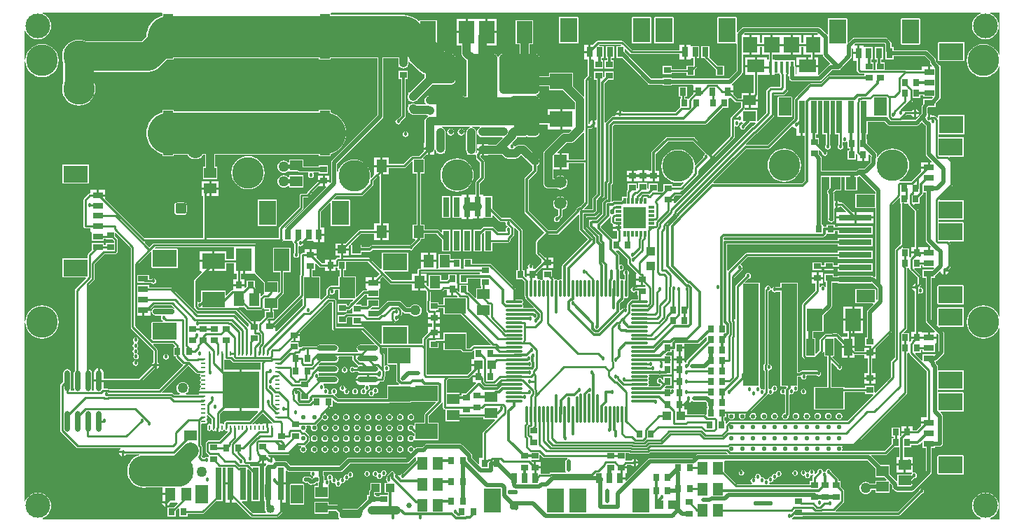
<source format=gtl>
%FSTAX23Y23*%
%MOIN*%
%SFA1B1*%

%IPPOS*%
%ADD10R,0.051180X0.061020*%
%ADD11R,0.059060X0.051180*%
%ADD12R,0.047240X0.212600*%
%ADD13R,0.031500X0.051180*%
%ADD14R,0.043310X0.039370*%
%ADD15R,0.039370X0.043310*%
%ADD16R,0.035430X0.031500*%
%ADD17R,0.031500X0.035430*%
%ADD18C,0.024800*%
%ADD19R,0.074800X0.106300*%
%ADD20R,0.157480X0.031500*%
%ADD21R,0.039370X0.078740*%
%ADD22R,0.137800X0.098430*%
%ADD23R,0.051180X0.031500*%
%ADD24R,0.102360X0.074800*%
%ADD25R,0.051180X0.059060*%
%ADD26O,0.082680X0.011810*%
%ADD27O,0.011810X0.082680*%
%ADD28R,0.031500X0.094490*%
%ADD29R,0.106300X0.074800*%
%ADD30R,0.031500X0.039370*%
%ADD31R,0.015750X0.053150*%
%ADD32R,0.070870X0.074800*%
%ADD33R,0.074800X0.074800*%
%ADD34R,0.082680X0.062990*%
%ADD35R,0.031500X0.157480*%
%ADD36O,0.009840X0.025590*%
%ADD37R,0.177160X0.177160*%
%ADD38O,0.025590X0.009840*%
%ADD39O,0.027560X0.098430*%
%ADD40O,0.098430X0.027560*%
%ADD41R,0.074800X0.102360*%
%ADD42R,0.031500X0.013780*%
%ADD43R,0.013780X0.031500*%
%ADD44R,0.106300X0.102360*%
%ADD45C,0.009840*%
%ADD46C,0.039370*%
%ADD47C,0.011810*%
%ADD48C,0.196850*%
%ADD49C,0.019690*%
%ADD50C,0.027560*%
%ADD51C,0.074800*%
%ADD52C,0.149610*%
%ADD53C,0.066930*%
%ADD54C,0.078740*%
%ADD55C,0.145670*%
%ADD56C,0.137800*%
%ADD57R,0.145000X0.135000*%
%ADD58R,0.130000X0.205000*%
%ADD59R,0.335000X0.135000*%
%ADD60R,0.082680X0.118110*%
%ADD61R,0.090550X0.059060*%
%ADD62R,0.118110X0.082680*%
%ADD63R,0.059060X0.090550*%
%ADD64C,0.150000*%
%ADD65R,0.059060X0.059060*%
%ADD66C,0.059060*%
%ADD67C,0.118110*%
%ADD68C,0.018000*%
%ADD69C,0.050000*%
%ADD70C,0.022000*%
%ADD71C,0.025980*%
%ADD72C,0.023000*%
%ADD73C,0.021000*%
%ADD74C,0.025000*%
%ADD75C,0.040000*%
%ADD76C,0.020000*%
%ADD77C,0.030000*%
%ADD78C,0.080000*%
%LNninja_ecu_pcb-1*%
%LPD*%
G36*
X04372Y03087D02*
X0439D01*
Y03039*
X0439Y03039*
X04387Y03035*
X04386Y0303*
X04387Y03024*
X0439Y0302*
X04394Y03017*
X044Y03016*
X04405Y03017*
X04409Y0302*
X04412Y03024*
X04413Y0303*
X04412Y03035*
X04409Y03039*
X04409Y03039*
Y0305*
X04414Y03053*
X04414Y03052*
X0442Y03051*
X04425Y03052*
X04427Y03054*
X04432Y03052*
Y03023*
X04442*
Y03011*
X04432*
Y02968*
X04472*
Y02993*
X04474Y02994*
X04477Y02994*
X04481Y0299*
Y02962*
X04502*
Y0299*
X04512*
Y02962*
X04533*
Y02992*
X04537Y02994*
X04545Y02986*
Y02984*
X04545Y02984*
X04544Y02978*
Y02954*
X04514Y02924*
X0449*
X04484Y02923*
X0448Y02919*
X04474Y02914*
X04311*
Y02975*
X0431Y0298*
X04307Y02984*
X04296Y02995*
Y0301*
X04301Y03012*
X04312Y03002*
X04311Y03*
X04312Y02994*
X04315Y0299*
X04319Y02987*
X04325Y02986*
X0433Y02987*
X04334Y0299*
X04337Y02994*
X04338Y03*
X04337Y03005*
X04334Y03009*
X0433Y03012*
X04327Y03012*
X04296Y03043*
Y03072*
X04284*
Y03087*
X04293*
Y03248*
X04313*
Y03087*
X0433*
Y03039*
X0433Y03039*
X04327Y03035*
X04326Y0303*
X04327Y03024*
X0433Y0302*
X04334Y03017*
X0434Y03016*
X04345Y03017*
X04349Y0302*
X04352Y03024*
X04353Y0303*
X04352Y03035*
X04349Y03039*
X04349Y03039*
Y03087*
X04352*
Y03248*
X04372*
Y03087*
G37*
G36*
X02683Y0312D02*
X02678Y03116D01*
X02674Y03111*
X02671Y03106*
X02671Y031*
X02671Y03093*
X02674Y03088*
X02678Y03083*
X02683Y03079*
X02688Y03076*
X02695Y03076*
X02791*
X02793Y03071*
X02761Y03038*
X02723*
Y03042*
X02702*
Y03015*
Y02987*
X02723*
Y02991*
X02771*
X0279*
X028Y0298*
X02805Y02976*
X02811Y02974*
X02817Y02973*
X02817*
X02853*
X02859Y02974*
X02865Y02976*
X0287Y0298*
X0288Y0299*
X02928Y02943*
X02933Y02939*
X02934Y02938*
Y02919*
X02898Y02883*
X02896Y0288*
X02895Y02876*
Y0272*
X02896Y02716*
X02898Y02713*
X02991Y0262*
X02952Y02581*
X0295Y02578*
X0295Y02575*
Y02523*
X0295Y02519*
X02952Y02517*
X02977Y02492*
Y02477*
X02947Y02447*
X02938*
X02935Y02452*
X02937Y02454*
X02938Y0246*
X02937Y02465*
X02934Y02469*
X0293Y02472*
X02925Y02473*
X02919Y02472*
X02915Y02469*
X02912Y02465*
X02911Y0246*
X02912Y02454*
X02914Y02452*
X02911Y02447*
X02906*
Y02425*
X02932*
X02958*
Y02432*
X02973Y02448*
X02977Y02451*
X03*
Y02477*
Y02503*
X02992*
X02968Y02527*
Y02571*
X03007Y02611*
X03051*
X03055Y02611*
X03058Y02613*
X03152Y02708*
X03157Y02706*
Y02634*
X03157Y0263*
X0316Y02627*
X03199Y02588*
X03077Y02467*
X03075Y02463*
X03074Y0246*
Y02401*
X0307Y02399*
X03069Y02399*
X03066Y02399*
X03062Y02398*
X03059Y02396*
X03053*
X0305Y02398*
X03046Y02399*
X03042Y02398*
X0304Y02397*
X03036Y02399*
X03035Y024*
Y024*
X03035Y02404*
X03033Y02406*
X03026Y02413*
Y02442*
X02983*
Y02402*
X02982Y02398*
X0298Y02396*
X02974*
X02971Y02398*
X02967Y02399*
X02963Y02398*
X02963Y02398*
X02958Y02401*
Y02415*
X02932*
X02906*
Y0241*
X02902Y02408*
X02897Y02413*
Y02441*
X02886*
Y02632*
X02885Y02636*
X02883Y02639*
X02833Y02689*
X0283Y02691*
X02827Y02692*
X02787*
X02743Y02736*
Y02794*
X02704*
X02699Y02795*
Y02802*
X02684*
Y02855*
X02702Y02873*
X02704Y02876*
X02705Y0288*
Y02959*
X02704Y02963*
X02702Y02966*
X02686Y02982*
X02687Y02987*
X02692*
Y0301*
X02671*
Y03003*
X02669Y03001*
X02667Y03*
X02667Y03001*
X02663Y03002*
X02663Y03003*
X02665Y03008*
X02666Y03015*
Y03097*
X02665Y03103*
X02663Y03109*
X02659Y03114*
X02654Y03118*
X02648Y0312*
X02647Y0312*
X02647Y03125*
X02682*
X02683Y0312*
G37*
G36*
X03386Y02495D02*
Y02476D01*
X03386Y02472*
X03388Y02469*
X0343Y02427*
X03428Y02423*
X03427*
Y02402*
X03455*
Y02397*
X0346*
Y02371*
X03467*
X03472Y02367*
X0347Y02362*
X03433*
Y02359*
X03424*
X03424Y02359*
X0342Y02362*
X03415Y02363*
X03409Y02362*
X03405Y02359*
X03402Y02355*
X03401Y0235*
X03402Y02344*
X03405Y0234*
X03409Y02337*
X03415Y02336*
X0342Y02337*
X03424Y0234*
X03424Y0234*
X03433*
Y02322*
X03435*
Y02301*
X03408*
X03404Y023*
X03401Y02298*
X03401Y02297*
X03401Y02297*
X03387Y02284*
X03385Y02281*
X03384Y02277*
Y02265*
X0338Y02262*
X03379Y02262*
X03375Y02263*
X03369Y02262*
X03365Y02259*
X03365Y02259*
X03361Y02257*
X03355Y0225*
X03351Y02252*
Y02275*
X0335Y02278*
X0335Y02279*
Y02282*
X03358Y0229*
X03359Y02291*
X03362Y02293*
X03368Y02299*
X0337Y02302*
X03371Y02306*
Y02307*
X03376Y02309*
X03377Y02309*
X03381Y02308*
X03385Y02309*
X03388Y02311*
X0339Y02314*
X03391Y02318*
Y02389*
X0339Y02393*
X0339Y02393*
Y02422*
X03392Y02424*
X03393Y0243*
X03392Y02435*
X03389Y02439*
X03385Y02442*
X0338Y02443*
X03374Y02442*
X0337Y02439*
X03367Y02435*
X03366Y0243*
X03367Y02424*
X0337Y0242*
X03372Y02419*
Y024*
X03371Y02399*
X03367Y02397*
X03365Y02398*
X03361Y02399*
X03357Y02398*
X03356Y02398*
X03351Y02401*
Y02437*
X03355Y02441*
X0336Y02442*
X03364Y02445*
X03367Y02449*
X03368Y02455*
X03367Y0246*
X03364Y02464*
X0336Y02467*
X03355Y02468*
X03351Y02467*
X03346Y0247*
Y02511*
X03345Y02515*
X03343Y02518*
X03331Y0253*
X03333Y02534*
X03347*
X03386Y02495*
G37*
G36*
X02651Y0194D02*
X02677D01*
Y0193*
X02651*
Y01907*
X02663*
X02665Y01902*
X02617Y01854*
X02598*
Y01845*
X02588*
Y01857*
X02525*
Y01918*
X02533Y01926*
X02627*
X02631Y01926*
X02633Y01928*
X02646Y01941*
X02651Y0194*
G37*
G36*
X01334Y01952D02*
X01337Y0195D01*
X01341Y01949*
X01351*
X01353Y01947*
X01353Y01944*
X01352Y01942*
X01351Y01938*
X01352Y01935*
X01354Y01932*
X01355Y01931*
Y01926*
X01354Y01925*
X01352Y01922*
X01351Y01919*
X01352Y01915*
X01354Y01912*
X01355Y01912*
Y01906*
X01354Y01905*
X01352Y01903*
X01351Y01899*
X01352Y01896*
X01354Y01893*
X01355Y01892*
Y01886*
X01354Y01886*
X01352Y01883*
X01351Y01879*
X01352Y01876*
X01351Y01871*
X0135Y0187*
X01346Y01865*
X01346Y01865*
X01368*
Y01855*
X01346*
X01346Y01854*
X01346Y01853*
X01344Y01849*
X01285*
X01284Y01854*
X01284Y01854*
X0129Y01859*
X01295Y01865*
X01298Y01872*
X01299Y0188*
X01298Y01887*
X01295Y01894*
X0129Y019*
X01284Y01905*
X01277Y01908*
X0127Y01909*
X01262Y01908*
X01255Y01905*
X01249Y019*
X01244Y01894*
X01241Y01887*
X0124Y0188*
X01241Y01872*
X01244Y01865*
X01249Y01859*
X01255Y01854*
X01255Y01854*
X01254Y01849*
X01227*
X01222Y01855*
X01219Y01857*
X01215Y01857*
X01172*
X0117Y01862*
X01297Y01989*
X01334Y01952*
G37*
G36*
X039Y03243D02*
X03903Y03241D01*
X03907Y0324*
X03925*
Y03217*
X0388Y03172*
X03878Y03169*
X03877Y03166*
Y03081*
X03788Y02992*
X03708Y03072*
X03705Y03074*
X03701Y03075*
X03575*
X03571Y03074*
X03567Y03072*
X03502Y03007*
X035Y03003*
X03499Y03*
Y02915*
X03487*
Y02918*
X03465*
Y02892*
Y02866*
X03482*
Y02864*
X03505*
Y0289*
X0351*
Y02895*
X03537*
Y02915*
X0352*
Y02995*
X03579Y03054*
X03697*
X03755Y02997*
X03753Y02991*
X0375Y02989*
X03747Y02985*
X03746Y0298*
X03746Y02979*
X03711Y02943*
X03706Y02945*
X03705Y02952*
X03701Y02967*
X03693Y02981*
X03683Y02993*
X03671Y03003*
X03658Y0301*
X03643Y03014*
X03627Y03016*
X03612Y03014*
X03597Y0301*
X03583Y03003*
X03571Y02993*
X03561Y02981*
X03554Y02967*
X03549Y02952*
X03548Y02937*
X03549Y02921*
X03554Y02906*
X03561Y02892*
X03571Y0288*
X03583Y02871*
X03597Y02863*
X03612Y02859*
X03627Y02857*
X03643Y02859*
X03651Y02861*
X03653Y02857*
X03638Y02841*
X03601*
Y02852*
X03558*
Y02823*
X03551Y02816*
X03531*
Y02854*
X03488*
Y02829*
X03486Y02828*
X03481Y0283*
Y02857*
X03438*
Y02832*
X03436Y02831*
X03431Y02833*
Y02854*
X03388*
Y02826*
X03385Y02823*
X03383Y0282*
X03382Y02816*
Y02793*
X0336*
Y02774*
X03356Y0277*
X03322*
X03318Y0277*
X03315Y02767*
X03314Y02767*
X0331Y02769*
X0331Y0277*
Y02848*
X03312Y0285*
X03315Y02854*
X03315Y02858*
Y03127*
X03323Y03134*
X03755*
X03758Y03135*
X03762Y03137*
X0384Y03215*
X03867*
Y03259*
X0387Y03262*
X03881*
X039Y03243*
G37*
G36*
X03012Y03299D02*
X03077D01*
X03136Y03241*
Y03211*
X03133Y03207*
X03075*
Y0316*
Y03112*
X03117*
X03119Y03107*
X03107Y03096*
X03087*
X03081Y03095*
X03075Y03093*
X0307Y03089*
X02993Y03011*
X02989Y03007*
X02986Y03001*
X02986Y02995*
Y02855*
X02986Y02848*
X02989Y02843*
X02993Y02838*
X02998Y02834*
X03003Y02831*
X0301Y02831*
X0305*
X0305Y0283*
X03058Y02827*
X03067Y02826*
X03076Y02827*
X03084Y0283*
X03091Y02836*
X03096Y02843*
X031Y02851*
X03101Y0286*
X031Y02868*
X03096Y02876*
X03091Y02883*
X03084Y02889*
X03076Y02892*
X03067Y02893*
X03058Y02892*
X0305Y02889*
X03043Y02883*
X03039Y02878*
X03033*
Y0292*
X03062*
Y0296*
Y02999*
X03054*
X03052Y03004*
X03097Y03048*
X03117*
X03123Y03049*
X03129Y03051*
X03134Y03055*
X03175Y03097*
X03179Y03096*
X0318Y03095*
Y02969*
X03107*
Y02999*
X03072*
Y0296*
Y0292*
X03107*
Y0295*
X0318*
Y02765*
X03162Y02746*
X0316*
X03156Y02745*
X03153Y02743*
X03144Y02734*
X03142Y0273*
X03141Y02727*
Y02725*
X03046Y02631*
X03009*
X02915Y02724*
Y02872*
X02952Y02908*
X02954Y02911*
X02955Y02915*
Y02938*
X02956Y02939*
X02961Y02943*
X02965Y02948*
X02968Y02953*
X02968Y0296*
X02968Y02966*
X02965Y02971*
X02961Y02976*
X02906Y03031*
X02901Y03035*
X02896Y03038*
X0289Y03038*
X02871*
X02865Y03038*
X02859Y03035*
X02854Y03031*
X02853Y0303*
X02847Y03032*
X02847Y03035*
X02844Y03039*
X0284Y03042*
X02839Y03042*
X02837Y03047*
X02855Y03065*
X02859Y0307*
X02861Y03075*
X02861Y03076*
X02895*
X02901Y03076*
X02906Y03079*
X02907Y03079*
X02908Y03079*
X02913Y03076*
X0292Y03076*
X02945*
X02951Y03076*
X02956Y03079*
X02961Y03083*
X02965Y03088*
X02968Y03093*
X02968Y031*
Y03136*
X03006*
Y03112*
X03065*
Y0316*
Y03207*
X03006*
Y03183*
X02968*
Y032*
Y0325*
X02968Y03256*
X02965Y03261*
X02961Y03266*
X02956Y0327*
X02953Y03272*
Y03277*
X02956Y03279*
X02961Y03283*
X02965Y03288*
X02968Y03293*
X02968Y033*
Y03317*
X03012*
Y03299*
G37*
G36*
X03931Y03148D02*
X03934Y03146D01*
X03935Y03141*
X03935Y0314*
X03933Y03137*
X03929Y03137*
X03925Y03134*
X03922Y0313*
X03921Y03125*
X03922Y03119*
X03925Y03115*
X03929Y03112*
X03935Y03111*
X0394Y03112*
X03944Y03115*
X03947Y03119*
X03948Y03123*
X03969Y03145*
X03993*
X03995Y0314*
X03982Y03128*
X0398Y03127*
X03977Y03125*
X03612Y02761*
X03607Y02762*
Y02772*
X0358*
Y02782*
X03607*
Y02792*
X03613Y02798*
X03636*
X03639Y02799*
X03642Y02801*
X03731Y0289*
X03733Y02893*
X03734Y02896*
Y02912*
X03788Y02966*
X03788Y02966*
X03792Y02968*
X03794Y02971*
X03794Y02972*
X03893Y03071*
X03895Y03074*
X03896Y03077*
Y03124*
X03901Y03127*
X03905Y03126*
X0391Y03127*
X03914Y0313*
X03917Y03134*
X03918Y0314*
X03918Y0314*
X03918Y03141*
X03922Y03146*
X03927Y03147*
X0393Y03148*
X03931Y03148*
G37*
G36*
X04787Y03147D02*
X048Y03133D01*
X04805Y0313*
X04805Y0313*
Y02995*
X04806Y02989*
X0481Y02985*
X04834Y0296*
X04832Y02955*
X04825*
Y0293*
X0482*
Y02925*
X04784*
Y02912*
X04761Y02888*
X04738Y02865*
X04683*
X04681Y0287*
X04691Y02876*
X04703Y02885*
X04713Y02897*
X04721Y02911*
X04725Y02926*
X04727Y02942*
X04725Y02957*
X04721Y02972*
X04713Y02986*
X04703Y02998*
X04691Y03008*
X04678Y03015*
X04663Y03019*
X04647Y03021*
X04632Y03019*
X04617Y03015*
X04603Y03008*
X04591Y02998*
X04581Y02986*
X04579Y02981*
X04574Y02982*
Y02992*
X04573Y02997*
X04569Y03002*
X04527Y03045*
Y03066*
X04524*
Y03087*
X0453*
Y03147*
X04611*
X04624Y03133*
X04629Y0313*
X04634Y03129*
X04763*
X04768Y0313*
X04773Y03133*
X04787Y03147*
X04787Y03147*
G37*
G36*
X0422Y03081D02*
X0423D01*
Y02869*
X04215Y02855*
X03796*
X03794Y0286*
X03953Y03019*
X04058*
X04062Y0302*
X04065Y03022*
X04168Y03124*
X04174Y03124*
X04176Y03121*
X04182Y03117*
X04189Y03115*
Y03081*
X0421*
Y0317*
X0422*
Y03081*
G37*
G36*
X0479Y02456D02*
X04844D01*
X04846Y02451*
X04841Y02446*
X0479*
Y02406*
X04805*
Y022*
X04806Y02194*
X0481Y0219*
X04849Y0215*
X04847Y02145*
X04825*
Y02125*
X04855*
Y02137*
X0486Y02139*
X04865Y02134*
Y02055*
X04853Y02043*
X04849Y02041*
X0479*
Y02015*
X04785Y02013*
X04755Y02043*
X04757Y02048*
X04782*
Y02061*
X0479*
Y02051*
X04849*
Y0209*
X04852Y02094*
X04855*
Y02115*
X0482*
Y0212*
X04815*
Y02145*
X04788*
Y02147*
X04771*
Y02329*
X04776Y02332*
X0478Y02331*
X04785Y02332*
X04789Y02335*
X04792Y02339*
X04793Y02345*
X04792Y0235*
X04789Y02354*
X04785Y02357*
X0478Y02358*
X04778Y02363*
X04778Y02365*
X04781Y02368*
X04781Y02368*
X04783Y02371*
X04784Y02374*
X04784Y02375*
Y02411*
X04783Y02414*
X04781Y02417*
X0475Y02448*
X04752Y02453*
X04782*
Y02465*
X0479*
Y02456*
G37*
G36*
X04682Y02784D02*
Y02758D01*
X04685*
Y02567*
X04662Y02544*
X0466Y02541*
X04659Y02537*
Y02026*
X04643Y0201*
X04641Y02007*
X0464Y02003*
Y01933*
X04566Y01859*
X04561Y01861*
Y01892*
X04518*
Y01881*
X04419*
Y01884*
X04356*
Y01999*
X0436Y02001*
X04381Y0198*
X04381Y0198*
X04382Y01974*
X04385Y0197*
X04389Y01967*
X04395Y01966*
X044Y01967*
X04404Y0197*
X04407Y01974*
X04408Y0198*
X04407Y01985*
X04404Y01989*
X044Y01992*
X04395Y01993*
X04394Y01993*
X0436Y02027*
X04362Y02031*
X0437*
Y02118*
X04375Y02119*
X04378*
X04407Y0209*
Y0208*
X04437*
X04467*
Y02124*
X04451*
Y02141*
X04455*
Y022*
X04412*
Y02141*
X04433*
Y02124*
X04407*
X04404Y02122*
X04389Y02137*
X04386Y02139*
X04382Y0214*
X04363*
X04359Y02139*
X04359Y02139*
X0433*
X04326Y02138*
X04323Y02136*
X04303Y02116*
X04301Y02113*
X043Y02109*
Y0206*
X04284Y02044*
X0428Y02046*
Y02118*
X0427*
Y02147*
X0432*
Y02226*
X04354Y02261*
X04358Y02265*
X04359Y02271*
Y02383*
X04387*
Y02377*
X04552*
X04575Y02354*
Y02302*
X04574Y02301*
X04569Y02304*
Y02347*
X04568Y0235*
X04565Y02351*
X04475*
X04471Y0235*
X0447Y02347*
Y02288*
X04471Y02285*
X04475Y02284*
X04554*
X04556Y02279*
X0453Y02253*
X04526Y02248*
X04525Y02243*
Y02122*
X04518*
Y02082*
X04546*
X04548Y02078*
X04545Y02074*
Y02052*
X04567*
Y02071*
X04641Y02145*
X04643Y02148*
X04644Y02151*
Y02752*
X04678Y02786*
X04682Y02784*
G37*
G36*
X0368Y01811D02*
X03682Y01812D01*
X03688Y01816*
X03689Y01817*
X03695Y01818*
X03697Y01816*
X03702Y01815*
X03759*
X03762Y01812*
Y0179*
X03768*
Y01784*
X03762*
Y01755*
X03759Y01754*
X03757Y01753*
X03754Y01755*
X03751Y01756*
X03671*
Y01777*
X03658*
Y01795*
X03658Y01796*
X0367Y01807*
Y0183*
X0368*
Y01811*
G37*
G36*
X01696Y01715D02*
X01698Y01714D01*
X01696Y0171*
X01692Y0171*
X01689Y0171*
X01684Y0171*
X01683Y01712*
X01678Y01715*
X01677Y01715*
Y01693*
X01667*
Y01715*
X01667Y01715*
X01662Y01712*
X01661Y0171*
X01656Y0171*
X01653Y0171*
X01649Y0171*
X01646Y01708*
X01646Y01707*
X0164*
X0164Y01708*
X01637Y0171*
X01633Y0171*
X0163Y0171*
X01627Y01708*
X01626Y01707*
X0162*
X0162Y01708*
X01617Y0171*
X01613Y0171*
X0161Y0171*
X01607Y01708*
X01606Y01707*
X01601*
X016Y01708*
X016Y01712*
X0165Y01762*
X01696Y01715*
G37*
G36*
X01388Y01753D02*
X01407Y01734D01*
Y0171*
X01406Y01709*
X01402Y01708*
X014Y0171*
X01397Y0171*
X01393Y0171*
X0139Y01708*
X01388Y01705*
X01388Y01701*
Y01685*
X01388Y01682*
X0139Y01679*
X01393Y01677*
X01397Y01676*
X014Y01677*
X01403Y01679*
X01404Y0168*
X0141*
X0141Y01679*
X01413Y01677*
X01417Y01676*
X0142Y01677*
X01425Y01676*
X01425Y01675*
X0143Y01671*
X01431Y01671*
Y01693*
X01441*
Y01671*
X01442Y01671*
X01447Y01675*
X01448Y01676*
X01452Y01677*
X01456Y01676*
X01459Y01677*
X01462Y01679*
X01463Y0168*
X01469*
X01469Y01679*
X01472Y01677*
X01476Y01676*
X01479Y01677*
X01483Y01674*
X01483Y01674*
X01483Y01672*
X01442Y01631*
X01393*
X0139Y0163*
X01387Y01628*
X01381Y01623*
X01379Y0162*
X01379Y01617*
Y01578*
X01379Y01574*
X01381Y01571*
X01392Y0156*
X01393Y0156*
Y01553*
X01388Y0155*
X01384Y01551*
X01379Y0155*
X01374Y01547*
X01374Y01547*
X01365*
X01359Y01553*
Y01553*
X01361Y01556*
X01362Y0156*
Y016*
X01361Y01603*
X01359Y01606*
X01356Y0161*
Y01709*
X0136Y01713*
X01376*
X0138Y01713*
X01383Y01715*
X01385Y01718*
X01385Y01722*
X01385Y01725*
X01383Y01728*
X01382Y01729*
Y01735*
X01383Y01735*
X01385Y01738*
X01385Y01742*
X01385Y01745*
X01383Y01748*
X01385Y01752*
X01387Y01754*
X01388Y01753*
G37*
G36*
X01472Y02016D02*
X01476Y02015D01*
X01497*
X01508Y02004*
X01511Y02002*
X01514Y02001*
X0164*
X0164Y02*
Y01968*
X0155*
Y0187*
Y01771*
X01627*
X01628Y01766*
X01586Y01724*
X01476*
X01472Y01723*
X01469Y01721*
X01467Y01719*
X01467Y01715*
Y0171*
X01465Y01709*
X01462Y01708*
X01459Y0171*
X01456Y0171*
X01452Y0171*
X01448Y0171*
X01447Y01712*
X01445Y01713*
Y01757*
X01459Y01771*
X0154*
Y0187*
Y01968*
X01465*
Y02015*
X01467Y02016*
X0147Y02017*
X01472Y02016*
G37*
G36*
X03308Y02698D02*
X03307Y02694D01*
Y02672*
X03308Y02669*
X0331Y02666*
X03316Y0266*
X03316Y0266*
Y02649*
X03342*
Y02639*
X03316*
Y02627*
X03337*
Y0259*
X03314*
X03313Y02591*
X03259Y02645*
Y02653*
X03299Y02693*
X03302Y02696*
X03302Y02697*
X03306Y027*
X03308Y02698*
G37*
G36*
X02362Y02957D02*
Y02903D01*
X02382*
Y02659*
X02362*
Y0259*
X02374*
X02376Y02585*
X02353Y02563*
X02349Y02562*
X02346Y0256*
X0217*
X02166Y02559*
X02162Y02557*
X02155Y0255*
X0212*
Y02563*
X02071*
X02069Y02568*
X02116Y02615*
X02179*
Y02584*
X0221*
Y02625*
X02215*
Y0263*
X0225*
Y02665*
X02224*
Y02897*
X0225*
Y02928*
X02323*
X02326Y02929*
X02329Y02931*
X02357Y02959*
X02362Y02957*
G37*
G36*
X01997Y01812D02*
X02001Y0181D01*
X02005Y01809*
X02251*
X02254Y0181*
X02257Y01812*
X02357*
Y01814*
X02425*
X02429Y01814*
X02472*
X02474Y0181*
X02422Y01758*
X0242Y01755*
X02419Y01751*
Y01716*
X02372*
Y01702*
X02367Y01701*
X02367Y01702*
X02362Y01705*
X02355Y01706*
X02349Y01705*
X02344Y01702*
X02341Y01697*
X0234Y01691*
X02341Y01685*
X02344Y0168*
X02349Y01676*
X02355Y01675*
X02357Y01675*
X02365Y01667*
X02368Y01665*
X02372Y01664*
X02372*
Y01651*
X02367Y0165*
X02367Y01651*
X02362Y01654*
X02355Y01655*
X02349Y01654*
X02344Y01651*
X02341Y01646*
X0234Y0164*
X02341Y01633*
X02344Y01628*
X02349Y01625*
X02355Y01624*
X02362Y01625*
X02367Y01628*
X02368Y01631*
X02372Y01633*
X02375*
X02487*
Y01716*
X0244*
Y01747*
X025Y01807*
X02502Y0181*
X02502Y01811*
X02507Y0181*
Y01798*
X02508Y01794*
X02508Y01793*
Y01787*
X02509Y01783*
X02511Y0178*
X02514Y01778*
X02517Y01778*
X02521*
Y01723*
X02588*
Y01743*
X02701*
Y01733*
X02753*
X02755Y01728*
X02701Y01673*
X02699Y0167*
X02698Y01667*
Y01547*
X02681*
Y01519*
X02677Y01517*
X02646Y01548*
Y01558*
X02645Y01563*
X02642Y01568*
X026Y01609*
X02596Y01613*
X0259Y01614*
X0243*
X02424Y01613*
X0242Y01609*
X02409Y01599*
X02388*
X02383Y01598*
X02378Y01594*
X02376Y01592*
X0237Y01594*
X0237Y01594*
X02367Y01599*
X02362Y01603*
X02355Y01604*
X02349Y01603*
X02344Y01599*
X02341Y01594*
X0234Y01588*
X02341Y01582*
X02344Y01577*
X02349Y01574*
X0235Y01574*
X02352Y01568*
X02332Y01549*
X0206*
X02054Y01548*
X0205Y01544*
X02015Y0151*
X01783*
X01766Y01527*
X01761Y0153*
X01756Y01531*
X01713*
X01712Y01531*
X01709Y01535*
X01707Y01542*
X01703Y01548*
X01697Y01552*
X01695Y01553*
Y01535*
X01685*
Y01553*
X01682Y01552*
X01682Y01552*
X01677Y01555*
Y01561*
X01679Y01563*
X01772*
X01776Y01564*
X01779Y01566*
X01818Y01605*
X01832*
X01834Y016*
X01833Y01599*
X01829Y01594*
X01828Y01588*
X01829Y01582*
X01833Y01577*
X01838Y01574*
X01844Y01573*
X0185Y01574*
X01855Y01577*
X01858Y01582*
X01859Y01588*
X01858Y01594*
X01855Y01599*
X01852Y01601*
X01852Y01603*
X01853Y01607*
X01854Y01608*
X01871Y01624*
X01873Y01627*
X01874Y01631*
Y01648*
X01874Y01648*
X01873Y01651*
X01871Y01654*
X01855Y01671*
X01853Y01672*
X01852Y01676*
X01852Y01678*
X01855Y0168*
X01858Y01685*
X01859Y01691*
X01858Y01697*
X01858Y01697*
X01861Y01702*
X01878*
X01881Y01697*
X0188Y01697*
X01879Y01691*
X0188Y01685*
X01884Y0168*
X01889Y01676*
X01895Y01675*
X01901Y01676*
X01906Y0168*
X01909Y01685*
X01911Y01691*
X01909Y01697*
X01906Y01702*
X01906Y01708*
X01929Y01731*
X01935Y01731*
X0194Y01727*
X01946Y01726*
X01952Y01727*
X01957Y01731*
X01961Y01736*
X01962Y01742*
X01961Y01748*
X01957Y01753*
X01952Y01756*
X01951Y01757*
X0195Y01762*
X01968Y01781*
X0197Y01784*
X01971Y01787*
Y01793*
X01982*
Y01821*
X01986Y01823*
X01997Y01812*
G37*
G36*
X04722Y02758D02*
X04724Y02754D01*
X04726Y02752*
X04753Y02725*
Y02552*
X04736*
Y0253*
X04762*
Y0252*
X04736*
Y02508*
X04732Y02503*
X04729Y02504*
X04727Y02505*
Y02546*
X04697*
X04695Y02551*
X04701Y02557*
X04703Y0256*
X04704Y02563*
Y02758*
X04722*
G37*
G36*
X01512Y02494D02*
X01478D01*
Y02532*
X0142*
Y02485*
Y02437*
X01478*
Y02475*
X01512*
Y02426*
X01528*
Y02397*
X01511*
Y02375*
X01537*
X01563*
Y02397*
X01546*
Y02426*
X01555*
Y0249*
X01565*
Y02426*
X01607*
X01611Y02425*
X01656Y0238*
Y0233*
X01652Y02327*
X0165Y02326*
X01644Y02319*
X01639Y02321*
Y02333*
X01618*
Y02352*
X01618Y02356*
X01616Y02359*
X01612Y02363*
Y02391*
X01572*
Y02363*
X01567Y02358*
X01563Y0236*
Y02365*
X01537*
X01511*
Y02347*
X01505*
X01502Y02346*
X01499Y02344*
X01476Y02322*
X01472Y02324*
Y02345*
X01357*
Y02295*
X0135Y02288*
X0135Y02288*
X01346Y02287*
X01341Y0229*
Y02388*
X0139Y02437*
X0141*
Y0248*
X01351*
Y02437*
X01358*
X0136Y02432*
X01325Y02398*
X01323Y02395*
X01322Y02392*
Y02267*
X01323Y02264*
X01325Y02261*
X01336Y0225*
X01339Y02248*
X01342Y02247*
X01357*
X01359Y02248*
X01521*
X01582Y02187*
Y02175*
X01577Y02173*
X0153Y0222*
X01518Y02232*
X01515Y02234*
X01512Y02235*
X0134*
X01218Y02357*
X01215Y02359*
X01212Y02359*
X01109*
Y0237*
X01054*
Y0238*
X01109*
Y0238*
X0112*
X0112Y0238*
X01124Y02377*
X0113Y02376*
X01135Y02377*
X01139Y0238*
X01142Y02384*
X01143Y0239*
X01142Y02395*
X01139Y02399*
X01135Y02402*
X0113Y02403*
X01124Y02402*
X0112Y02399*
X0112Y02399*
X01109*
Y02419*
X01054*
Y02468*
X01116Y0253*
X01121Y02528*
Y02457*
X01122Y02454*
X01125Y02452*
X01244*
X01247Y02454*
X01248Y02457*
Y0254*
X01247Y02543*
X01244Y02544*
X0114*
X01138Y02549*
X01139Y0255*
X01512*
Y02494*
G37*
G36*
X02208Y02425D02*
X02191Y02408D01*
X0218*
Y02387*
X0221*
Y02401*
X02221Y02412*
X02255Y02378*
X02258Y02376*
X02261Y02375*
X02359*
Y02345*
X0239*
Y02385*
X02395*
Y0239*
X0243*
Y02424*
X02404*
Y0243*
X02682*
Y0242*
X02627*
Y02421*
X02587*
Y02378*
X02627*
Y024*
X02688*
Y02365*
X0269*
Y02356*
X02666*
Y02311*
X02661Y02309*
X02632Y02339*
X02629Y02341*
X02627Y02341*
Y02371*
X02587*
Y02341*
X02583Y02339*
X02578Y02344*
Y02345*
X02557*
Y02322*
X02574*
X02578Y02318*
X02576Y02313*
X02509*
Y02279*
X02486*
Y02289*
X02452*
X02451Y02291*
X02449Y02294*
X02449Y02297*
Y02337*
X02499*
X02502Y02338*
X02505Y0234*
X02513Y02348*
X02526*
Y02322*
X02547*
Y0235*
X02552*
Y02355*
X02578*
Y02377*
X02576*
X02572Y02378*
Y02421*
X02532*
Y024*
X02526Y02394*
X02499*
Y02418*
X0244*
Y02366*
X02435Y02364*
X0243Y02369*
Y0238*
X024*
Y02345*
X02428*
X02431Y02342*
Y023*
X02429Y02298*
X02429Y02294*
Y0225*
X02429Y02247*
X02431Y02244*
X02437Y02238*
X02437Y02238*
Y02219*
X02465*
X02492*
Y0224*
X02475*
X02474Y02245*
X02478Y0225*
X02486*
Y0226*
X02509*
Y02231*
X02593*
X02735Y02088*
X02733Y02084*
X02655*
X02651Y02083*
X02648Y02081*
X02637Y02069*
X0262*
Y02144*
X02509*
Y02112*
X02478*
X02474Y02111*
X02471Y02109*
X02443*
Y0207*
X02486*
Y02094*
X02509*
Y02061*
X02593*
X026Y02054*
X02603Y02052*
X02607Y02051*
X0264*
X02644Y02052*
X02647Y02054*
X02653Y0206*
X02657Y02058*
Y02023*
X02654Y02019*
X02643*
Y01995*
X02675*
Y01985*
X02643*
Y01963*
X02623Y01944*
X02429*
Y0207*
Y02111*
X02433Y02116*
X02437Y02119*
X0246*
Y02145*
X02465*
Y0215*
X02492*
Y0217*
X02474*
Y02189*
X02492*
Y02209*
X02465*
X02437*
Y02189*
X02455*
Y0217*
X02437*
Y02145*
X02413Y02121*
X02411Y02118*
X0241Y02115*
Y02092*
X02408Y0209*
X02344*
X02343Y02091*
Y02174*
X02342Y02177*
X02339Y02178*
X0222*
X02217Y02177*
X02216Y02174*
Y02091*
X02216Y02091*
X02211Y0209*
X02131Y0217*
X02128Y02172*
X02125Y02173*
X01999*
Y02297*
X01998Y02301*
X01996Y02303*
X01993Y02305*
X0199Y02306*
X01967*
X01964Y02311*
X01968Y02315*
X0197Y02318*
X01971Y02321*
Y02324*
X01976Y02327*
X0198Y02326*
X01985Y02327*
X01989Y0233*
X01992Y02334*
X01993Y0234*
X01992Y02343*
X01995Y02348*
X02011*
Y02302*
X02079*
X0208Y02297*
X02075Y02292*
X02074Y02292*
X02071Y0229*
X02065Y02284*
X02063Y02281*
X02062Y02279*
X02056Y02273*
X02051Y02274*
Y02282*
X02008*
Y02242*
X02051*
Y02252*
X02059*
X02063Y02253*
X02067Y02255*
X02073Y02261*
X02078Y0226*
Y02237*
X02073Y02236*
X02049*
X02046Y02235*
X02043Y02233*
X02036Y02227*
X02008*
Y02187*
X02051*
Y02216*
X02053Y02218*
X02078*
Y02182*
X02121*
Y02187*
X02271*
X02274Y02188*
X02277Y0219*
X02279Y02191*
X02281Y02194*
X02281Y02197*
X02282Y02198*
X02285Y02201*
X0229Y02202*
X02294Y02205*
X02297Y02209*
X02298Y02215*
X02298Y02215*
X02309Y02226*
X02311Y02229*
X02312Y02232*
Y02243*
X02316Y02245*
X02321Y0224*
X02326Y02236*
X02331Y02235*
X02351*
X02351Y02235*
X02356Y02229*
X02362Y02224*
X02369Y02221*
X02376Y0222*
X02384Y02221*
X02391Y02224*
X02397Y02229*
X02402Y02235*
X02405Y02242*
X02406Y0225*
X02405Y02257*
X02402Y02264*
X02397Y0227*
X02391Y02275*
X02384Y02278*
X02376Y02279*
X02369Y02278*
X02362Y02275*
X02356Y0227*
X02351Y02264*
X02351Y02264*
X02337*
X0231Y02291*
X02305Y02294*
X023Y02295*
X02249*
X02243Y02294*
X02239Y02291*
X02202Y02254*
X02166*
X02164Y02259*
X02169Y02264*
X02204*
Y02303*
X02145*
Y0227*
X02121*
Y02277*
X02095*
X02093Y02281*
X02136Y02324*
X02145*
Y02313*
X02204*
Y02352*
X02207Y02356*
X0221*
Y02377*
X02175*
X02139*
Y02356*
X02142*
X02145Y02352*
Y02345*
X02132*
X02128Y02344*
X02125Y02342*
X02098Y02315*
X02093Y02317*
Y02412*
X02036*
Y02443*
X02047*
Y02482*
X02151*
X02208Y02425*
G37*
G36*
X04727Y02048D02*
X04729Y02044D01*
X04731Y02042*
X0481Y01962*
Y0174*
X04784*
Y0172*
X0482*
Y0171*
X04784*
Y01702*
X04761Y01679*
X04743*
Y01697*
X04722*
Y0167*
X04717*
Y01665*
X04691*
Y01656*
X04687Y01651*
X04682Y01653*
Y01691*
X04642*
Y01648*
X04653*
Y01641*
X04642*
Y01613*
X0461Y01581*
X0441*
X04407Y01586*
X04408Y01586*
X04409Y01592*
X04408Y01598*
X04407Y01599*
X0441Y01604*
X04463*
X04466Y01605*
X04469Y01607*
X04713Y01851*
X04715Y01853*
X04716Y01857*
Y02044*
X0472Y02048*
X04727*
G37*
G36*
X04805Y02585D02*
X04806Y02579D01*
X0481Y02575*
X04829Y02555*
X04827Y0255*
X04825*
Y02525*
X04815*
Y0255*
X04788*
Y02552*
X04771*
Y02728*
X0477Y02732*
X04768Y02735*
X0475Y02753*
X04752Y02758*
X04777*
Y02787*
X04791Y02802*
X04793Y02805*
X04794Y02809*
Y02811*
X04805*
Y02585*
G37*
G36*
X04565Y02814D02*
Y02805D01*
X04475*
X04471Y02804*
X0447Y02801*
Y02742*
X04471Y02739*
X04475Y02738*
X04565*
Y02679*
Y02411*
X0456Y02408*
X04558Y0241*
X04552Y02411*
X04552*
Y02416*
X04387*
Y02411*
X04366*
Y02424*
X04323*
Y02385*
X0433*
Y02363*
X04325Y02362*
X04324Y02364*
X0432Y02367*
X04315Y02368*
X04309Y02367*
X04305Y02364*
X04304Y02362*
X04299Y02363*
Y02379*
X04317*
Y02399*
X0429*
X04262*
Y02379*
X0428*
Y02343*
X04221Y02284*
X04219Y02281*
X04218Y02277*
Y02031*
X04219Y02028*
X04221Y02025*
X04226Y0202*
X04229Y02018*
X04233Y02017*
X04279*
X04283Y02018*
X04286Y0202*
X04316Y0205*
X04318Y02053*
X04323Y02052*
Y02031*
X04337*
Y01884*
X04274*
Y01777*
X04419*
Y01863*
X04518*
Y01852*
X04553*
X04555Y01848*
X04432Y01724*
X03873*
X03869Y01724*
X03866Y01722*
X03857Y01712*
X03852Y01715*
Y01726*
X03846*
Y0174*
X03857*
Y01757*
X03864*
X03867Y01752*
X03867Y01752*
X03865Y01746*
X03867Y0174*
X0387Y01735*
X03875Y01731*
X03881Y0173*
X03887Y01731*
X03892Y01735*
X03896Y0174*
X03897Y01746*
X03896Y01752*
X03895Y01752*
X03898Y01757*
X03915*
X03918Y01752*
X03918Y01752*
X03917Y01746*
X03918Y0174*
X03921Y01735*
X03926Y01731*
X03932Y0173*
X03938Y01731*
X03943Y01735*
X03947Y0174*
X03948Y01746*
X03947Y01752*
X03947Y01752*
X03949Y01757*
X03957*
X0396Y01758*
X03963Y0176*
X04053Y0185*
X04057Y01853*
X04061Y0185*
X04066Y01849*
X04071Y0185*
X04076Y01853*
X04079Y01858*
X04079Y01862*
X0408Y01863*
X04084Y01865*
X04086Y01865*
X04091Y01866*
X04095Y01869*
X04098Y01873*
X04099Y01878*
X04098Y01883*
X04095Y01888*
X04091Y01891*
X04086Y01892*
X04081Y01891*
X04077Y01888*
X04074Y01883*
X04073Y01879*
X04073Y01878*
X04068Y01876*
X04066Y01876*
X04062Y01875*
X04057Y01878*
Y01962*
X0406Y01966*
X04065Y01967*
X04069Y0197*
X04072Y01974*
X04073Y0198*
X04072Y01985*
X04069Y01989*
X04065Y01992*
X0406Y01993*
X04057Y01997*
Y02342*
X0406Y02342*
X04064Y02345*
X04066Y02349*
X04069Y02349*
X04072Y02348*
X04072Y02344*
X04075Y0234*
X04079Y02337*
X04085Y02336*
X0409Y02337*
X04093Y02339*
X04113*
Y02327*
X04113Y02325*
Y02198*
Y02071*
Y01945*
X04113Y01942*
Y01887*
X0414*
X04142Y01882*
X04139Y01879*
X04136Y01876*
X04131Y01875*
X0413Y01876*
X04125Y01877*
X0412Y01876*
X04116Y01873*
X04113Y01869*
X04112Y01864*
X04113Y01859*
X04116Y01854*
X0412Y01851*
X04125Y0185*
X0413Y01851*
X04131Y01852*
X04136Y01849*
Y01761*
X04131Y0176*
X04126Y01757*
X04122Y01752*
X04121Y01746*
X04122Y0174*
X04126Y01735*
X04131Y01731*
X04137Y0173*
X04143Y01731*
X04148Y01735*
X04152Y0174*
X04153Y01746*
X04153Y01747*
X04153Y01747*
X04155Y01751*
X04156Y01755*
Y01849*
X04161Y01852*
X04165Y01851*
X0417Y01852*
X04174Y01855*
X04177Y01859*
X04177Y01862*
X04179Y01864*
X04183Y01865*
X04185Y01865*
X0419Y01866*
X04194Y01869*
X04197Y01873*
X04198Y01878*
X04197Y01883*
X04196Y01887*
Y01934*
X04208*
X04208Y01934*
X04211Y01935*
X04212Y01929*
X04215Y01925*
X04219Y01922*
X04225Y01921*
X0423Y01922*
X04234Y01925*
X04237Y01929*
X04238Y01935*
X04237Y01938*
X0424Y01943*
X04283*
X04285Y0194*
X04289Y01937*
X04295Y01936*
X043Y01937*
X04304Y0194*
X04307Y01944*
X04308Y0195*
X04307Y01955*
X04304Y01959*
X043Y01962*
X04295Y01963*
X04294Y01963*
X04291Y01964*
X04217*
X04213Y01963*
X0421Y01961*
X04204Y01955*
X04196*
Y02071*
Y02198*
Y02325*
X04196Y02327*
Y02382*
X04113*
Y0236*
X04093*
X0409Y02362*
X04085Y02363*
X04079Y02362*
X04075Y02359*
X04073Y02355*
X0407Y02355*
X04068Y02356*
X04067Y0236*
X04064Y02364*
X0406Y02367*
X04055Y02368*
X04049Y02367*
X04045Y02364*
X04042Y0236*
X04041Y02355*
X04041Y02354*
X0404Y02352*
X04039Y02348*
Y01997*
X04035Y01993*
X04033Y0199*
X04032Y01987*
Y01972*
X04033Y01969*
X04035Y01966*
X04039Y01962*
Y01875*
X04034Y01873*
X04032Y01874*
X04027Y01875*
X04025Y01875*
X04022Y01875*
X0402Y01879*
X04019Y0188*
X04017Y01883*
X04015Y01887*
Y01942*
X04015Y01945*
Y02071*
Y02198*
Y02325*
X04015Y02327*
Y02382*
X03946*
X03944Y02386*
X03959Y02401*
X0396Y02401*
X03965Y02402*
X03969Y02405*
X03972Y02409*
X03973Y02415*
X03972Y0242*
X03969Y02424*
X03965Y02427*
X0396Y02428*
X03954Y02427*
X0395Y02424*
X03947Y0242*
X03946Y02415*
X03946Y02414*
X03903Y02371*
X03901Y02368*
X039Y02365*
Y0221*
X03895Y02208*
X03894Y02209*
Y02406*
X03931Y02443*
X03933Y02446*
X03934Y0245*
X03933Y02453*
X03933Y02454*
X03933Y02455*
X03932Y0246*
X03929Y02464*
X03926Y02466*
X03924Y02472*
X03958Y02506*
X04387*
Y02495*
X04552*
Y02535*
X04387*
Y02524*
X03954*
X03951Y02523*
X03948Y02521*
X03865Y02438*
X03861Y0244*
X0386Y0244*
Y02564*
X04387*
Y02554*
X04552*
Y02594*
X04387*
Y02584*
X0385*
X03849Y02584*
X03844Y02587*
Y02595*
X03849Y02599*
X04317*
X04321Y026*
X04324Y02602*
X0433Y02608*
X04332Y02611*
X04333Y02615*
Y02615*
X04372*
Y02627*
X04387*
Y02613*
X04552*
Y02653*
X04387*
Y02647*
X04372*
Y02659*
X04332*
Y02647*
X04323*
X04322Y02647*
X04317Y0265*
Y02659*
X04311*
Y02885*
X04345*
Y0283*
X04339Y02824*
X04336Y02819*
X04335Y02814*
X04336Y02808*
X04339Y02804*
X0434Y02802*
X04339Y02797*
X0434Y02791*
X0434Y02791*
Y02775*
X0434Y02775*
X04339Y0277*
X0434Y02764*
X0434Y02764*
Y02745*
X0434Y02745*
X04339Y0274*
X0434Y02734*
X0434Y02734*
Y02715*
X0434Y02715*
X04339Y0271*
X0434Y02704*
X0434Y02704*
Y0269*
X0434Y0269*
X0434Y0269*
X0434Y0269*
X04339Y02685*
X0434Y02679*
X0434Y02679*
X0434Y02679*
X04344Y02674*
X04349Y0267*
X04355Y02669*
X0436Y0267*
X04365Y02674*
X04369Y02679*
X0437Y02685*
X04369Y0269*
X04369Y0269*
Y02704*
X04369Y02704*
X0437Y0271*
X04369Y02715*
X04369Y02715*
Y02733*
X04371Y02735*
X04372Y02737*
X04375Y02736*
Y02755*
Y02773*
X04372Y02772*
X04371Y02774*
X04369Y02776*
Y02791*
X04369Y02791*
X0437Y02797*
X04369Y02802*
X04369Y02803*
Y02808*
X04368Y02813*
X04376Y02821*
X04404*
Y02885*
X0442*
Y02821*
X04479*
Y02885*
X0448*
X04485Y02886*
X04489Y0289*
X0449Y0289*
X04565Y02814*
G37*
G36*
X03355Y03514D02*
X03352Y03509D01*
X03332*
Y0345*
X03362*
X03482Y03329*
X03487Y03326*
X03492Y03325*
X03553*
Y0332*
X03596*
Y03325*
X03695*
X03699Y03322*
Y03297*
X03724*
Y03287*
X03699*
Y03282*
X03675Y03259*
X03675Y03259*
X03659*
Y03268*
X03669*
Y03316*
X0363*
Y03268*
X0364*
Y03259*
X03637*
Y03217*
X03636Y03217*
X03613Y03194*
X03366*
X03363Y03198*
X03357Y03202*
X03355Y03203*
Y03185*
X0335*
Y0318*
X03331*
X03328Y03175*
X03316*
X03313Y03174*
X03309Y03172*
X03282Y03145*
X03282Y03144*
X03277Y03146*
Y0333*
X03294Y03347*
X03321*
Y03387*
X03278*
Y03362*
X03276Y03361*
X03271Y03363*
Y03387*
X03228*
Y03347*
X03239*
Y03158*
X03234Y03156*
X03232Y03157*
X0323Y03158*
Y0314*
Y03121*
X03232Y03122*
X03234Y03123*
X03239Y03121*
Y02805*
X03222Y02787*
X0322Y02784*
X03219Y0278*
Y0273*
X03181*
X03179Y02735*
X03197Y02752*
X03199Y02756*
X032Y0276*
X03199Y02763*
X03199Y02764*
Y0296*
Y03115*
X0321*
X03213Y03116*
X03216Y03118*
X03219Y03121*
X0322Y03121*
Y0314*
Y03158*
X03217Y03157*
X03211Y03153*
X03207Y03147*
X03205Y03141*
X03202Y03138*
X032Y03138*
X03199Y03138*
Y03345*
X03211Y03357*
X03213Y0336*
X03214Y03364*
Y03444*
X03224*
X03228Y03442*
Y0344*
Y03402*
X03271*
Y03442*
X03264*
Y0345*
X03273*
Y03509*
X03253*
X03251Y03514*
X03252Y03515*
X03354*
X03355Y03514*
G37*
G36*
X01655Y01521D02*
X01666D01*
X01666Y0152*
X01665Y01514*
X01662Y01509*
X01662Y01507*
X01656*
Y0142*
X01655Y01419*
Y01364*
X01656Y01362*
Y01342*
X01661*
Y01314*
X01662Y01312*
X01661Y01311*
X0166Y01305*
X01661Y01298*
X01664Y01292*
X01666Y0129*
X01663Y01285*
X01603*
X0155Y01337*
X01552Y01342*
X01577*
Y01492*
X01582Y01494*
X01597Y01479*
Y01342*
X01636*
Y01507*
X01597*
X01592Y01509*
X01589Y01513*
X01591Y01517*
X01626*
X0163Y01518*
X01633Y0152*
X01634Y01521*
X01645*
Y01547*
X01655*
Y01521*
G37*
G36*
X04613Y03516D02*
Y03504D01*
X04612*
Y03445*
X04652*
Y0346*
X04802*
X04826Y03436*
Y0343*
X04827Y03425*
X0483Y0342*
X04836Y03415*
X04834Y0341*
X04827*
Y03385*
X04817*
Y0341*
X04786*
Y03394*
X04712*
X04712Y03394*
X04709Y03396*
X04706Y03396*
X04611*
Y03432*
X04593*
Y03445*
X04602*
Y03504*
X04563*
Y03445*
X04573*
Y03432*
X04568*
Y03396*
X04556*
Y03432*
X04545*
Y03445*
X04553*
Y03504*
X04514*
X0451Y03507*
Y0351*
X0449*
Y03475*
X04485*
Y0347*
X04459*
Y03439*
X04475*
Y03395*
X04476Y03391*
X04478Y03388*
X04485Y03381*
X04488Y03379*
X04492Y03378*
X04508*
X04513Y03377*
Y03367*
X04347*
X04343Y03366*
X0434Y03364*
X04305Y0333*
X04256*
X04252Y03329*
X04249Y03327*
X04182Y03259*
X0418Y03256*
X04179Y03252*
Y03164*
X04177Y03162*
X04175Y03161*
X04163Y03149*
X04162Y03147*
X04054Y03039*
X03951*
X03949Y03044*
X03995Y0309*
X03997Y03091*
X04Y03093*
X04081Y03173*
X04083Y03176*
X04084Y0318*
Y03276*
X04126*
X04129Y03276*
X04132Y03278*
X04149Y03295*
X04151Y03298*
X04151Y03301*
Y03366*
X04152Y03366*
X04157Y03364*
Y03355*
X04158Y03349*
X04161Y03345*
X04165Y03341*
X04171Y0334*
X043*
X04305Y03341*
X04309Y03345*
X0436Y03395*
X04389*
X04395Y03396*
X04399Y03399*
X04449Y0345*
X04453Y03454*
X04454Y0346*
Y03499*
X04454Y03499*
X04459Y03496*
Y0348*
X0448*
Y0351*
X04467*
X04465Y03515*
X0447Y0352*
X04609*
X04613Y03516*
G37*
G36*
X03762Y02121D02*
Y02105D01*
X03668Y02011*
X03666Y02008*
X03665Y02005*
Y02003*
X03665Y02002*
X03663Y02001*
X03658Y02004*
Y0201*
X03632*
X03606*
Y01987*
Y01972*
X03632*
Y01962*
X03606*
Y01939*
Y01917*
X03632*
Y01907*
X03606*
Y01881*
X03604Y01879*
X036Y01878*
X03597Y01879*
X03597Y01879*
X03592*
X03565*
X03563Y01884*
X0357Y0189*
X03597*
Y01934*
X03557*
Y01918*
X03552Y01917*
X03552Y0192*
X03549Y01924*
X03545Y01927*
X0354Y01928*
X03534Y01927*
X0353Y01924*
X03527Y0192*
X03526Y01915*
X03527Y01909*
X0353Y01905*
X03534Y01902*
X0354Y01901*
X0354Y01901*
X03545Y01896*
Y01895*
X03538Y01887*
X03491*
X03488Y01892*
X03488Y01893*
X03489Y01897*
X03488Y01901*
X03486Y01904*
Y0191*
X03488Y01913*
X03489Y01917*
X03488Y01921*
X03486Y01924*
Y01929*
X03488Y01933*
X03489Y01936*
X03488Y0194*
X03488Y01941*
X03491Y01946*
X03531*
X03534Y01944*
X0354Y01943*
X03545Y01944*
X03548Y01946*
X03557*
Y01945*
X03597*
Y01989*
Y01993*
Y02036*
X03569*
X03567Y02041*
X03569Y02043*
X03577Y0205*
X03597*
Y02062*
X03606*
Y02044*
Y02042*
Y0202*
X03632*
X03658*
Y02042*
Y02044*
Y02067*
X03632*
Y02077*
X03658*
Y0209*
X0372*
X03724Y0209*
X03727Y02093*
X03758Y02123*
X03762Y02121*
G37*
G36*
X01022Y02548D02*
Y02171D01*
X01022Y02168*
X01024Y02165*
X0113Y02059*
Y02006*
X01126Y02003*
X01122Y01997*
X01121Y01995*
X01158*
X01157Y01997*
X01153Y02003*
X01149Y02006*
Y02063*
X01148Y02066*
X01146Y02069*
X01129Y02086*
X01131Y02091*
X01223*
X01232Y02081*
X0123Y02076*
X01225*
Y02033*
X01235*
Y0203*
X01236Y02026*
X01238Y02023*
X01266Y01996*
X01269Y01994*
X01269Y01994*
X0127Y01988*
X01156Y01874*
X00919*
X00918Y01874*
X00915Y01876*
X00912Y01877*
X00897*
X00893Y0188*
X00893Y01881*
Y01907*
X01066*
X01069Y01908*
X01072Y0191*
X01134Y01971*
X01135Y01971*
Y01985*
X01121*
X01121Y01984*
X01062Y01925*
X00893*
Y01951*
X00893Y01958*
X0089Y01963*
X00886Y01968*
X00881Y01972*
X00876Y01975*
X00875Y01975*
Y01916*
X0087*
Y01911*
X00846*
Y01881*
X00846Y01874*
X00847Y01872*
X00844Y01867*
X00838*
X00835Y01872*
X00836Y01874*
X00838Y01881*
Y01951*
X00836Y01958*
X00832Y01964*
X00826Y01968*
X00824Y01969*
Y02371*
X00848Y02395*
X0085Y02398*
X0085Y02402*
Y02473*
X00896Y02518*
X00946*
X00949Y02519*
X00952Y02521*
X00958Y02526*
X0096Y02529*
X0096Y02533*
Y02586*
X0096Y0259*
X00958Y02593*
X00946Y02604*
Y02617*
X00951Y02619*
X01022Y02548*
G37*
G36*
X04293Y03567D02*
X04291Y03562D01*
X04274*
Y03515*
X04264*
Y03562*
X04224*
Y03524*
X04214*
Y03562*
X04172*
Y03515*
Y03467*
X04214*
Y03505*
X04224*
Y03467*
X0426*
Y03456*
X04247*
Y03419*
X04293*
Y03456*
X04278*
Y03467*
X04315*
X04316Y03463*
X0432Y03459*
X04351Y03428*
X04349Y03422*
X04349Y03422*
X04344Y03419*
X04298Y03373*
X04293Y03375*
Y03409*
X04242*
X0419*
Y03377*
X04185Y03373*
X04185Y03373*
Y03409*
X04184Y03415*
X04183Y03416*
Y0344*
X04162*
X04159*
X04157*
X04133*
X04131*
X04108*
X04106*
X04086*
Y03446*
X04077*
Y03467*
X04162*
Y03515*
Y03562*
X04077*
Y03515*
X04067*
Y03562*
X04025*
Y03524*
X04015*
Y03562*
X03975*
Y03515*
Y03467*
X04015*
Y03505*
X04025*
Y03467*
X04059*
Y03446*
X0405*
X04049Y0345*
Y03456*
X04002*
Y03414*
X03997*
Y03409*
X03946*
Y03373*
X03988*
Y03285*
X03973*
Y03255*
X04008*
Y03285*
X04007*
Y03373*
X04049*
X0405*
X04063*
Y03409*
X04073*
Y03373*
X04086*
Y03379*
X04106*
X0411Y03378*
X04111Y03374*
X04113Y03371*
X04113Y03371*
Y03314*
X04066*
X04063Y03313*
X0406Y03311*
X04048Y03299*
X04046Y03296*
X04046Y03293*
Y03191*
X04006Y03152*
X04002Y03154*
Y03204*
X03945*
X03943Y03208*
X03942Y03209*
X03943Y0321*
X03944Y03214*
Y03214*
X03963*
Y0325*
Y03285*
X03929*
Y03259*
X03911*
X0389Y03279*
Y03287*
X03864*
Y03297*
X0389*
Y03322*
X03883*
X03883Y03322*
X03884Y03329*
X03884Y03329*
X03931Y03376*
X03934Y0338*
X03935Y03386*
Y03467*
X03965*
Y03515*
Y03562*
X03943*
X03941Y03567*
X03945Y03571*
X04289*
X04293Y03567*
G37*
G36*
X04727Y02453D02*
X04728Y02448D01*
Y02448*
X04729Y02444*
X04731Y02441*
X04765Y02407*
Y02383*
X04765Y02382*
Y0236*
X0476*
Y02355*
X04741*
X04742Y02352*
X04746Y02346*
X04752Y02342*
X04752Y02342*
Y02147*
X04736*
Y02125*
X04762*
Y02115*
X04736*
Y02107*
X04736Y02106*
X04734Y02104*
X04734Y02102*
X04732Y02101*
X04727Y02103*
Y02141*
X04702*
X047Y02146*
X04715Y02161*
X04717Y02164*
X04717Y02167*
Y02453*
X04727*
G37*
G36*
X02984Y01551D02*
X02987Y01549D01*
X02991Y01548*
X03101*
X03101Y01543*
X03099Y01543*
X03095Y01539*
X03091Y01535*
X0309Y0153*
Y0149*
X03091Y01484*
X03093Y01482*
X0309Y01477*
X03022*
X03018Y01477*
X03015Y01475*
X03013Y01473*
X02976*
X02972Y01476*
Y01497*
X02945*
Y01502*
X0294*
Y01528*
X02932*
X02927Y01532*
X02929Y01537*
X02966*
Y01562*
X02971Y01564*
X02984Y01551*
G37*
G36*
X0198Y02163D02*
X01981Y0216D01*
X01983Y02157*
X01986Y02155*
X0199Y02154*
X02121*
X02183Y02093*
X0218Y02088*
X02116*
X02109Y02086*
X02103Y02082*
X02099Y02076*
X02097Y0207*
X02099Y02063*
X02103Y02057*
X02103Y02056*
X02102Y02051*
X02007*
X02006Y02056*
X02006Y02057*
X0201Y02063*
X02012Y0207*
X0201Y02076*
X02006Y02082*
X02Y02086*
X01993Y02088*
X01923*
X01916Y02086*
X0191Y02082*
X01907Y02079*
X0184*
X01836Y02078*
X01833Y02076*
X01832Y02074*
X01826*
X01821Y02078*
Y02097*
X01784*
X01782Y02102*
X01787Y02106*
X01795*
Y02132*
X018*
Y02137*
X01827*
Y02147*
X01968Y02288*
X0198*
Y02163*
G37*
G36*
X01172Y03665D02*
Y03663D01*
Y03653*
X01168Y03652*
X01153Y03646*
X01139Y03638*
X01127Y03627*
X01116Y03615*
X01108Y03601*
X01102Y03586*
X01098Y03571*
X01097Y03556*
X01074Y03533*
X00805*
X00805Y03533*
X0079Y03537*
X00775Y03539*
X00759Y03537*
X00744Y03533*
X0073Y03526*
X00718Y03516*
X00709Y03504*
X00701Y0349*
X00697Y03475*
X00695Y0346*
X00697Y03444*
X00701Y03429*
X00701Y03429*
Y03335*
X00701Y03335*
X00697Y0332*
X00695Y03305*
X00697Y03289*
X00701Y03274*
X00709Y0326*
X00718Y03248*
X0073Y03239*
X00744Y03231*
X00759Y03227*
X00775Y03225*
X0079Y03227*
X00805Y03231*
X00819Y03239*
X00831Y03248*
X00841Y0326*
X00848Y03274*
X00852Y03289*
X00854Y03305*
X00852Y0332*
X00848Y03335*
X00848Y03335*
Y03386*
X01104*
X01119Y03388*
X01132Y03392*
X01145Y03399*
X01156Y03408*
X01193Y03444*
X01227*
Y03452*
X01917*
Y03444*
X01972*
Y03452*
X02195*
Y0318*
X0198Y02964*
X01976Y0296*
X01975Y02955*
Y0286*
X01972Y02857*
X01967Y02859*
Y02862*
X01945*
Y02841*
X0195*
X01952Y02837*
X0176Y02645*
X01758Y02642*
X01757Y02642*
X01755Y02647*
X0184Y02732*
X01842Y02735*
X01843Y02739*
Y02787*
X01862*
X01865Y02788*
X01868Y0279*
X01879Y02801*
X01881Y02804*
X01882Y02807*
Y02809*
X01914Y02841*
X01935*
Y02862*
X01909*
X01866Y02819*
X01864Y02816*
X01863Y02812*
Y02811*
X01858Y02806*
X01834*
X0183Y02805*
X01827Y02803*
X01825Y028*
X01825Y02797*
Y02743*
X01728Y02646*
X01726Y02643*
X01725Y0264*
Y02595*
X01384*
Y02794*
X01395*
Y02825*
X0136*
Y02794*
X01365*
Y02595*
X01086*
X009Y02781*
Y02793*
X00865*
Y02798*
X0086*
Y02824*
X00829*
Y02807*
X00828*
X00824Y02806*
X00821Y02804*
X00799Y02782*
X00797Y02779*
X00796Y02775*
Y0265*
X00797Y02647*
X00799Y02644*
X00802Y02642*
X00805Y02641*
X00829*
Y02625*
X00831*
X00835Y02621*
Y02582*
X00894*
Y02592*
X00903*
Y02587*
X00937*
X00942Y02582*
Y02572*
X00903*
Y02561*
X00894*
Y02572*
X00835*
Y02535*
X00821Y02522*
X00819Y02519*
X00818Y02515*
Y02498*
X00701*
X00697Y02497*
X00696Y02494*
Y02411*
X00697Y02408*
X00701Y02407*
X00808*
X00809Y02402*
X00758Y02351*
X00756Y02348*
X00755Y02344*
Y01962*
X00753Y01958*
X00751Y01951*
Y01881*
X00753Y01874*
X00754Y01872*
X00751Y01867*
X00738*
X00735Y01872*
X00736Y01874*
X00738Y01881*
Y01951*
X00736Y01958*
X00732Y01964*
X00726Y01968*
X0072Y0197*
X00713Y01968*
X00707Y01964*
X00703Y01958*
X00701Y01951*
Y01911*
X0069Y019*
X00688Y01897*
X00688Y01893*
Y01678*
X00688Y01675*
X0069Y01672*
X00764Y01598*
X00767Y01596*
X00771Y01595*
X00973*
X00974Y0159*
X00971Y01588*
X00967Y01582*
X00966Y0158*
X00985*
Y01575*
X0099*
Y01556*
X00992Y01557*
X00998Y01561*
X01001Y01565*
X01062*
X01063Y0156*
X01054Y01558*
X0104Y01551*
X01028Y01541*
X01019Y01529*
X01011Y01515*
X01007Y015*
X01005Y01485*
X01007Y01469*
X01011Y01454*
X01019Y0144*
X01028Y01428*
X0104Y01419*
X01054Y01411*
X01069Y01407*
X01085Y01405*
X011Y01407*
X01102Y01407*
X01174*
Y0138*
X0121*
Y0137*
X01174*
Y01346*
X01172Y01342*
X01171Y0134*
X0119*
Y01335*
X01195*
Y01316*
X01197Y01317*
X01203Y01321*
X01207Y01327*
X01209Y01335*
X01209Y01335*
X01242*
X01245Y0133*
X01226Y01311*
X01197*
Y01268*
X01237*
Y01296*
X01247Y01307*
X01252Y01305*
Y01268*
X01292*
Y0128*
X01363*
X01366Y01281*
X01369Y01283*
X01428Y01342*
X01459*
Y01503*
X01473*
Y0143*
X01498*
Y01425*
X01503*
Y01336*
X01524*
X01528Y01334*
X01593Y01269*
X01596Y01267*
X01599Y01266*
X01718*
X01722Y01267*
X01725Y01269*
X01741Y01285*
X01743Y01288*
X01744Y01292*
Y01336*
X0176*
Y0142*
X01735*
Y0143*
X0176*
Y01486*
X01765Y01488*
X01767Y01486*
X01772Y01483*
X01777Y01482*
X01876*
X01879Y01477*
X01878Y01473*
X01879Y01468*
X01882Y01464*
X01886Y01461*
X01889Y0146*
X0189Y01455*
X0189Y01454*
X01885Y01449*
X01879Y01454*
X01875Y01458*
X0187Y01459*
X0186*
X0186Y01459*
X01855Y0146*
X01849Y01459*
X01844Y01455*
X0184Y0145*
X01839Y01445*
X0184Y01439*
X01844Y01434*
X01849Y0143*
X01855Y01429*
X0186Y0143*
X0186Y0143*
X01864*
X01865Y01429*
X01865Y01429*
X01869Y01424*
X01874Y0142*
X0188Y01419*
X01885Y0142*
X01885Y0142*
X0189*
X01895Y01421*
X01899Y01425*
X01904Y01429*
X01905Y01429*
X01908Y0143*
X01908*
X01913Y01427*
X01913Y01426*
Y01414*
X01896*
Y01355*
X01963*
Y01414*
X01962Y01419*
X01964Y0142*
X01967Y01424*
X01968Y0143*
X01967Y01435*
X01965Y01437*
X01968Y01442*
X0197Y01442*
X01972Y01442*
X01976Y0144*
X01976Y01438*
X01977Y01434*
X0198Y0143*
X01984Y01427*
X01989Y01426*
X01991Y01427*
X01995Y01425*
X01996Y01423*
X01997Y0142*
X02Y01415*
X02004Y01413*
X02009Y01412*
X02014Y01413*
X02019Y01415*
X02021Y0142*
X02022Y01424*
X02023Y01425*
X02027Y01427*
X02029Y01427*
X02034Y01428*
X02038Y01431*
X02041Y01435*
X02042Y01439*
X02042Y0144*
X02047Y01443*
X02049Y01442*
X02054Y01443*
X02058Y01446*
X02061Y0145*
X02061Y01452*
X02063Y01455*
X02066Y01455*
X02068Y01455*
X02073Y01456*
X02078Y01459*
X0208Y01463*
X02081Y01468*
X0208Y01473*
X02078Y01478*
X02073Y0148*
X02068Y01481*
X02063Y0148*
X02059Y01478*
X02056Y01473*
X02056Y01472*
X02054Y01468*
X0205Y01468*
X02049Y01469*
X02043Y01468*
X02039Y01465*
X02036Y01461*
X02036Y01457*
X02035Y01455*
X02031Y01453*
X02029Y01453*
X02024Y01452*
X02019Y0145*
X02017Y01445*
X02016Y01441*
X02015Y0144*
X02011Y01438*
X02009Y01438*
X02007Y01438*
X02003Y01439*
X02002Y01441*
X02002Y01445*
X01999Y01449*
X01995Y01452*
X01989Y01453*
X01988Y01452*
X01983Y01455*
X01983Y01456*
X01982Y0146*
X01979Y01464*
X01975Y01467*
X0197Y01468*
X01965Y01467*
X0196Y01464*
X01958Y0146*
X01957Y01455*
X01958Y0145*
X01959Y01447*
X01957Y01442*
X01955Y01443*
X01949Y01442*
X01948Y01441*
X01943Y01444*
Y01459*
X01942Y01464*
X01941Y01465*
Y01482*
X02021*
X02026Y01483*
X02031Y01486*
X02065Y0152*
X02338*
X02343Y01521*
X02348Y01525*
X02375Y01552*
X0238Y01549*
Y01534*
X02318Y01472*
X02315Y01473*
X02309Y01472*
X02305Y01469*
X02302Y01465*
X02302Y01464*
X02297*
X02297Y01465*
X02294Y01469*
X0229Y01472*
X02285Y01473*
X02281Y01472*
X02278Y01473*
X02277Y01474*
X02276Y01475*
X02275Y01478*
X02273Y01481*
X0227Y01484*
X02266Y01484*
X02262Y01484*
X02259Y01481*
X02244Y01466*
X02242Y01463*
X02241Y01459*
Y01453*
X02239Y0145*
X02238Y01445*
X02239Y01439*
X02242Y01435*
X02244Y01433*
X02243Y01428*
X02229*
Y01381*
X02245*
Y01372*
X02205*
Y01366*
X02191*
Y01372*
X02184*
Y01381*
X02184Y01381*
X02213*
Y01428*
X02162*
Y01399*
X0216Y01396*
X02156Y01392*
X02155Y01386*
Y01372*
X02148*
Y0135*
X02101Y01304*
X0203*
X02014Y01319*
X0201Y01323*
X02005Y01324*
X01963*
Y01339*
X01896*
Y0128*
X01963*
Y01295*
X01999*
X0201Y01284*
Y0127*
X02011Y01264*
X02014Y01261*
X02013Y01257*
X02012Y01256*
X00603*
X00603Y01261*
X00604Y01261*
X00615Y01267*
X00624Y01275*
X00632Y01284*
X00638Y01295*
X00642Y01307*
X00643Y0132*
X00642Y01332*
X00638Y01344*
X00632Y01355*
X00624Y01364*
X00615Y01372*
X00604Y01378*
X00592Y01382*
X0058Y01383*
X00567Y01382*
X00555Y01378*
X00544Y01372*
X00535Y01364*
X00527Y01355*
X00521Y01344*
X00521Y01343*
X00516Y01343*
Y0219*
X00521Y0219*
X00522Y02179*
X00526Y02164*
X00534Y0215*
X00543Y02138*
X00555Y02129*
X00569Y02121*
X00584Y02117*
X006Y02115*
X00615Y02117*
X0063Y02121*
X00644Y02129*
X00656Y02138*
X00666Y0215*
X00673Y02164*
X00677Y02179*
X00679Y02195*
X00677Y0221*
X00673Y02225*
X00666Y02239*
X00656Y02251*
X00644Y02261*
X0063Y02268*
X00615Y02272*
X006Y02274*
X00584Y02272*
X00569Y02268*
X00555Y02261*
X00543Y02251*
X00534Y02239*
X00526Y02225*
X00522Y0221*
X00521Y02199*
X00516Y02199*
Y03435*
X00521Y03435*
X00522Y03424*
X00526Y03409*
X00534Y03395*
X00543Y03383*
X00555Y03374*
X00569Y03366*
X00584Y03362*
X006Y0336*
X00615Y03362*
X0063Y03366*
X00644Y03374*
X00656Y03383*
X00666Y03395*
X00673Y03409*
X00677Y03424*
X00679Y0344*
X00677Y03455*
X00673Y0347*
X00666Y03484*
X00656Y03496*
X00644Y03506*
X0063Y03513*
X00615Y03517*
X006Y03519*
X00584Y03517*
X00569Y03513*
X00555Y03506*
X00543Y03496*
X00534Y03484*
X00526Y0347*
X00522Y03455*
X00521Y03444*
X00516Y03444*
Y03581*
X00521Y03582*
X00521Y0358*
X00527Y03569*
X00535Y0356*
X00544Y03552*
X00555Y03546*
X00567Y03542*
X0058Y03541*
X00592Y03542*
X00604Y03546*
X00615Y03552*
X00624Y0356*
X00632Y03569*
X00638Y0358*
X00642Y03592*
X00643Y03605*
X00642Y03617*
X00638Y03629*
X00632Y0364*
X00624Y03649*
X00615Y03657*
X00604Y03663*
X00603Y03663*
X00603Y03668*
X01168*
X01172Y03665*
G37*
G36*
X03863Y01569D02*
X0386Y01564D01*
X0372*
X03714Y01563*
X0371Y01559*
X03696Y01545*
X03492*
X03487Y01544*
X03482Y01541*
X0338Y01439*
X03375Y01441*
Y01445*
X0335*
Y01455*
X03375*
Y01476*
X03382*
Y01497*
X03355*
Y01507*
X03382*
Y01515*
X03403*
X03406Y01511*
X03412Y01507*
X03415Y01506*
Y01525*
Y01543*
X03412Y01542*
X03406Y01538*
X03403Y01534*
X03379*
X03376Y01537*
X03376Y01538*
Y01573*
X03392*
X03393Y01571*
X03396Y01569*
X034Y01568*
X03484*
X03488Y01569*
X03491Y01571*
X03495Y01575*
X03856*
X03863Y01569*
G37*
G36*
X01229Y02262D02*
X01226Y02258D01*
X01221Y02261*
X01215Y02263*
X0114*
X01133Y02261*
X01127Y02257*
X01123Y02251*
X01121Y02245*
X01123Y02238*
X01127Y02232*
X01133Y02228*
X0114Y02226*
X01166*
X01168Y02221*
X01167Y0222*
X01166Y02215*
X01167Y02209*
X0117Y02205*
X01174Y02202*
X01175Y02202*
X01176Y02201*
X01173Y02196*
X01125*
X01122Y02195*
X01121Y02192*
Y0212*
X01116Y02118*
X01054Y02181*
Y02226*
X01075*
Y02252*
X0108*
Y02257*
X01115*
Y02257*
X01133Y02275*
X01216*
X01229Y02262*
G37*
G36*
X04792Y03267D02*
X04837D01*
X04839Y03262*
X04834Y03257*
X04792*
Y03232*
X0479Y03229*
X04786Y03224*
X04785Y03219*
Y03185*
X04757Y03157*
X04696*
X04694Y03162*
X04697Y03164*
X04698Y03165*
X04709Y03176*
X0471Y03177*
X04713Y0318*
X04738*
X04741Y03176*
X04747Y03172*
X0475Y03171*
Y0319*
Y03208*
X04747Y03207*
X04741Y03203*
X04738Y03199*
X0471*
X04706Y03198*
X04704Y03197*
X047Y03198*
X04699Y03199*
X04698Y032*
X04741Y03243*
X04743Y03246*
X04744Y0325*
Y03263*
X04779*
Y03276*
X04792*
Y03267*
G37*
G36*
X02242Y01993D02*
X02287D01*
Y01916*
X02288Y01912*
X0229Y01909*
X023Y019*
X02297Y01895*
X02242*
Y0183*
X02009*
X01992Y01847*
X01993Y01852*
X01995Y01852*
X01999Y01855*
X02002Y01859*
X02003Y01865*
X02002Y0187*
X01999Y01874*
X01995Y01877*
X0199Y01878*
X01984Y01877*
X0198Y01874*
X01977Y0187*
X01976Y01865*
X01977Y01859*
X01979Y01857*
X01976Y01852*
X01963*
X0196Y01857*
X01962Y01859*
X01963Y01865*
X01962Y0187*
X01959Y01874*
X01955Y01877*
X0195Y01878*
X01946Y01877*
X01943Y01881*
X01943Y01881*
X01944Y01886*
X01943Y01891*
X0194Y01896*
X01939Y01896*
X0194Y01901*
X01993*
X02Y01903*
X02006Y01907*
X0201Y01913*
X02012Y0192*
X0201Y01926*
X02006Y01932*
X02Y01936*
X01993Y01938*
X01923*
X0192Y01937*
X01918Y01939*
X01917Y01944*
X01915Y01948*
X01916Y01951*
X01917Y01952*
X01923Y01951*
X01993*
X02Y01953*
X02006Y01957*
X0201Y01963*
X02012Y0197*
X0201Y01976*
X02006Y01982*
X02Y01986*
X01993Y01988*
X01923*
X01921Y01987*
X01915Y01991*
X01915Y01992*
X01924Y02001*
X01993*
X02Y02003*
X02006Y02007*
X0201Y02013*
X02012Y0202*
X0201Y02026*
X02009Y02028*
X02012Y02033*
X02075*
Y02018*
X02076Y02015*
X02078Y02012*
X021Y0199*
X02103Y01988*
X02103Y01988*
X02104Y01983*
X02103Y01982*
X02099Y01977*
X02087*
X02087Y01977*
X02083Y0198*
X02077Y01981*
X02072Y0198*
X02068Y01977*
X02065Y01973*
X02064Y01968*
X02065Y01963*
X02068Y01959*
X02072Y01956*
X02077Y01955*
X02083Y01956*
X02087Y01959*
X02087Y01959*
X02101*
X02103Y01957*
X02109Y01953*
X02116Y01951*
X02186*
X02193Y01953*
X02199Y01957*
X02203Y01962*
X02205Y01963*
X02208Y01964*
X02211Y01962*
X02211Y01961*
X02213Y01958*
X02213Y01957*
Y01943*
X02213Y01943*
X02211Y0194*
X0221Y01936*
Y01935*
X02205Y01934*
X02203Y01936*
X02198Y0194*
X02193Y01943*
X02186Y01943*
X02156*
Y0192*
X02151*
Y01915*
X02092*
X02092Y01913*
X02095Y01908*
X02099Y01903*
X02104Y01899*
X02109Y01896*
X02116Y01896*
X02135*
X02136Y01894*
X02137Y01891*
X02135Y01887*
X02134Y01882*
X02134Y01882*
X0213Y01878*
X02124Y01877*
X0212Y01874*
X02117Y0187*
X02116Y01865*
X02117Y01859*
X0212Y01855*
X02124Y01852*
X0213Y01851*
X02135Y01852*
X02139Y01855*
X02142Y01859*
X02143Y01865*
Y01865*
X02147Y01869*
X02152Y0187*
X02156Y01873*
X02159Y01877*
X0216Y01882*
X02159Y01887*
X02157Y01891*
X02158Y01894*
X02159Y01896*
X02186*
X02193Y01896*
X02198Y01899*
X02203Y01903*
X02207Y01908*
X02208Y0191*
X0222*
X02223Y01911*
X02226Y01913*
X02228Y01916*
X02229Y0192*
Y01933*
X02229Y01933*
X02231Y01936*
X02232Y01939*
Y01958*
X02232Y01959*
X02236Y01962*
X02236Y01962*
X0224Y01961*
X02245Y01962*
X02249Y01965*
X02252Y01969*
X02253Y01975*
X02252Y0198*
X02249Y01984*
X02245Y01987*
X0224Y01988*
X02234Y01987*
X02234Y01986*
X02229Y01989*
Y0204*
X02228Y02043*
X02226Y02046*
X02218Y02054*
Y02072*
X02242*
Y01993*
G37*
G36*
X0479Y01621D02*
Y01596D01*
X04805*
Y01486*
X04743Y01423*
X04738Y01425*
Y01439*
X04751Y01452*
X04755Y01452*
X04759Y01455*
X04762Y01459*
X04763Y01465*
X04762Y0147*
X04759Y01474*
X04755Y01477*
X0475Y01478*
X04748Y01478*
X04744Y01482*
Y0151*
X0471*
Y01479*
X04739*
X0474Y01474*
X0474Y01474*
X04737Y0147*
X04737Y01469*
X04671*
Y01439*
X04666Y01437*
X04633Y01471*
Y01514*
X0459*
X04546Y01557*
X04548Y01562*
X04614*
X04617Y01563*
X0462Y01565*
X04653Y01598*
X04681*
Y0155*
X04665*
Y0152*
X04744*
Y0155*
X04702*
Y01598*
X04737*
Y01609*
X04768*
X04771Y0161*
X04775Y01612*
X04785Y01623*
X0479Y01621*
G37*
G36*
X01574Y02255D02*
X01577Y02253D01*
X0158Y02252*
X01639*
X01642Y02253*
X01645Y02255*
X0165Y0226*
X01651Y02261*
X01656Y02259*
Y02255*
X0168*
Y02249*
X0166*
Y02221*
X01641Y02201*
X01637Y02198*
X01615*
Y02172*
X01605*
Y02198*
X01597*
X01533Y02261*
X01536Y02266*
X01562*
X01574Y02255*
G37*
G36*
X05158Y03469D02*
X05153Y03468D01*
X05153Y0347*
X05146Y03484*
X05136Y03496*
X05124Y03506*
X0511Y03513*
X05095Y03517*
X0508Y03519*
X05064Y03517*
X05049Y03513*
X05035Y03506*
X05023Y03496*
X05014Y03484*
X05006Y0347*
X05002Y03455*
X05Y0344*
X05002Y03424*
X05006Y03409*
X05014Y03395*
X05023Y03383*
X05035Y03374*
X05049Y03366*
X05064Y03362*
X0508Y0336*
X05095Y03362*
X0511Y03366*
X05124Y03374*
X05136Y03383*
X05146Y03395*
X05153Y03409*
X05153Y03411*
X05158Y0341*
Y02224*
X05153Y02223*
X05153Y02225*
X05146Y02239*
X05136Y02251*
X05124Y02261*
X0511Y02268*
X05095Y02272*
X0508Y02274*
X05064Y02272*
X05049Y02268*
X05035Y02261*
X05023Y02251*
X05014Y02239*
X05006Y02225*
X05002Y0221*
X05Y02195*
X05002Y02179*
X05006Y02164*
X05014Y0215*
X05023Y02138*
X05035Y02129*
X05049Y02121*
X05064Y02117*
X0508Y02115*
X05095Y02117*
X0511Y02121*
X05124Y02129*
X05136Y02138*
X05146Y0215*
X05153Y02164*
X05153Y02166*
X05158Y02165*
Y01256*
X05113*
X05113Y01261*
X05114Y01261*
X05125Y01267*
X05134Y01275*
X05142Y01284*
X05148Y01295*
X05152Y01307*
X05153Y0132*
X05152Y01332*
X05148Y01344*
X05142Y01355*
X05134Y01364*
X05125Y01372*
X05114Y01378*
X05102Y01382*
X0509Y01383*
X05077Y01382*
X05065Y01378*
X05054Y01372*
X05045Y01364*
X05037Y01355*
X05031Y01344*
X05027Y01332*
X05026Y0132*
X05027Y01307*
X05031Y01295*
X05037Y01284*
X05045Y01275*
X05054Y01267*
X05065Y01261*
X05067Y01261*
X05066Y01256*
X0417*
X04169Y01258*
Y01261*
X04172Y01262*
X04174Y01265*
X04178Y01267*
X04221*
Y01273*
X04678*
X04682Y01274*
X04685Y01276*
X04786Y01377*
X0479Y01377*
X04794Y0138*
X04797Y01384*
X04798Y0139*
X04797Y01395*
X04794Y01399*
X0479Y01402*
X04785Y01403*
X04779Y01402*
X04775Y01399*
X04772Y01395*
X04772Y01391*
X04674Y01293*
X04377*
X04375Y01298*
X04413Y01336*
X04415Y01339*
X04415Y01343*
Y0139*
X04415Y01394*
X04413Y01397*
X04401Y01408*
Y01437*
X0439*
Y01444*
X04389Y01448*
X04387Y01451*
X04355Y01483*
X04354Y01487*
X04351Y01491*
X04347Y01494*
X04342Y01495*
X04337Y01494*
X04333Y01491*
X0433Y01487*
X04329Y01483*
X04328Y01482*
X04324Y0148*
X04322Y0148*
X04321Y0148*
X04316Y01481*
X04315Y01483*
X04315Y01487*
X04312Y01491*
X04308Y01494*
X04303Y01495*
X04297Y01494*
X04293Y01491*
X0429Y01487*
X04289Y01481*
X04289Y01481*
X04279Y01471*
X04275Y01474*
X04275Y01475*
X04276Y0148*
X04275Y01485*
X04273Y01489*
X04268Y01492*
X04263Y01493*
X04258Y01492*
X04254Y01489*
X04251Y01485*
X0425Y01482*
X04249Y01479*
X04245Y01478*
X04243Y01478*
X04238Y01477*
X04236Y01481*
X04236Y01482*
X04233Y01486*
X04229Y01489*
X04224Y0149*
X04219Y01489*
X04214Y01486*
X04212Y01482*
X04211Y01477*
X04212Y01472*
X04214Y01467*
X04219Y01464*
X04224Y01463*
X04229Y01464*
X04231Y0146*
X04231Y0146*
X04234Y01456*
X04238Y01453*
X04243Y01452*
X04249Y01453*
X04253Y01456*
X04256Y0146*
X04256Y01463*
X04257Y01465*
X04261Y01467*
X04263Y01466*
X04268Y01467*
X04269Y01468*
X04272Y01464*
X04268Y0146*
X04266Y01457*
X04265Y01453*
Y01437*
X04253*
Y01423*
X04062*
X04059Y01427*
X04062Y01431*
X04064Y01431*
X04066Y01431*
X04071Y01432*
X04076Y01435*
X04079Y01439*
X04079Y01443*
X0408Y01444*
X04084Y01446*
X04086Y01446*
X04091Y01447*
X04095Y0145*
X04098Y01454*
X04098Y01456*
X041Y01459*
X04104Y01459*
X04106Y01459*
X04111Y0146*
X04115Y01463*
X04118Y01467*
X04119Y01472*
X04118Y01477*
X04115Y01481*
X04111Y01484*
X04106Y01485*
X04101Y01484*
X04096Y01481*
X04093Y01477*
X04093Y01476*
X04091Y01472*
X04088Y01472*
X04086Y01473*
X04081Y01472*
X04077Y01469*
X04074Y01464*
X04073Y01461*
X04072Y01459*
X04068Y01457*
X04066Y01457*
X04061Y01456*
X04057Y01453*
X04054Y01449*
X04054Y01448*
X04052Y01444*
X04048Y01445*
X04047Y01445*
X04042Y01444*
X04039Y01448*
X04039Y01448*
X04036Y01453*
X04032Y01456*
X04027Y01457*
X04025Y01456*
X04021Y01459*
X0402Y0146*
X04019Y01464*
X04017Y01468*
X04012Y01471*
X04007Y01472*
X04002Y01471*
X03998Y01468*
X03995Y01464*
X03994Y01459*
X03995Y01454*
X03994Y01453*
X03991Y01451*
X0399Y01452*
X03985Y01453*
X03979Y01452*
X03975Y01449*
X03972Y01445*
X03971Y0144*
X03972Y01434*
X03975Y0143*
X03979Y01428*
X03978Y01424*
X03978Y01423*
X03907*
X03848Y01482*
Y0153*
Y01532*
X03852Y01535*
X04528*
X04566Y01498*
Y01455*
X04609*
X0462Y01444*
X04618Y01439*
X04566*
Y01424*
X04541*
X0454Y01425*
X04534Y0143*
X04527Y01433*
X0452Y01434*
X04512Y01433*
X04505Y0143*
X04499Y01425*
X04494Y01419*
X04491Y01412*
X0449Y01405*
X04491Y01397*
X04494Y0139*
X04499Y01384*
X04505Y01379*
X04512Y01376*
X0452Y01375*
X04527Y01376*
X04534Y01379*
X0454Y01384*
X04545Y0139*
X04547Y01395*
X04566*
Y0138*
X04633*
Y01424*
X04638Y01426*
X04647Y01417*
Y01408*
X04648Y01403*
X04651Y01398*
X04659Y0139*
X04664Y01387*
X04669Y01386*
X0474*
X04745Y01387*
X0475Y0139*
X04829Y0147*
X04833Y01475*
X04834Y0148*
Y01596*
X04849*
Y01602*
X04873*
X04878Y01603*
X04883Y01606*
X04886Y01611*
X04887Y01616*
Y01746*
X04886Y01751*
X04883Y01756*
X04875Y01764*
X04877Y01768*
X04984*
X04987Y0177*
X04988Y01773*
Y01856*
X04987Y01859*
X04984Y0186*
X04865*
X04864Y01861*
Y01872*
X04865Y01873*
X04984*
X04987Y01875*
X04988Y01878*
Y01961*
X04987Y01964*
X04984Y01965*
X04865*
X04864Y01966*
Y0198*
X04863Y01985*
X04859Y0199*
X04854Y01995*
Y02003*
X04853Y02007*
X04856Y02008*
X04861Y02011*
X04889Y0204*
X04893Y02044*
X04894Y0205*
Y0214*
X04893Y02145*
X04889Y02149*
X0487Y02169*
X04872Y02173*
X04984*
X04987Y02175*
X04988Y02178*
Y02261*
X04987Y02264*
X04984Y02265*
X04865*
X04862Y02264*
X04861Y02261*
Y02184*
X04856Y02183*
X04834Y02205*
Y02406*
X04849*
Y02415*
X04851Y02416*
X04871Y02436*
X04876Y02434*
X04877Y02432*
X04881Y02426*
X04887Y02422*
X0489Y02421*
Y0244*
X04895*
Y02445*
X04913*
X04913Y02445*
X04921Y02453*
X04923Y02456*
X04924Y0246*
Y02565*
X04923Y02568*
X04921Y02571*
X04918Y02574*
X0492Y02578*
X04984*
X04987Y0258*
X04988Y02583*
Y02666*
X04987Y02669*
X04984Y0267*
X04866*
Y02683*
X04984*
X04987Y02685*
X04988Y02688*
Y02771*
X04987Y02774*
X04984Y02775*
X04872*
X0487Y0278*
X04931Y02841*
X04933Y02844*
X04934Y02847*
Y0296*
X04933Y02963*
X04931Y02966*
X04918Y02979*
X0492Y02983*
X04984*
X04987Y02985*
X04988Y02988*
Y03071*
X04987Y03074*
X04984Y03075*
X04866*
Y03088*
X04868Y03089*
X04986*
X04989Y03091*
X0499Y03094*
Y03177*
X04989Y0318*
X04986Y03181*
X04868*
X04865Y0318*
X04864Y03177*
Y0317*
X04859Y03168*
X04853Y03174*
X0485Y03176*
X04847Y03177*
X04835*
X04833Y0318*
X04827Y03184*
X04825Y03184*
Y03166*
X04815*
Y03187*
X04814Y03188*
Y03213*
X04818Y03217*
X04852*
Y0323*
X04853Y03232*
X04854Y03237*
X04871Y03255*
X04875Y03259*
X04876Y03265*
Y03409*
X04875Y03415*
X04871Y03419*
X04854Y03436*
Y03442*
X04853Y03447*
X0485Y03452*
X04818Y03484*
X04813Y03488*
X04808Y03489*
X04652*
Y03504*
X04642*
Y03522*
X0464Y03527*
X04637Y03532*
X04624Y03544*
X0462Y03548*
X04615Y03549*
X04465*
X04459Y03548*
X04455Y03544*
X04436Y03526*
X04432Y03528*
Y03639*
X0443Y03642*
X04427Y03643*
X04345*
X04341Y03642*
X0434Y03639*
Y03566*
X04335Y03564*
X04304Y03595*
X043Y03598*
X04294Y03599*
X0394*
X03934Y03598*
X0393Y03595*
X03911Y03576*
X03911Y03576*
X03906Y03577*
Y03644*
X03904Y03647*
X03901Y03648*
X03819*
X03815Y03647*
X03814Y03644*
Y03525*
X03815Y03522*
X03819Y03521*
X03901*
X03902Y03521*
X03907Y03518*
Y03391*
X03869Y03354*
X03596*
Y03359*
X03553*
Y03354*
X03498*
X03372Y0348*
Y03494*
X03376Y03496*
X03399Y03473*
X03402Y03471*
X03406Y0347*
X03634*
Y03444*
X03655*
Y0348*
Y03515*
X03634*
Y03489*
X0341*
X03367Y03531*
X03364Y03533*
X03361Y03534*
X03245*
X03241Y03533*
X03238Y03531*
X03222Y03515*
X0321*
Y0348*
X03205*
Y03475*
X03179*
Y03444*
X03195*
Y03367*
X03183Y03355*
X03181Y03352*
X0318Y03349*
Y0327*
X03179Y0327*
X03175Y03268*
X03127Y03317*
Y03382*
X03012*
Y03364*
X02968*
Y034*
Y0345*
X02968Y03456*
X02965Y03461*
X02961Y03466*
X02956Y0347*
X02951Y03473*
X02945Y03473*
X02919*
Y03517*
X02937*
Y03632*
X02854*
Y03517*
X02872*
Y03473*
X02795*
X02788Y03473*
X02783Y0347*
X02778Y03466*
X02774Y03461*
X02772Y03458*
X02767*
X02765Y03461*
X02764Y03463*
Y03465*
X02763Y03468*
X0276Y03469*
X02758*
X02756Y0347*
X02751Y03473*
X02745Y03473*
X02718*
Y03511*
X02762*
Y0357*
X02715*
Y03575*
X0271*
Y03638*
X02667*
X02667*
X02625*
Y03575*
X0262*
Y0357*
X02572*
Y03511*
X02596*
Y03475*
X02596Y03468*
X02599Y03463*
X02603Y03458*
X02621Y0344*
Y034*
Y0335*
Y033*
Y03269*
X02608*
X02606Y0327*
X02601Y03273*
X02595Y03273*
X02445*
X02438Y03273*
X02433Y0327*
X02428Y03266*
X02424Y03261*
X02421Y03256*
X02421Y0325*
X02421Y03243*
X02424Y03238*
X02426Y03235*
X02423Y0323*
X02386*
Y03232*
X02378*
X02376Y03233*
X02371Y03235*
X02365Y03236*
X02358Y03235*
X02353Y03233*
X02351Y03232*
X02343*
Y03221*
X02341Y03218*
X02341Y03212*
X02341Y03206*
X02343Y03202*
Y03192*
X0235*
X02353Y03189*
X02358Y03185*
X02364Y03183*
X0237Y03182*
X02428*
X02433Y03179*
X02436Y03177*
Y03172*
X02433Y0317*
X02428Y03166*
X02424Y03161*
X02421Y03156*
X02421Y0315*
Y031*
Y03047*
X02416*
Y03025*
X02442*
Y0302*
X02447*
Y02992*
X02468*
Y03015*
X02469Y03017*
X02474Y03015*
X02474Y03013*
X02476Y03008*
X02477Y03006*
Y02998*
X02488*
X02491Y02996*
X02497Y02996*
X02503Y02996*
X02507Y02998*
X02517*
Y03006*
X02518Y03008*
X0252Y03013*
X02521Y0302*
Y03097*
X0252Y03103*
X02518Y03109*
X02514Y03114*
X02509Y03118*
X02503Y0312*
X02502Y0312*
X02502Y03125*
X02637*
X02637Y0312*
X02636Y0312*
X0263Y03118*
X02625Y03114*
X02621Y03109*
X02619Y03103*
X02618Y03097*
Y03015*
X02619Y03008*
X02621Y03003*
X02622Y03001*
Y02993*
X02632*
X02636Y02991*
X02642Y02991*
X02648Y02991*
X02651Y02993*
X0266*
X02662*
X02665Y02989*
Y02978*
X02666Y02974*
X02668Y02971*
X02684Y02955*
Y02884*
X02666Y02866*
X02664Y02863*
X02663Y02859*
Y02802*
X02648*
Y028*
X02629*
Y02743*
Y02685*
X02649*
Y02687*
X02669*
Y02745*
X02679*
Y02687*
X02699*
Y0269*
X02704Y02691*
X02743*
Y02703*
X02748Y02705*
X02777Y02676*
X0278Y02674*
X02784Y02673*
X02804*
X02807Y02668*
X02806Y02665*
X02807Y02659*
X0281Y02655*
X02814Y02653*
X02815Y02652*
X02813Y02646*
X0281Y02644*
X02807Y0264*
X02806Y02635*
X02807Y02629*
X02808Y02629*
X02805Y02624*
X02771*
X02749Y02645*
X02746Y02647*
X02743Y02648*
X02704*
X02701Y02647*
X02698Y02645*
X02686Y02634*
X02654*
Y02531*
X02693*
Y02615*
X02699Y02621*
X02704Y02619*
Y02531*
X02743*
Y02573*
X02818*
X02821Y02574*
X02824Y02576*
X02826Y02578*
X02828Y02581*
X02829Y02585*
Y02591*
X02844Y02606*
X02846Y02609*
X02847Y02613*
Y02642*
X02846Y02643*
X02851Y02646*
X02868Y02629*
Y02441*
X02857*
Y02398*
X02886*
X02898Y02385*
Y02318*
X02899Y02314*
X02899Y02314*
Y02311*
X029Y02307*
X02902Y02304*
X0294Y02266*
X02938Y02261*
X02892*
X0289Y02266*
X0289Y02267*
X02891Y02271*
X0289Y02275*
X02888Y02278*
Y02284*
X0289Y02287*
X02891Y02291*
X0289Y02295*
X02888Y02298*
X02885Y023*
X02881Y02301*
X02854*
Y0235*
X02854Y02353*
X02852Y02356*
X02737Y02471*
X02734Y02473*
X02731Y02473*
X02647*
Y02496*
X02607*
Y0247*
X02606Y02468*
X02605Y02464*
X02606Y02461*
X02607Y02459*
Y02453*
X02605Y02449*
X02594*
X02592Y02453*
Y02454*
Y02496*
X02552*
Y02494*
X02544*
Y02518*
X02485*
Y02454*
Y02451*
X02481Y02449*
X02475*
Y0248*
X0244*
X02404*
Y02449*
X02395*
X02391Y02448*
X02388Y02446*
X02386Y02443*
X02386Y0244*
Y02424*
X02359*
Y02394*
X02265*
X02229Y0243*
X0223Y02434*
X0223Y02435*
X02339*
X02342Y02436*
X02343Y02439*
Y02522*
X02342Y02525*
X02339Y02526*
X0222*
X02217Y02525*
X02216Y02522*
Y02449*
X02211Y02447*
X02161Y02498*
X02158Y025*
X02155Y025*
X02034*
Y0251*
X02059*
Y02535*
X02028*
Y0254*
Y02535*
X01996*
Y0251*
X02015*
Y025*
X02008*
X02004Y025*
X02001Y02498*
X01996Y02492*
X01996Y02492*
X01977*
Y02465*
Y02437*
X01998*
Y02454*
X02003Y02455*
X02007Y02452*
Y02443*
X02018*
Y02412*
X02011*
Y02367*
X01972*
X01969Y02366*
X01966Y02364*
X01955Y02353*
X01953Y0235*
X01952Y02347*
Y02325*
X01929Y02301*
X01924Y02304*
Y02412*
X01886*
Y0244*
X01899*
Y02473*
X01904Y02475*
X01921Y02458*
X01924Y02456*
X01927Y02455*
X01946*
Y02437*
X01967*
Y02465*
Y02492*
X01946*
Y02474*
X01931*
X01905Y025*
Y0251*
X01877*
Y02515*
X01872*
Y0254*
X01849*
Y02524*
X01839*
X01836Y02523*
X01833Y02521*
X01831Y02518*
X0183Y02515*
Y02422*
X0183Y02421*
X01828Y02418*
X01827Y02415*
Y02325*
X01703Y022*
X01687*
Y02179*
X0171*
Y02182*
X01836Y02308*
X01841Y02306*
Y02276*
X01715Y0215*
X0171Y02152*
Y02169*
X01682*
Y02174*
X01677*
Y022*
X01672*
X0167Y02205*
X01675Y0221*
X01704*
Y02249*
X01699*
Y02255*
X01723*
Y02305*
X01747Y02329*
X01749Y02332*
X0175Y02336*
Y02432*
X01782*
Y02547*
X01699*
Y02432*
X01732*
Y0234*
X01728Y02336*
X01723Y02338*
Y02389*
X01673*
X01624Y02438*
Y0256*
X01623Y02563*
X01621Y02566*
X01618Y02568*
X01615Y02569*
X0113*
X01126Y02568*
X01123Y02566*
X01121Y02563*
X01121Y0256*
X01111Y02551*
X01089Y02573*
X01091Y02577*
X0174*
X01743Y02578*
X01746Y0258*
X01751Y0258*
X01788*
X01792Y02577*
X01793Y02576*
X01793Y02573*
X01795Y0257*
X018Y02565*
Y02524*
X018Y02524*
X01797Y0252*
X01796Y02515*
X01797Y02509*
X018Y02505*
X01804Y02502*
X0181Y02501*
X01815Y02502*
X01819Y02505*
X01822Y02509*
X01823Y02515*
X01822Y0252*
X01819Y02524*
X01819Y02524*
Y02555*
X01824Y02558*
X01824Y02557*
X0183Y02556*
X01835Y02557*
X01839Y0256*
X01842Y02564*
X01842Y02567*
X01842Y02567*
X01845Y02569*
X01857Y0258*
X01887*
X01888*
X01892Y02577*
Y02574*
X01913*
Y0261*
X01918*
Y02615*
X01943*
Y02645*
X01927*
Y02722*
X01969Y02764*
X01974Y02762*
Y02655*
X01975Y02652*
X01978Y02651*
X02061*
X02064Y02652*
X02065Y02655*
Y02774*
X02064Y02777*
X02061Y02778*
X01989*
X01987Y02782*
X02Y02795*
X0212*
X02123Y02796*
X02126Y02798*
X02175Y02847*
X02177Y0285*
X02178Y02853*
Y02867*
X02201Y0289*
X02205Y02888*
Y02665*
X02179*
Y02634*
X02113*
X02109Y02633*
X02106Y02631*
X02044Y02569*
X02033*
Y02545*
X02059*
Y02558*
X02064Y02563*
X02069Y02561*
Y02516*
X0212*
Y02529*
X0216*
X02163Y0253*
X02167Y02532*
X02174Y02539*
X02346*
X02349Y02537*
X02355Y02536*
X0236Y02537*
X02364Y0254*
X02367Y02544*
X02368Y02548*
X02399Y0258*
X02401Y02583*
X02402Y02587*
Y0259*
X02421*
Y02614*
X02477*
X02504Y02588*
Y02531*
X02543*
Y02634*
X02504*
Y02623*
X02499Y02621*
X02489Y02632*
X02485Y02634*
X02482Y02635*
X02421*
Y02659*
X02402*
Y02903*
X02421*
Y02972*
X02414*
X02412Y02977*
X02427Y02992*
X02437*
Y03015*
X02416*
Y03007*
X02396Y02986*
X02362*
X02359Y02985*
X02356Y02983*
X02319Y02947*
X0225*
Y02978*
X0222*
Y02937*
X02215*
Y02932*
X02179*
Y02897*
X02178Y02892*
X02168Y02883*
X02163Y02885*
X02164Y0289*
X02162Y02905*
X02158Y0292*
X02151Y02934*
X02141Y02946*
X02129Y02956*
X02115Y02963*
X021Y02967*
X02085Y02969*
X02069Y02967*
X02054Y02963*
X0204Y02956*
X02028Y02946*
X02019Y02934*
X02011Y0292*
X02009Y02911*
X02004Y02912*
Y02949*
X02219Y03165*
X02223Y03169*
X02224Y03175*
Y03452*
X02296*
Y03427*
X02296Y03421*
X02298Y03418*
Y03407*
X02306*
X02308Y03406*
X02313Y03404*
X0232Y03403*
X02326Y03404*
X02331Y03406*
X02333Y03407*
X02341*
Y03418*
X02343Y03421*
X02343Y03427*
Y03434*
X02348Y03435*
X02357Y03426*
X02389Y03394*
X02401Y03384*
X02414Y03376*
X02421Y03374*
Y03357*
X0235Y03287*
X02343*
Y03277*
X02341Y03273*
X02341Y03267*
X02341Y03261*
X02343Y03258*
Y03247*
X02351*
X02353Y03246*
X02358Y03244*
X02365Y03243*
X02371Y03244*
X02376Y03246*
X02378Y03247*
X02386*
Y03255*
X02457Y03326*
X02545*
X02551Y03326*
X02556Y03329*
X02561Y03333*
X02565Y03338*
X02568Y03343*
X02568Y0335*
Y034*
Y0345*
X02568Y03456*
X02565Y03461*
X02561Y03466*
X02556Y0347*
X02551Y03473*
X02545Y03473*
X0252*
X02518Y0348*
X0251Y03493*
X025Y03505*
X0248Y03526*
Y03632*
X02397*
Y03628*
X02392Y03627*
X02392Y03627*
X02379Y03638*
X02366Y03646*
X02351Y03652*
X02335Y03656*
X02319Y03657*
X01976*
X01973Y0366*
X01973Y03666*
X01976Y03668*
X05066*
X05067Y03663*
X05065Y03663*
X05054Y03657*
X05045Y03649*
X05037Y0364*
X05031Y03629*
X05027Y03617*
X05026Y03605*
X05027Y03592*
X05031Y0358*
X05037Y03569*
X05045Y0356*
X05054Y03552*
X05065Y03546*
X05077Y03542*
X0509Y03541*
X05102Y03542*
X05114Y03546*
X05125Y03552*
X05134Y0356*
X05142Y03569*
X05148Y0358*
X05152Y03592*
X05153Y03605*
X05152Y03617*
X05148Y03629*
X05142Y0364*
X05134Y03649*
X05125Y03657*
X05114Y03663*
X05113Y03663*
X05113Y03668*
X05158*
Y03469*
G37*
%LNninja_ecu_pcb-2*%
%LPC*%
G36*
X02692Y03042D02*
X02671D01*
Y0302*
X02692*
Y03042*
G37*
G36*
X03032Y02472D02*
X0301D01*
Y02451*
X03032*
Y02472*
G37*
G36*
Y02503D02*
X0301D01*
Y02482*
X03032*
Y02503*
G37*
G36*
X0345Y02392D02*
X03427D01*
Y02371*
X0345*
Y02392*
G37*
G36*
X03405Y02915D02*
X03382D01*
Y02895*
X03405*
Y02915*
G37*
G36*
X03537Y02885D02*
X03515D01*
Y02864*
X03537*
Y02885*
G37*
G36*
X03455Y02918D02*
X03432D01*
Y02915*
X03415*
Y0289*
Y02864*
X03437*
Y02866*
X03455*
Y02892*
Y02918*
G37*
G36*
X03405Y02885D02*
X03382D01*
Y02864*
X03405*
Y02885*
G37*
G36*
X03067Y02793D02*
X03058Y02792D01*
X0305Y02789*
X03043Y02783*
X03038Y02776*
X03034Y02768*
X03033Y0276*
X03034Y02751*
X03038Y02743*
X03043Y02736*
X0305Y0273*
X03058Y02727*
Y02706*
X0305Y02698*
X0305Y02698*
X03044Y02697*
X0304Y02694*
X03037Y0269*
X03036Y02685*
X03037Y02679*
X0304Y02675*
X03044Y02672*
X0305Y02671*
X03055Y02672*
X03059Y02675*
X03062Y02679*
X03063Y02685*
X03063Y02685*
X03073Y02696*
X03075Y02699*
X03076Y02702*
Y02727*
X03084Y0273*
X03091Y02736*
X03096Y02743*
X031Y02751*
X03101Y0276*
X031Y02768*
X03096Y02776*
X03091Y02783*
X03084Y02789*
X03076Y02792*
X03067Y02793*
G37*
G36*
X04815Y02955D02*
X04784D01*
Y02935*
X04815*
Y02955*
G37*
G36*
X04132Y03021D02*
X04117Y03019D01*
X04102Y03015*
X04088Y03008*
X04076Y02998*
X04066Y02986*
X04059Y02972*
X04054Y02957*
X04053Y02942*
X04054Y02926*
X04059Y02911*
X04066Y02897*
X04076Y02885*
X04088Y02876*
X04102Y02868*
X04117Y02864*
X04132Y02862*
X04148Y02864*
X04163Y02868*
X04176Y02876*
X04188Y02885*
X04198Y02897*
X04206Y02911*
X0421Y02926*
X04212Y02942*
X0421Y02957*
X04206Y02972*
X04198Y02986*
X04188Y02998*
X04176Y03008*
X04163Y03015*
X04148Y03019*
X04132Y03021*
G37*
G36*
X04567Y01922D02*
X04545D01*
Y01901*
X04567*
Y01922*
G37*
G36*
X04535D02*
X04512D01*
Y01901*
X04535*
Y01922*
G37*
G36*
Y02073D02*
X04512D01*
Y02056*
X04468*
X04467Y02058*
Y0207*
X04442*
Y02025*
X04467*
Y02038*
X04512*
Y02021*
X0453*
Y01953*
X04512*
Y01932*
X0454*
X04567*
Y01953*
X04549*
Y02021*
X04567*
Y02042*
X0454*
Y02047*
X04535*
Y02073*
G37*
G36*
X04432Y0207D02*
X04407D01*
Y02025*
X04432*
Y0207*
G37*
G36*
X04507Y02268D02*
X04465D01*
Y0221*
X04507*
Y02268*
G37*
G36*
X04455D02*
X04412D01*
Y0221*
X04455*
Y02268*
G37*
G36*
X04507Y022D02*
X04465D01*
Y02141*
X04507*
Y022*
G37*
G36*
X0225Y0262D02*
X0222D01*
Y02584*
X0225*
Y0262*
G37*
G36*
X02355Y01758D02*
X02349Y01756D01*
X02344Y01753*
X02341Y01748*
X0234Y01742*
X02341Y01736*
X02344Y01731*
X02349Y01727*
X02355Y01726*
X02362Y01727*
X02367Y01731*
X0237Y01736*
X02371Y01742*
X0237Y01748*
X02367Y01753*
X02362Y01756*
X02355Y01758*
G37*
G36*
X02304D02*
X02298Y01756D01*
X02293Y01753*
X0229Y01748*
X02289Y01742*
X0229Y01736*
X02293Y01731*
X02298Y01727*
X02304Y01726*
X0231Y01727*
X02315Y01731*
X02319Y01736*
X0232Y01742*
X02319Y01748*
X02315Y01753*
X0231Y01756*
X02304Y01758*
G37*
G36*
X02151D02*
X02145Y01756D01*
X0214Y01753*
X02136Y01748*
X02135Y01742*
X02136Y01736*
X0214Y01731*
X02145Y01727*
X02151Y01726*
X02157Y01727*
X02162Y01731*
X02165Y01736*
X02167Y01742*
X02165Y01748*
X02162Y01753*
X02157Y01756*
X02151Y01758*
G37*
G36*
X021D02*
X02094Y01756D01*
X02088Y01753*
X02085Y01748*
X02084Y01742*
X02085Y01736*
X02088Y01731*
X02094Y01727*
X021Y01726*
X02106Y01727*
X02111Y01731*
X02114Y01736*
X02115Y01742*
X02114Y01748*
X02111Y01753*
X02106Y01756*
X021Y01758*
G37*
G36*
X02253D02*
X02247Y01756D01*
X02242Y01753*
X02239Y01748*
X02237Y01742*
X02239Y01736*
X02242Y01731*
X02247Y01727*
X02253Y01726*
X02259Y01727*
X02264Y01731*
X02268Y01736*
X02269Y01742*
X02268Y01748*
X02264Y01753*
X02259Y01756*
X02253Y01758*
G37*
G36*
X02202D02*
X02196Y01756D01*
X02191Y01753*
X02187Y01748*
X02186Y01742*
X02187Y01736*
X02191Y01731*
X02196Y01727*
X02202Y01726*
X02208Y01727*
X02213Y01731*
X02217Y01736*
X02218Y01742*
X02217Y01748*
X02213Y01753*
X02208Y01756*
X02202Y01758*
G37*
G36*
X01946Y01604D02*
X0194Y01603D01*
X01935Y01599*
X01931Y01594*
X0193Y01588*
X01931Y01582*
X01935Y01577*
X0194Y01574*
X01946Y01573*
X01952Y01574*
X01957Y01577*
X01961Y01582*
X01962Y01588*
X01961Y01594*
X01957Y01599*
X01952Y01603*
X01946Y01604*
G37*
G36*
X01997D02*
X01991Y01603D01*
X01986Y01599*
X01983Y01594*
X01981Y01588*
X01983Y01582*
X01986Y01577*
X01991Y01574*
X01997Y01573*
X02003Y01574*
X02008Y01577*
X02012Y01582*
X02013Y01588*
X02012Y01594*
X02008Y01599*
X02003Y01603*
X01997Y01604*
G37*
G36*
X01895D02*
X01889Y01603D01*
X01884Y01599*
X0188Y01594*
X01879Y01588*
X0188Y01582*
X01884Y01577*
X01889Y01574*
X01895Y01573*
X01901Y01574*
X01906Y01577*
X01909Y01582*
X01911Y01588*
X01909Y01594*
X01906Y01599*
X01901Y01603*
X01895Y01604*
G37*
G36*
X02202D02*
X02196Y01603D01*
X02191Y01599*
X02187Y01594*
X02186Y01588*
X02187Y01582*
X02191Y01577*
X02196Y01574*
X02202Y01573*
X02208Y01574*
X02213Y01577*
X02217Y01582*
X02218Y01588*
X02217Y01594*
X02213Y01599*
X02208Y01603*
X02202Y01604*
G37*
G36*
X02253D02*
X02247Y01603D01*
X02242Y01599*
X02239Y01594*
X02237Y01588*
X02239Y01582*
X02242Y01577*
X02247Y01574*
X02253Y01573*
X02259Y01574*
X02264Y01577*
X02268Y01582*
X02269Y01588*
X02268Y01594*
X02264Y01599*
X02259Y01603*
X02253Y01604*
G37*
G36*
X02151D02*
X02145Y01603D01*
X0214Y01599*
X02136Y01594*
X02135Y01588*
X02136Y01582*
X0214Y01577*
X02145Y01574*
X02151Y01573*
X02157Y01574*
X02162Y01577*
X02165Y01582*
X02167Y01588*
X02165Y01594*
X02162Y01599*
X02157Y01603*
X02151Y01604*
G37*
G36*
X02048D02*
X02042Y01603D01*
X02037Y01599*
X02034Y01594*
X02033Y01588*
X02034Y01582*
X02037Y01577*
X02042Y01574*
X02048Y01573*
X02054Y01574*
X0206Y01577*
X02063Y01582*
X02064Y01588*
X02063Y01594*
X0206Y01599*
X02054Y01603*
X02048Y01604*
G37*
G36*
X021D02*
X02094Y01603D01*
X02088Y01599*
X02085Y01594*
X02084Y01588*
X02085Y01582*
X02088Y01577*
X02094Y01574*
X021Y01573*
X02106Y01574*
X02111Y01577*
X02114Y01582*
X02115Y01588*
X02114Y01594*
X02111Y01599*
X02106Y01603*
X021Y01604*
G37*
G36*
Y01706D02*
X02094Y01705D01*
X02088Y01702*
X02085Y01697*
X02084Y01691*
X02085Y01685*
X02088Y0168*
X02094Y01676*
X021Y01675*
X02106Y01676*
X02111Y0168*
X02114Y01685*
X02115Y01691*
X02114Y01697*
X02111Y01702*
X02106Y01705*
X021Y01706*
G37*
G36*
X02151D02*
X02145Y01705D01*
X0214Y01702*
X02136Y01697*
X02135Y01691*
X02136Y01685*
X0214Y0168*
X02145Y01676*
X02151Y01675*
X02157Y01676*
X02162Y0168*
X02165Y01685*
X02167Y01691*
X02165Y01697*
X02162Y01702*
X02157Y01705*
X02151Y01706*
G37*
G36*
X02048D02*
X02042Y01705D01*
X02037Y01702*
X02034Y01697*
X02033Y01691*
X02034Y01685*
X02037Y0168*
X02042Y01676*
X02048Y01675*
X02054Y01676*
X0206Y0168*
X02063Y01685*
X02064Y01691*
X02063Y01697*
X0206Y01702*
X02054Y01705*
X02048Y01706*
G37*
G36*
X01946D02*
X0194Y01705D01*
X01935Y01702*
X01931Y01697*
X0193Y01691*
X01931Y01685*
X01935Y0168*
X0194Y01676*
X01946Y01675*
X01952Y01676*
X01957Y0168*
X01961Y01685*
X01962Y01691*
X01961Y01697*
X01957Y01702*
X01952Y01705*
X01946Y01706*
G37*
G36*
X01997D02*
X01991Y01705D01*
X01986Y01702*
X01983Y01697*
X01981Y01691*
X01983Y01685*
X01986Y0168*
X01991Y01676*
X01997Y01675*
X02003Y01676*
X02008Y0168*
X02012Y01685*
X02013Y01691*
X02012Y01697*
X02008Y01702*
X02003Y01705*
X01997Y01706*
G37*
G36*
Y01758D02*
X01991Y01756D01*
X01986Y01753*
X01983Y01748*
X01981Y01742*
X01983Y01736*
X01986Y01731*
X01991Y01727*
X01997Y01726*
X02003Y01727*
X02008Y01731*
X02012Y01736*
X02013Y01742*
X02012Y01748*
X02008Y01753*
X02003Y01756*
X01997Y01758*
G37*
G36*
X02048D02*
X02042Y01756D01*
X02037Y01753*
X02034Y01748*
X02033Y01742*
X02034Y01736*
X02037Y01731*
X02042Y01727*
X02048Y01726*
X02054Y01727*
X0206Y01731*
X02063Y01736*
X02064Y01742*
X02063Y01748*
X0206Y01753*
X02054Y01756*
X02048Y01758*
G37*
G36*
X02304Y01706D02*
X02298Y01705D01*
X02293Y01702*
X0229Y01697*
X02289Y01691*
X0229Y01685*
X02293Y0168*
X02298Y01676*
X02304Y01675*
X0231Y01676*
X02315Y0168*
X02319Y01685*
X0232Y01691*
X02319Y01697*
X02315Y01702*
X0231Y01705*
X02304Y01706*
G37*
G36*
X02202D02*
X02196Y01705D01*
X02191Y01702*
X02187Y01697*
X02186Y01691*
X02187Y01685*
X02191Y0168*
X02196Y01676*
X02202Y01675*
X02208Y01676*
X02213Y0168*
X02217Y01685*
X02218Y01691*
X02217Y01697*
X02213Y01702*
X02208Y01705*
X02202Y01706*
G37*
G36*
X02253D02*
X02247Y01705D01*
X02242Y01702*
X02239Y01697*
X02237Y01691*
X02239Y01685*
X02242Y0168*
X02247Y01676*
X02253Y01675*
X02259Y01676*
X02264Y0168*
X02268Y01685*
X02269Y01691*
X02268Y01697*
X02264Y01702*
X02259Y01705*
X02253Y01706*
G37*
G36*
X01997Y01655D02*
X01991Y01654D01*
X01986Y01651*
X01983Y01646*
X01981Y0164*
X01983Y01633*
X01986Y01628*
X01991Y01625*
X01997Y01624*
X02003Y01625*
X02008Y01628*
X02012Y01633*
X02013Y0164*
X02012Y01646*
X02008Y01651*
X02003Y01654*
X01997Y01655*
G37*
G36*
X02048D02*
X02042Y01654D01*
X02037Y01651*
X02034Y01646*
X02033Y0164*
X02034Y01633*
X02037Y01628*
X02042Y01625*
X02048Y01624*
X02054Y01625*
X0206Y01628*
X02063Y01633*
X02064Y0164*
X02063Y01646*
X0206Y01651*
X02054Y01654*
X02048Y01655*
G37*
G36*
X01946D02*
X0194Y01654D01*
X01935Y01651*
X01931Y01646*
X0193Y0164*
X01931Y01633*
X01935Y01628*
X0194Y01625*
X01946Y01624*
X01952Y01625*
X01957Y01628*
X01961Y01633*
X01962Y0164*
X01961Y01646*
X01957Y01651*
X01952Y01654*
X01946Y01655*
G37*
G36*
X02304Y01604D02*
X02298Y01603D01*
X02293Y01599*
X0229Y01594*
X02289Y01588*
X0229Y01582*
X02293Y01577*
X02298Y01574*
X02304Y01573*
X0231Y01574*
X02315Y01577*
X02319Y01582*
X0232Y01588*
X02319Y01594*
X02315Y01599*
X0231Y01603*
X02304Y01604*
G37*
G36*
X01895Y01655D02*
X01889Y01654D01*
X01884Y01651*
X0188Y01646*
X01879Y0164*
X0188Y01633*
X01884Y01628*
X01889Y01625*
X01895Y01624*
X01901Y01625*
X01906Y01628*
X01909Y01633*
X01911Y0164*
X01909Y01646*
X01906Y01651*
X01901Y01654*
X01895Y01655*
G37*
G36*
X02253D02*
X02247Y01654D01*
X02242Y01651*
X02239Y01646*
X02237Y0164*
X02239Y01633*
X02242Y01628*
X02247Y01625*
X02253Y01624*
X02259Y01625*
X02264Y01628*
X02268Y01633*
X02269Y0164*
X02268Y01646*
X02264Y01651*
X02259Y01654*
X02253Y01655*
G37*
G36*
X02304D02*
X02298Y01654D01*
X02293Y01651*
X0229Y01646*
X02289Y0164*
X0229Y01633*
X02293Y01628*
X02298Y01625*
X02304Y01624*
X0231Y01625*
X02315Y01628*
X02319Y01633*
X0232Y0164*
X02319Y01646*
X02315Y01651*
X0231Y01654*
X02304Y01655*
G37*
G36*
X02202D02*
X02196Y01654D01*
X02191Y01651*
X02187Y01646*
X02186Y0164*
X02187Y01633*
X02191Y01628*
X02196Y01625*
X02202Y01624*
X02208Y01625*
X02213Y01628*
X02217Y01633*
X02218Y0164*
X02217Y01646*
X02213Y01651*
X02208Y01654*
X02202Y01655*
G37*
G36*
X021D02*
X02094Y01654D01*
X02088Y01651*
X02085Y01646*
X02084Y0164*
X02085Y01633*
X02088Y01628*
X02094Y01625*
X021Y01624*
X02106Y01625*
X02111Y01628*
X02114Y01633*
X02115Y0164*
X02114Y01646*
X02111Y01651*
X02106Y01654*
X021Y01655*
G37*
G36*
X02151D02*
X02145Y01654D01*
X0214Y01651*
X02136Y01646*
X02135Y0164*
X02136Y01633*
X0214Y01628*
X02145Y01625*
X02151Y01624*
X02157Y01625*
X02162Y01628*
X02165Y01633*
X02167Y0164*
X02165Y01646*
X02162Y01651*
X02157Y01654*
X02151Y01655*
G37*
G36*
X0141Y02532D02*
X01351D01*
Y0249*
X0141*
Y02532*
G37*
G36*
X0217Y02408D02*
X02139D01*
Y02387*
X0217*
Y02408*
G37*
G36*
X02492Y0214D02*
X0247D01*
Y02119*
X02492*
Y0214*
G37*
G36*
X04712Y01697D02*
X04691D01*
Y01675*
X04712*
Y01697*
G37*
G36*
X04224Y01877D02*
X04219Y01876D01*
X04214Y01873*
X04212Y01869*
X04211Y01864*
X04212Y01859*
X04214Y01854*
X04219Y01852*
X04224Y01851*
X04229Y01852*
X04233Y01854*
X04236Y01859*
X04237Y01864*
X04236Y01869*
X04233Y01873*
X04229Y01876*
X04224Y01877*
G37*
G36*
X04086Y01762D02*
X0408Y0176D01*
X04075Y01757*
X04071Y01752*
X0407Y01746*
X04071Y0174*
X04075Y01735*
X0408Y01731*
X04086Y0173*
X04092Y01731*
X04097Y01735*
X041Y0174*
X04102Y01746*
X041Y01752*
X04097Y01757*
X04092Y0176*
X04086Y01762*
G37*
G36*
X04188D02*
X04182Y0176D01*
X04177Y01757*
X04174Y01752*
X04172Y01746*
X04174Y0174*
X04177Y01735*
X04182Y01731*
X04188Y0173*
X04194Y01731*
X04199Y01735*
X04203Y0174*
X04204Y01746*
X04203Y01752*
X04199Y01757*
X04194Y0176*
X04188Y01762*
G37*
G36*
X03983D02*
X03977Y0176D01*
X03972Y01757*
X03969Y01752*
X03968Y01746*
X03969Y0174*
X03972Y01735*
X03977Y01731*
X03983Y0173*
X0399Y01731*
X03995Y01735*
X03998Y0174*
X03999Y01746*
X03998Y01752*
X03995Y01757*
X0399Y0176*
X03983Y01762*
G37*
G36*
X04035D02*
X04029Y0176D01*
X04023Y01757*
X0402Y01752*
X04019Y01746*
X0402Y0174*
X04023Y01735*
X04029Y01731*
X04035Y0173*
X04041Y01731*
X04046Y01735*
X04049Y0174*
X0405Y01746*
X04049Y01752*
X04046Y01757*
X04041Y0176*
X04035Y01762*
G37*
G36*
X04342D02*
X04336Y0176D01*
X04331Y01757*
X04327Y01752*
X04326Y01746*
X04327Y0174*
X04331Y01735*
X04336Y01731*
X04342Y0173*
X04348Y01731*
X04353Y01735*
X04356Y0174*
X04358Y01746*
X04356Y01752*
X04353Y01757*
X04348Y0176*
X04342Y01762*
G37*
G36*
X04393D02*
X04387Y0176D01*
X04382Y01757*
X04378Y01752*
X04377Y01746*
X04378Y0174*
X04382Y01735*
X04387Y01731*
X04393Y0173*
X04399Y01731*
X04404Y01735*
X04408Y0174*
X04409Y01746*
X04408Y01752*
X04404Y01757*
X04399Y0176*
X04393Y01762*
G37*
G36*
X04239D02*
X04233Y0176D01*
X04228Y01757*
X04225Y01752*
X04224Y01746*
X04225Y0174*
X04228Y01735*
X04233Y01731*
X04239Y0173*
X04245Y01731*
X04251Y01735*
X04254Y0174*
X04255Y01746*
X04254Y01752*
X04251Y01757*
X04245Y0176*
X04239Y01762*
G37*
G36*
X04291D02*
X04285Y0176D01*
X04279Y01757*
X04276Y01752*
X04275Y01746*
X04276Y0174*
X04279Y01735*
X04285Y01731*
X04291Y0173*
X04297Y01731*
X04302Y01735*
X04305Y0174*
X04306Y01746*
X04305Y01752*
X04302Y01757*
X04297Y0176*
X04291Y01762*
G37*
G36*
X04285Y0243D02*
X04262D01*
Y02409*
X04285*
Y0243*
G37*
G36*
X04311Y02479D02*
X04268D01*
Y0244*
X04311*
Y02447*
X04323*
Y0244*
X04366*
Y02447*
X04387*
Y02436*
X04552*
Y02475*
X04387*
Y02465*
X04366*
Y02479*
X04323*
Y02465*
X04311*
Y02479*
G37*
G36*
X04317Y0243D02*
X04295D01*
Y02409*
X04317*
Y0243*
G37*
G36*
X04385Y02773D02*
Y02755D01*
Y02736*
X04387Y02737*
X04393Y02741*
X04396Y02745*
X04403*
X04426Y02722*
X04424Y02718*
X04381*
Y02697*
X04465*
Y02718*
X04457*
X04413Y02761*
X0441Y02763*
X04407Y02764*
X04396*
X04393Y02768*
X04387Y02772*
X04385Y02773*
G37*
G36*
X04465Y02687D02*
X04381D01*
Y02666*
X04465*
Y02687*
G37*
G36*
X04558D02*
X04475D01*
Y02666*
X04558*
Y02687*
G37*
G36*
Y02718D02*
X04475D01*
Y02697*
X04558*
Y02718*
G37*
G36*
X03345Y03203D02*
X03342Y03202D01*
X03336Y03198*
X03332Y03192*
X03331Y0319*
X03345*
Y03203*
G37*
G36*
X03322Y03509D02*
X03283D01*
Y0345*
X03289*
Y03442*
X03278*
Y03402*
X03321*
Y03442*
X0331*
Y0345*
X03322*
Y03509*
G37*
G36*
X04165Y03269D02*
X04106D01*
X04102Y03268*
X04101Y03265*
Y03175*
X04102Y03171*
X04106Y0317*
X04165*
X04168Y03171*
X04169Y03175*
Y03265*
X04168Y03268*
X04165Y03269*
G37*
G36*
X01158Y01985D02*
X01145D01*
Y01971*
X01147Y01972*
X01153Y01976*
X01157Y01982*
X01158Y01985*
G37*
G36*
X00865Y01975D02*
X00863Y01975D01*
X00858Y01972*
X00853Y01968*
X00849Y01963*
X00846Y01958*
X00846Y01951*
Y01921*
X00865*
Y01975*
G37*
G36*
X01045Y02013D02*
X01039Y02012D01*
X01035Y02009*
X01032Y02005*
X01031Y02*
X01032Y01994*
X01035Y0199*
X01039Y01987*
X01045Y01986*
X0105Y01987*
X01054Y0199*
X01057Y01994*
X01058Y02*
X01057Y02005*
X01054Y02009*
X0105Y02012*
X01045Y02013*
G37*
G36*
X0119Y02043D02*
X01184Y02042D01*
X0118Y02039*
X01177Y02035*
X01176Y0203*
X01177Y02024*
X0118Y0202*
X01184Y02017*
X0119Y02016*
X01195Y02017*
X01199Y0202*
X01202Y02024*
X01203Y0203*
X01202Y02035*
X01199Y02039*
X01195Y02042*
X0119Y02043*
G37*
G36*
X01046Y02123D02*
X01041Y02122D01*
X01036Y02119*
X01034Y02115*
X01033Y0211*
X01034Y02104*
X01036Y021*
X01038Y02099*
X01038Y02098*
X01038Y02093*
X01035Y02091*
X01032Y02087*
X01031Y02082*
X01032Y02077*
X01035Y02073*
X01036Y02072*
Y02066*
X01035Y02065*
X01032Y02061*
X01031Y02056*
X01032Y02051*
X01035Y02046*
X01037Y02045*
X01038Y0204*
X01037Y02039*
X01035Y02036*
X01034Y02031*
X01035Y02026*
X01038Y02021*
X01042Y02019*
X01047Y02018*
X01052Y02019*
X01056Y02021*
X01059Y02026*
X0106Y02031*
X01059Y02036*
X01056Y0204*
X01055Y02041*
X01054Y02046*
X01054Y02047*
X01057Y02051*
X01058Y02056*
X01057Y02061*
X01054Y02065*
X01053Y02066*
Y02072*
X01054Y02073*
X01057Y02077*
X01058Y02082*
X01057Y02087*
X01054Y02091*
X01052Y02093*
X01052Y02093*
X01052Y02098*
X01055Y021*
X01058Y02104*
X01059Y0211*
X01058Y02115*
X01055Y02119*
X01051Y02122*
X01046Y02123*
G37*
G36*
X04237Y03456D02*
X0419D01*
Y03419*
X04237*
Y03456*
G37*
G36*
X03992D02*
X03946D01*
Y03419*
X03992*
Y03456*
G37*
G36*
X04008Y03245D02*
X03973D01*
Y03214*
X04008*
Y03245*
G37*
G36*
X04755Y02378D02*
X04752Y02377D01*
X04746Y02373*
X04742Y02367*
X04741Y02365*
X04755*
Y02378*
G37*
G36*
X02972Y01528D02*
X0295D01*
Y01507*
X02972*
Y01528*
G37*
G36*
X01827Y02127D02*
X01805D01*
Y02106*
X01827*
Y02127*
G37*
G36*
X0098Y0157D02*
X00966D01*
X00967Y01567*
X00971Y01561*
X00977Y01557*
X0098Y01556*
Y0157*
G37*
G36*
X02147Y01485D02*
X02142Y01484D01*
X02138Y01481*
X02135Y01477*
X02134Y01472*
X02135Y01467*
X02138Y01463*
X02142Y0146*
X02147Y01459*
X02152Y0146*
X02156Y01463*
X02159Y01467*
X0216Y01472*
X02159Y01477*
X02156Y01481*
X02152Y01484*
X02147Y01485*
G37*
G36*
X01493Y0142D02*
X01473D01*
Y01336*
X01493*
Y0142*
G37*
G36*
X01185Y0133D02*
X01171D01*
X01172Y01327*
X01176Y01321*
X01182Y01317*
X01185Y01316*
Y0133*
G37*
G36*
X01844Y01424D02*
X01784D01*
X01781Y01423*
X0178Y0142*
Y01329*
X01781Y01326*
X01784Y01325*
X01844*
X01847Y01326*
X01848Y01329*
Y0142*
X01847Y01423*
X01844Y01424*
G37*
G36*
X02226Y01489D02*
X02221Y01488D01*
X02216Y01485*
X02213Y01481*
X02213Y01478*
X02212Y01476*
X02208Y01474*
X02206Y01474*
X02201Y01473*
X02199Y01478*
X02199Y01478*
X02196Y01482*
X02191Y01485*
X02186Y01486*
X02181Y01485*
X02177Y01482*
X02174Y01478*
X02173Y01473*
X02174Y01468*
X02177Y01463*
X02181Y0146*
X02186Y01459*
X02191Y0146*
X02194Y01456*
X02194Y01456*
X02197Y01452*
X02201Y01449*
X02206Y01448*
X02211Y01449*
X02215Y01452*
X02218Y01456*
X02219Y01459*
X0222Y01461*
X02224Y01463*
X02226Y01462*
X02231Y01463*
X02235Y01466*
X02238Y01471*
X02239Y01476*
X02238Y01481*
X02235Y01485*
X02231Y01488*
X02226Y01489*
G37*
G36*
X01967Y02893D02*
X01945D01*
Y02872*
X01967*
Y02893*
G37*
G36*
X01843Y02894D02*
X01776D01*
Y02886*
X01771Y02884*
X0177Y02885*
X01764Y0289*
X01757Y02893*
X0175Y02894*
X01742Y02893*
X01735Y0289*
X01729Y02885*
X01724Y02879*
X01721Y02872*
X0172Y02865*
X01721Y02857*
X01724Y0285*
X01729Y02844*
X01735Y02839*
X01742Y02836*
X0175Y02835*
X01757Y02836*
X01764Y02839*
X0177Y02844*
X01771Y02845*
X01776Y02843*
Y02835*
X01843*
Y02894*
G37*
G36*
Y02969D02*
X01776D01*
Y02956*
X01771Y02954*
X0177Y02955*
X01764Y0296*
X01757Y02963*
X0175Y02964*
X01742Y02963*
X01735Y0296*
X01729Y02955*
X01724Y02949*
X01721Y02942*
X0172Y02935*
X01721Y02927*
X01724Y0292*
X01729Y02914*
X01735Y02909*
X01742Y02906*
X0175Y02905*
X01757Y02906*
X01764Y02909*
X0177Y02914*
X01771Y02915*
X01776Y02913*
Y0291*
X0182*
X01822Y02909*
X01827Y02908*
X01867*
X01868Y02906*
X0187Y02903*
X01867Y029*
X01866Y02895*
X01867Y02889*
X0187Y02885*
X01874Y02882*
X0188Y02881*
X01885Y02882*
X01889Y02885*
X01892Y02889*
X01893Y02895*
X01892Y029*
X01889Y02903*
X01891Y02906*
X01892Y02908*
X01918*
Y02902*
X01961*
Y02942*
X01918*
Y02936*
X01843*
Y02969*
G37*
G36*
X01439Y02865D02*
X01405D01*
Y02835*
X01439*
Y02865*
G37*
G36*
X00819Y02945D02*
X00701D01*
X00697Y02944*
X00696Y02941*
Y02858*
X00697Y02855*
X00701Y02854*
X00819*
X00822Y02855*
X00823Y02858*
Y02941*
X00822Y02944*
X00819Y02945*
G37*
G36*
X01395Y02865D02*
X0136D01*
Y02835*
X01395*
Y02865*
G37*
G36*
X01581Y02986D02*
X01565Y02984D01*
X0155Y02979*
X01536Y02972*
X01524Y02962*
X01515Y0295*
X01507Y02937*
X01503Y02922*
X01501Y02906*
X01503Y02891*
X01507Y02876*
X01515Y02862*
X01524Y0285*
X01536Y0284*
X0155Y02833*
X01565Y02828*
X01581Y02827*
X01596Y02828*
X01611Y02833*
X01625Y0284*
X01637Y0285*
X01647Y02862*
X01654Y02876*
X01658Y02891*
X0166Y02906*
X01658Y02922*
X01654Y02937*
X01647Y0295*
X01637Y02962*
X01625Y02972*
X01611Y02979*
X01596Y02984*
X01581Y02986*
G37*
G36*
X01935Y02893D02*
X01912D01*
Y02872*
X01935*
Y02893*
G37*
G36*
X01972Y03204D02*
X01917D01*
Y03197*
X01227*
Y03204*
X01172*
Y03193*
X01168Y03192*
X01153Y03185*
X01139Y03177*
X01127Y03167*
X01116Y03154*
X01108Y03141*
X01102Y03126*
X01098Y0311*
X01097Y03094*
X01098Y03078*
X01102Y03062*
X01108Y03047*
X01116Y03033*
X01127Y03021*
X01139Y03011*
X01153Y03002*
X01168Y02996*
X01172Y02995*
Y02984*
X01227*
Y02991*
X01292*
X01298Y02983*
X01307Y02976*
X01318Y02972*
X0133Y0297*
X01341Y02972*
X01352Y02976*
X01361Y02983*
X01367Y02991*
X01376*
Y02934*
X01366*
Y02875*
X01433*
Y02934*
X01423*
Y02991*
X01917*
Y02984*
X01972*
Y02995*
X01976Y02996*
X01991Y03002*
X02005Y03011*
X02017Y03021*
X02028Y03033*
X02036Y03047*
X02042Y03062*
X02046Y03078*
X02047Y03094*
X02046Y0311*
X02042Y03126*
X02036Y03141*
X02028Y03154*
X02017Y03167*
X02005Y03177*
X01991Y03185*
X01976Y03192*
X01972Y03193*
Y03204*
G37*
G36*
X01439Y02825D02*
X01405D01*
Y02794*
X01439*
Y02825*
G37*
G36*
X009Y02824D02*
X0087D01*
Y02803*
X009*
Y02824*
G37*
G36*
X01275Y02764D02*
X01271Y02764D01*
X01248*
X01245Y02764*
X01239Y02763*
X01234Y0276*
X01231Y02755*
X0123Y0275*
X0123Y02746*
Y02723*
X0123Y0272*
X01231Y02714*
X01234Y02709*
X01239Y02706*
X01245Y02705*
X01248Y02705*
X01271*
X01275Y02705*
X0128Y02706*
X01285Y02709*
X01288Y02714*
X01289Y0272*
X01289Y02723*
Y02746*
X01289Y0275*
X01288Y02755*
X01285Y0276*
X0128Y02763*
X01275Y02764*
G37*
G36*
X01713Y02778D02*
X0163D01*
X01627Y02777*
X01626Y02774*
Y02655*
X01627Y02652*
X0163Y02651*
X01713*
X01716Y02652*
X01717Y02655*
Y02774*
X01716Y02777*
X01713Y02778*
G37*
G36*
X03425Y01543D02*
Y0153D01*
X03438*
X03437Y01532*
X03433Y01538*
X03427Y01542*
X03425Y01543*
G37*
G36*
X03438Y0152D02*
X03425D01*
Y01506*
X03427Y01507*
X03433Y01511*
X03437Y01517*
X03438Y0152*
G37*
G36*
X01115Y02247D02*
X01085D01*
Y02226*
X01115*
Y02247*
G37*
G36*
X0476Y03208D02*
Y03195D01*
X04773*
X04772Y03197*
X04768Y03203*
X04762Y03207*
X0476Y03208*
G37*
G36*
X04773Y03185D02*
X0476D01*
Y03171*
X04762Y03172*
X04768Y03176*
X04772Y03182*
X04773Y03185*
G37*
G36*
X02039Y0198D02*
X02034Y01979D01*
X0203Y01976*
X02027Y01972*
X02026Y01967*
X02027Y01962*
X0203Y01957*
X02034Y01955*
X02039Y01953*
X02045Y01955*
X02049Y01957*
X02052Y01962*
X02053Y01967*
X02052Y01972*
X02049Y01976*
X02045Y01979*
X02039Y0198*
G37*
G36*
X0203Y01893D02*
X02024Y01892D01*
X0202Y01889*
X02017Y01885*
X02016Y0188*
X02017Y01874*
X0202Y0187*
X02024Y01867*
X0203Y01866*
X02031Y01867*
X02035Y01864*
X02036Y01858*
X02039Y01854*
X02043Y01851*
X02049Y0185*
X02054Y01851*
X02058Y01854*
X02061Y01858*
X02062Y01864*
X02061Y01869*
X02058Y01873*
X02054Y01876*
X02049Y01877*
X02047Y01877*
X02043Y0188*
X02042Y01885*
X02039Y01889*
X02035Y01892*
X0203Y01893*
G37*
G36*
X02146Y01943D02*
X02116D01*
X02109Y01943*
X02104Y0194*
X02099Y01936*
X02095Y01931*
X02092Y01926*
X02092Y01925*
X02146*
Y01943*
G37*
G36*
X0209Y01878D02*
X02084Y01877D01*
X0208Y01874*
X02077Y0187*
X02076Y01865*
X02077Y01859*
X0208Y01855*
X02084Y01852*
X0209Y01851*
X02095Y01852*
X02099Y01855*
X02102Y01859*
X02103Y01865*
X02102Y0187*
X02099Y01874*
X02095Y01877*
X0209Y01878*
G37*
G36*
X02186Y01881D02*
X02181Y0188D01*
X02177Y01877*
X02174Y01873*
X02174Y01872*
X02172Y01868*
X02167Y01869*
X02162Y01868*
X02158Y01865*
X02155Y01861*
X02154Y01856*
X02155Y01851*
X02158Y01846*
X02162Y01843*
X02167Y01842*
X02172Y01843*
X02177Y01846*
X0218Y01851*
X0218Y01851*
X02181Y01855*
X02186Y01854*
X02191Y01855*
X02196Y01858*
X02199Y01863*
X022Y01868*
X02199Y01873*
X02196Y01877*
X02191Y0188*
X02186Y01881*
G37*
G36*
X047Y0151D02*
X04665D01*
Y01479*
X047*
Y0151*
G37*
G36*
X04184Y01489D02*
X04179Y01488D01*
X04175Y01485*
X04172Y01481*
X04171Y01476*
X04172Y01471*
X04175Y01466*
X04179Y01464*
X04184Y01463*
X04189Y01464*
X04194Y01466*
X04197Y01471*
X04198Y01476*
X04197Y01481*
X04194Y01485*
X04189Y01488*
X04184Y01489*
G37*
G36*
X03928Y0149D02*
X03923Y01489D01*
X03919Y01486*
X03916Y01482*
X03915Y01477*
X03916Y01472*
X03919Y01467*
X03923Y01465*
X03928Y01464*
X03934Y01465*
X03938Y01467*
X03941Y01472*
X03942Y01477*
X03941Y01482*
X03938Y01486*
X03934Y01489*
X03928Y0149*
G37*
G36*
X04984Y0156D02*
X04865D01*
X04862Y01559*
X04861Y01556*
Y01473*
X04862Y0147*
X04865Y01468*
X04984*
X04987Y0147*
X04988Y01473*
Y01556*
X04987Y01559*
X04984Y0156*
G37*
G36*
X0221Y02978D02*
X02179D01*
Y02942*
X0221*
Y02978*
G37*
G36*
X02545Y03116D02*
X02538Y03115D01*
X02533Y03111*
X02529Y03106*
X02528Y031*
X02529Y03093*
X02533Y03088*
X02538Y03084*
X02545Y03083*
X02551Y03084*
X02556Y03088*
X0256Y03093*
X02561Y031*
X0256Y03106*
X02556Y03111*
X02551Y03115*
X02545Y03116*
G37*
G36*
X02595D02*
X02588Y03115D01*
X02583Y03111*
X02579Y03106*
X02578Y031*
X02579Y03093*
X02583Y03088*
X02588Y03084*
X02595Y03083*
X02601Y03084*
X02606Y03088*
X0261Y03093*
X02611Y031*
X0261Y03106*
X02606Y03111*
X02601Y03115*
X02595Y03116*
G37*
G36*
X0233Y03103D02*
X02324Y03102D01*
X0232Y03099*
X02317Y03095*
X02316Y0309*
X02317Y03084*
X0232Y0308*
X02324Y03077*
X0233Y03076*
X02335Y03077*
X02339Y0308*
X02342Y03084*
X02343Y0309*
X02342Y03095*
X02339Y03099*
X02335Y03102*
X0233Y03103*
G37*
G36*
X02575Y02974D02*
X02559Y02972D01*
X02544Y02968*
X0253Y02961*
X02518Y02951*
X02509Y02939*
X02501Y02925*
X02497Y0291*
X02495Y02895*
X02497Y02879*
X02501Y02864*
X02509Y0285*
X02518Y02838*
X0253Y02829*
X02544Y02821*
X02559Y02817*
X02575Y02815*
X0259Y02817*
X02605Y02821*
X02619Y02829*
X02631Y02838*
X02641Y0285*
X02648Y02864*
X02652Y02879*
X02654Y02895*
X02652Y0291*
X02648Y02925*
X02641Y02939*
X02631Y02951*
X02619Y02961*
X02605Y02968*
X0259Y02972*
X02575Y02974*
G37*
G36*
X032Y03515D02*
X03179D01*
Y03485*
X032*
Y03515*
G37*
G36*
X04775Y03643D02*
X04693D01*
X04689Y03642*
X04688Y03639*
Y0352*
X04689Y03517*
X04693Y03516*
X04775*
X04778Y03517*
X0478Y0352*
Y03639*
X04778Y03642*
X04775Y03643*
G37*
G36*
X04986Y03529D02*
X04868D01*
X04865Y03528*
X04864Y03525*
Y03442*
X04865Y03439*
X04868Y03437*
X04986*
X04989Y03439*
X0499Y03442*
Y03525*
X04989Y03528*
X04986Y03529*
G37*
G36*
X02615Y03638D02*
X02572D01*
Y0358*
X02615*
Y03638*
G37*
G36*
X02762D02*
X0272D01*
Y0358*
X02762*
Y03638*
G37*
G36*
X03495Y03648D02*
X03413D01*
X03409Y03647*
X03408Y03644*
Y03525*
X03409Y03522*
X03413Y03521*
X03495*
X03498Y03522*
X035Y03525*
Y03644*
X03498Y03647*
X03495Y03648*
G37*
G36*
X03601D02*
X03519D01*
X03515Y03647*
X03514Y03644*
Y03525*
X03515Y03522*
X03519Y03521*
X03601*
X03604Y03522*
X03606Y03525*
Y03644*
X03604Y03647*
X03601Y03648*
G37*
G36*
X03147D02*
X03065D01*
X03061Y03647*
X0306Y03644*
Y03525*
X03061Y03522*
X03065Y03521*
X03147*
X0315Y03522*
X03152Y03525*
Y03644*
X0315Y03647*
X03147Y03648*
G37*
G36*
X02341Y03392D02*
X02298D01*
Y03352*
X02309*
Y03179*
X02293Y03163*
X02289Y03162*
X02285Y03159*
X02282Y03155*
X02281Y0315*
X02282Y03144*
X02285Y0314*
X02289Y03137*
X02295Y03136*
X023Y03137*
X02304Y0314*
X02307Y03144*
X02308Y03148*
X02327Y03167*
X02329Y03171*
X0233Y03175*
Y03352*
X02341*
Y03392*
G37*
G36*
X03685Y03515D02*
X03665D01*
Y0348*
Y03444*
X03685*
Y03447*
X03689Y0345*
X0369*
X037*
Y03416*
X03698Y03414*
X03667*
Y03399*
X03596*
Y03414*
X03553*
Y03375*
X03596*
Y03381*
X03667*
Y03367*
X03707*
Y03397*
X03715Y03406*
X03717Y03409*
X03718Y03412*
Y0345*
X03728*
Y03509*
X0369*
X03689*
X03685Y03512*
Y03515*
G37*
G36*
X03778Y03509D02*
X03738D01*
Y0345*
X03754*
X03807Y03397*
Y03367*
X03847*
Y03414*
X03816*
X03778Y03452*
Y03509*
G37*
G36*
X04984Y0237D02*
X04865D01*
X04862Y02369*
X04861Y02366*
Y02283*
X04862Y0228*
X04865Y02278*
X04984*
X04987Y0228*
X04988Y02283*
Y02366*
X04987Y02369*
X04984Y0237*
G37*
G36*
X04913Y02435D02*
X049D01*
Y02421*
X04902Y02422*
X04908Y02426*
X04912Y02432*
X04913Y02435*
G37*
G36*
X02543Y02794D02*
X02504D01*
Y02691*
X02543*
Y02794*
G37*
G36*
X02619Y028D02*
X02598D01*
Y02795*
X02593Y02794*
X02593*
X02554*
Y02691*
X02593*
X02593*
X02598Y0269*
Y02685*
X02619*
Y02743*
Y028*
G37*
G36*
X01905Y0254D02*
X01882D01*
Y0252*
X01905*
Y0254*
G37*
G36*
X02593Y02634D02*
X02554D01*
Y02531*
X02593*
Y02634*
G37*
G36*
X02435Y02524D02*
X02404D01*
Y0249*
X02435*
Y02524*
G37*
G36*
X02475D02*
X02445D01*
Y0249*
X02475*
Y02524*
G37*
G36*
X01943Y02605D02*
X01923D01*
Y02574*
X01943*
Y02605*
G37*
G36*
X02643Y02634D02*
X02604D01*
Y02531*
X02643*
Y02634*
G37*
G36*
X02023Y02569D02*
X01996D01*
Y02545*
X02023*
Y02569*
G37*
%LNninja_ecu_pcb-3*%
%LPD*%
G54D10*
X02215Y02625D03*
X02392D03*
Y02937D03*
X02215D03*
G54D11*
X0181Y0294D03*
Y02865D03*
X027Y02252D03*
Y02327D03*
X014Y02905D03*
Y0283D03*
X02555Y01752D03*
Y01827D03*
X02735Y01762D03*
Y01837D03*
X03968Y03175D03*
Y0325D03*
X04705Y0144D03*
Y01515D03*
X046Y01484D03*
Y0141D03*
X01305Y0158D03*
Y01655D03*
X0169Y02285D03*
Y0236D03*
X0193Y01384D03*
Y0131D03*
G54D12*
X01945Y03555D03*
Y03094D03*
X012Y03555D03*
Y03094D03*
G54D13*
X0182Y0261D03*
X0177D03*
X01869D03*
X01918D03*
X03352Y0348D03*
X03254D03*
X03303D03*
X03205D03*
X03758D03*
X03709D03*
X0366D03*
X04534Y03475D03*
X04485D03*
X04583D03*
X04632D03*
X0335Y0145D03*
X033D03*
X03251D03*
X02945D03*
X02895D03*
X02846D03*
G54D14*
X02255Y01405D03*
X02188D03*
X03535Y01325D03*
X03601D03*
X02675Y0199D03*
X02741D03*
X02028Y0254D03*
X02095D03*
X0364Y01747D03*
X03573D03*
G54D15*
X03495Y0253D03*
Y02463D03*
G54D16*
X02895Y01557D03*
Y01502D03*
X02945Y01557D03*
Y01502D03*
X0185Y01897D03*
Y01842D03*
X01682Y02229D03*
Y02174D03*
X04275Y03052D03*
Y02997D03*
X0294Y01677D03*
Y01622D03*
X0232Y03372D03*
Y03427D03*
X0194Y02867D03*
Y02922D03*
X021Y02257D03*
Y02202D03*
X0203Y02262D03*
Y02207D03*
X0267Y01789D03*
Y01845D03*
X0262Y01779D03*
Y01835D03*
X02465Y02145D03*
Y02089D03*
Y02214D03*
Y0227D03*
X0271Y02384D03*
Y0244D03*
X0358Y02777D03*
Y02832D03*
X0351Y0289D03*
Y02834D03*
X0346Y02892D03*
Y02837D03*
X0341Y0289D03*
Y02834D03*
X03455Y02342D03*
Y02397D03*
X03005Y02477D03*
Y02422D03*
X0325Y03422D03*
Y03367D03*
X033Y03422D03*
Y03367D03*
X03575Y03339D03*
Y03395D03*
X04535Y03412D03*
Y03357D03*
X0459Y03412D03*
Y03357D03*
X0454Y02047D03*
Y02102D03*
Y01872D03*
Y01927D03*
X04275Y01417D03*
Y01362D03*
X04327Y01417D03*
Y01362D03*
X0438Y01417D03*
Y01362D03*
X03305Y01557D03*
Y01502D03*
X03355Y01557D03*
Y01502D03*
X02227Y01352D03*
Y01297D03*
X0217D03*
Y01352D03*
X01805Y01652D03*
Y01707D03*
X0174Y01652D03*
Y01597D03*
X0165Y01602D03*
Y01547D03*
X01415Y01597D03*
Y01542D03*
X0161Y02117D03*
Y02172D03*
X018Y02077D03*
Y02132D03*
X01877Y0246D03*
Y02515D03*
X00925Y02607D03*
Y02552D03*
X01367Y02107D03*
Y02162D03*
X01315D03*
Y02107D03*
X0368Y01282D03*
Y01337D03*
X02365Y03267D03*
Y03212D03*
X04345Y0246D03*
Y02404D03*
X042Y01287D03*
Y01342D03*
X0429Y02404D03*
Y0246D03*
X0142Y02107D03*
Y02162D03*
X01475Y02107D03*
Y02162D03*
G54D17*
X01962Y01815D03*
X01907D03*
X013Y02055D03*
X01244D03*
X04507Y0299D03*
X04452D03*
X04507Y03045D03*
X04452D03*
X03777Y01705D03*
X03832D03*
X03837Y01762D03*
X03782D03*
X03837Y01812D03*
X03782D03*
Y01862D03*
X03837D03*
X03782Y01912D03*
X03837D03*
X03782Y01962D03*
X03837D03*
Y02012D03*
X03782D03*
X03837Y02062D03*
X03782D03*
Y02112D03*
X03837D03*
X03782Y02162D03*
X03837D03*
X03632Y02072D03*
X03577D03*
X03632Y02015D03*
X03577D03*
X03632Y01967D03*
X03577D03*
X03632Y01912D03*
X03577D03*
X03632Y01857D03*
X03577D03*
X03632Y01802D03*
X03577D03*
X02732Y02045D03*
X02677D03*
X02732Y01935D03*
X02677D03*
X02552Y024D03*
X02607D03*
Y0235D03*
X02552D03*
X02572Y02475D03*
X02627D03*
X02932Y0242D03*
X02877D03*
X02442Y0302D03*
X02497D03*
X02697Y03015D03*
X02642D03*
X03332Y02562D03*
X03387D03*
X03657Y03237D03*
X03712D03*
X03792D03*
X03847D03*
X0476Y03285D03*
X04705D03*
X0476Y03335D03*
X04705D03*
X04702Y0278D03*
X04757D03*
X04702Y0283D03*
X04757D03*
X04707Y02525D03*
X04762D03*
X04707Y02475D03*
X04762D03*
X04707Y0207D03*
X04762D03*
X04707Y0212D03*
X04762D03*
X04662Y0167D03*
X04717D03*
X04662Y0162D03*
X04717D03*
X03577Y0139D03*
X03522D03*
Y01455D03*
X03577D03*
X03442Y0166D03*
X03497D03*
X02707Y0152D03*
X02762D03*
X01532Y01595D03*
X01477D03*
X01272Y0129D03*
X01217D03*
X01862Y0196D03*
X01807D03*
X01862Y0202D03*
X01807D03*
X02027Y02465D03*
X01972D03*
X01592Y0237D03*
X01537D03*
X02602Y0134D03*
X02547D03*
X03627Y015D03*
X03682D03*
X02602Y01435D03*
X02547D03*
X03627Y014D03*
X03682D03*
X02602Y01535D03*
X02547D03*
X03602Y02252D03*
X03657D03*
X04352Y02637D03*
X04297D03*
X02652Y0129D03*
X02597D03*
X03602Y02202D03*
X03657D03*
G54D18*
X02945Y034D03*
Y0345D03*
X02895Y034D03*
Y0345D03*
X02845D03*
Y034D03*
X02945Y033D03*
Y0335D03*
Y0325D03*
X02895Y0335D03*
Y033D03*
X02795Y034D03*
Y0345D03*
X02845Y0335D03*
X02745Y034D03*
Y0345D03*
X02795Y0335D03*
Y033D03*
X02745Y0335D03*
X02845Y033D03*
X02695D03*
X02745D03*
X02945Y032D03*
X02895Y0325D03*
X02845Y032D03*
Y0325D03*
X02895Y032D03*
X02945Y0315D03*
X02895D03*
X02945Y031D03*
X02845D03*
X02895D03*
X02795Y0325D03*
X02745D03*
X02795Y032D03*
X02695D03*
X02745D03*
X02845Y0315D03*
X02795D03*
Y031D03*
X02745Y0315D03*
Y031D03*
X02695Y0345D03*
X02645D03*
X02695Y034D03*
X02545D03*
X02645D03*
X02695Y0335D03*
X02645D03*
X02695Y0325D03*
X02645Y033D03*
X02595Y0325D03*
X02545Y0345D03*
X02495D03*
Y034D03*
X02445Y0345D03*
Y034D03*
X02545Y0335D03*
X02495D03*
X02545Y0325D03*
X02445Y0335D03*
Y0325D03*
X02645Y032D03*
Y0325D03*
X02695Y0315D03*
X02595Y032D03*
X02545D03*
X02645Y0315D03*
Y031D03*
X02595Y0315D03*
X02695Y031D03*
X02595D03*
X02495Y032D03*
Y0325D03*
X02545Y0315D03*
X02445Y032D03*
X02495Y031D03*
Y0315D03*
X02545Y031D03*
X02445Y0315D03*
Y031D03*
G54D19*
X02896Y03575D03*
X02715D03*
X0446Y02205D03*
X04278D03*
X04155Y02325D03*
X03973D03*
X04155Y02198D03*
X03973D03*
X04155Y02071D03*
X03973D03*
X04155Y01945D03*
X03973D03*
X0156Y0249D03*
X01741D03*
X0262Y03575D03*
X02438D03*
G54D20*
X0447Y02692D03*
Y02633D03*
Y02574D03*
Y02515D03*
Y02456D03*
Y02397D03*
G54D21*
X04437Y02075D03*
X04347D03*
X04256D03*
G54D22*
X04347Y0183D03*
G54D23*
X02175Y02333D03*
Y02382D03*
Y02284D03*
Y02235D03*
X04822Y03335D03*
Y03385D03*
Y03286D03*
Y03237D03*
X0482Y0293D03*
Y0288D03*
Y02831D03*
Y02525D03*
Y02475D03*
Y02426D03*
Y0212D03*
Y0207D03*
Y02021D03*
Y01715D03*
Y01665D03*
Y01616D03*
X00865Y02601D03*
Y02552D03*
Y02749D03*
Y02798D03*
Y027D03*
Y0265D03*
X0108Y02301D03*
Y0235D03*
Y024D03*
Y02252D03*
G54D24*
X02565Y02272D03*
Y02103D03*
G54D25*
X02395Y02385D03*
X0247D03*
X0244Y02485D03*
X02515D03*
X03818Y01499D03*
X03744D03*
X03818Y01299D03*
X03744D03*
X03818Y01399D03*
X03744D03*
X0241Y01523D03*
X02484D03*
X0241Y01423D03*
X02484D03*
X0241Y01323D03*
X02484D03*
X0121Y01375D03*
X01285D03*
X01609Y023D03*
X01535D03*
X04449Y02855D03*
X04375D03*
G54D26*
X03444Y02192D03*
Y02212D03*
X02845Y02291D03*
Y02271D03*
Y02251D03*
Y02232D03*
Y02212D03*
Y02192D03*
Y02173D03*
Y02153D03*
Y02133D03*
Y02114D03*
Y02094D03*
Y02074D03*
Y02055D03*
Y02035D03*
Y02015D03*
Y01995D03*
Y01976D03*
Y01956D03*
Y01936D03*
Y01917D03*
Y01897D03*
Y01877D03*
Y01858D03*
Y01838D03*
Y01818D03*
X03444D03*
Y01838D03*
Y01858D03*
Y01877D03*
Y01897D03*
Y01917D03*
Y01936D03*
Y01956D03*
Y01976D03*
Y01995D03*
Y02015D03*
Y02035D03*
Y02055D03*
Y02074D03*
Y02094D03*
Y02114D03*
Y02133D03*
Y02153D03*
Y02173D03*
Y02232D03*
Y02251D03*
Y02271D03*
Y02291D03*
G54D27*
X02908Y01755D03*
X02928D03*
X02948D03*
X02967D03*
X02987D03*
X03007D03*
X03026D03*
X03046D03*
X03066D03*
X03085D03*
X03105D03*
X03125D03*
X03145D03*
X03164D03*
X03184D03*
X03204D03*
X03223D03*
X03243D03*
X03263D03*
X03282D03*
X03302D03*
X03322D03*
X03341D03*
X03361D03*
X03381D03*
Y02354D03*
X03361D03*
X03341D03*
X03322D03*
X03302D03*
X03282D03*
X03263D03*
X03243D03*
X03223D03*
X03204D03*
X03184D03*
X03164D03*
X03145D03*
X03125D03*
X03105D03*
X03085D03*
X03066D03*
X03046D03*
X03026D03*
X03007D03*
X02987D03*
X02967D03*
X02948D03*
X02928D03*
X02908D03*
G54D28*
X02724Y02743D03*
Y02583D03*
X02674Y02745D03*
Y02583D03*
X02624Y02743D03*
Y02583D03*
X02574Y02743D03*
Y02583D03*
X02524Y02743D03*
Y02583D03*
G54D29*
X0307Y0316D03*
Y03341D03*
X0243Y01675D03*
Y01856D03*
X023Y02035D03*
Y01853D03*
X01415Y02485D03*
Y02303D03*
G54D30*
X0379Y03292D03*
X03864D03*
X03827Y0339D03*
X0365Y03292D03*
X03724D03*
X03687Y0339D03*
G54D31*
X0412Y03409D03*
X04145D03*
X04094D03*
X04068D03*
X04171D03*
G54D32*
X0397Y03515D03*
X04269D03*
G54D33*
X04072Y03515D03*
X04167D03*
G54D34*
X03997Y03414D03*
X04242D03*
G54D35*
X04215Y0317D03*
X04274D03*
X04333D03*
X04392D03*
X04451D03*
X0451D03*
X01439Y01425D03*
X01498D03*
X01675D03*
X01616D03*
X01557D03*
X01735D03*
G54D36*
X01554Y02046D03*
X01692Y01693D03*
X01672D03*
X01653D03*
X01633D03*
X01613D03*
X01594D03*
X01574D03*
X01554D03*
X01535D03*
X01515D03*
X01495D03*
X01476D03*
X01456D03*
X01436D03*
X01417D03*
X01397D03*
Y02046D03*
X01417D03*
X01436D03*
X01456D03*
X01476D03*
X01495D03*
X01515D03*
X01535D03*
X01594D03*
X01613D03*
X01633D03*
X01653D03*
X01672D03*
X01692D03*
X01574D03*
G54D37*
X01545Y0187D03*
G54D38*
X01721Y02017D03*
Y01997D03*
Y01978D03*
Y01958D03*
Y01938D03*
Y01919D03*
Y01899D03*
Y01879D03*
Y0186D03*
Y0184D03*
Y0182D03*
Y01801D03*
Y01781D03*
Y01761D03*
Y01742D03*
Y01722D03*
X01368D03*
Y01742D03*
Y01761D03*
Y01781D03*
Y01801D03*
Y0182D03*
Y0184D03*
Y0186D03*
Y01879D03*
Y01899D03*
Y01919D03*
Y01938D03*
Y01958D03*
Y01978D03*
Y01997D03*
Y02017D03*
G54D39*
X0072Y01723D03*
X0077D03*
X0082D03*
X0087D03*
X0072Y01916D03*
X0077D03*
X0082D03*
X0087D03*
G54D40*
X02151Y0192D03*
Y0197D03*
Y0202D03*
Y0207D03*
X01958Y0192D03*
Y0197D03*
Y0202D03*
Y0207D03*
G54D41*
X02052Y02357D03*
X01883D03*
G54D42*
X035Y02644D03*
Y02664D03*
Y02683D03*
Y02703D03*
Y02723D03*
Y02742D03*
X03342D03*
Y02723D03*
Y02703D03*
Y02683D03*
Y02664D03*
Y02644D03*
G54D43*
X03372Y02614D03*
X03391D03*
X03411D03*
X03431D03*
X0345D03*
X0347D03*
Y02772D03*
X0345D03*
X03431D03*
X03411D03*
X03391D03*
X03372D03*
G54D44*
X03421Y02693D03*
G54D45*
X03935Y03214D02*
Y0325D01*
X03735Y03285D02*
Y03292D01*
X04812Y0294D02*
X0482D01*
X04775Y02512D02*
Y02525D01*
X04764Y02523D02*
X04766Y02525D01*
X04737Y02496D02*
X04764Y02523D01*
X0453Y02047D02*
X04635Y02151D01*
X04442Y0208D02*
Y02205D01*
X03632Y01747D02*
Y01802D01*
X03338Y0264D02*
X03346Y02633D01*
X03332Y02575D02*
X03338D01*
X0348Y02271D02*
Y02271D01*
X03355Y0144D02*
Y01475D01*
X02945Y0144D02*
Y01502D01*
X02955Y0144D02*
Y01453D01*
X02552Y02357D02*
X02591Y02318D01*
X0251Y02357D02*
X02552D01*
X01332Y02392D02*
X01425Y02485D01*
X01095Y0225D02*
Y02252D01*
X01291Y02078D02*
X01315Y02055D01*
X02517Y01787D02*
X0262D01*
X0175Y01597D02*
Y01616D01*
X01626Y01526D02*
X01648Y01548D01*
X01368Y0186D02*
X01521D01*
X00985Y01575D02*
X01225D01*
X00771Y01605D02*
X01171D01*
X01172Y01604*
X01222*
X01Y0165D02*
X01075Y01725D01*
X01043Y01781D02*
X0111Y01715D01*
X01825Y02575D02*
X01839D01*
X01667Y01957D02*
X01682D01*
X01685Y0196*
X01702Y01938D02*
X01721D01*
X01685Y0192D02*
X01702Y01938D01*
X0165Y01775D02*
Y02D01*
X02168Y02853D02*
Y0287D01*
X0212Y02805D02*
X02168Y02853D01*
X01997Y02805D02*
X0212D01*
X02732Y01985D02*
X02763Y02015D01*
X02168Y0287D02*
X02215Y02916D01*
X01918Y02726D02*
X01997Y02805D01*
X04702Y03182D02*
X0471Y0319D01*
X04702Y03182D02*
Y03182D01*
X04692Y03172D02*
X04702Y03182D01*
X04692Y03172D02*
X04692D01*
X04682Y03162D02*
X04692Y03172D01*
X04685Y0319D02*
Y032D01*
X04735Y0325*
X03675Y01825D02*
Y0183D01*
X03652Y01802D02*
X03675Y01825D01*
X0334Y01924D02*
Y01935D01*
X03453Y02772D02*
Y02792D01*
X03316Y02714D02*
Y02734D01*
X03308Y02714D02*
X03316D01*
X02677Y02052D02*
X02707Y02022D01*
X01555Y02287D02*
Y023D01*
X01547Y01557D02*
X01562Y01542D01*
Y01532D02*
Y01542D01*
Y01532D02*
X01568Y01526D01*
X01545Y0153D02*
Y01535D01*
X01507Y01572D02*
X01545Y01535D01*
X01547Y01557D02*
X01547D01*
X00765Y01723D02*
Y01741D01*
X0141Y0182D02*
Y0183D01*
X01391Y01801D02*
X0141Y0182D01*
X01685Y01885D02*
X01709Y0186D01*
X01667Y01877D02*
X01692Y01851D01*
X01685Y0191D02*
Y0192D01*
X01667Y01877D02*
Y01957D01*
X01436Y01761D02*
X01474Y01799D01*
X01692Y01801D02*
Y01851D01*
X01728Y0186D02*
X0177Y01818D01*
X0165Y02D02*
X0166Y0201D01*
X01698Y02017D02*
X01721D01*
X01691Y0201D02*
X01698Y02017D01*
X0166Y0201D02*
X01691D01*
X01692Y02031D02*
Y02046D01*
X01685Y02024D02*
X01692Y02031D01*
X01613Y02024D02*
X01685D01*
X01514Y0201D02*
X0166D01*
X01342Y02017D02*
X01368D01*
X00715Y01723D02*
Y01745D01*
X01226Y01818D02*
X01366D01*
X01702Y01722D02*
X01721D01*
X01476Y02024D02*
Y02046D01*
X01721Y01722D02*
X01732D01*
X01862Y01975D02*
X01885D01*
X01455Y02287D02*
Y02303D01*
X01514Y01621D02*
X01574Y01681D01*
X01347Y01728D02*
X01361Y01742D01*
X01341Y01958D02*
X01368D01*
X01709Y0186D02*
X01721D01*
X01473Y01596D02*
X01474Y01597D01*
X01634Y01672D02*
X01672D01*
X01456Y01958D02*
X01474Y0194D01*
X01495Y02046D02*
X01515D01*
X0152Y02024D02*
X01613D01*
X01417Y01997D02*
Y02046D01*
X01613Y02024D02*
Y02046D01*
X01224Y0184D02*
X01368D01*
X01813Y02589D02*
X0182D01*
X03665Y01985D02*
X03675Y01995D01*
X03665Y01955D02*
Y0196D01*
X03667Y01962*
X03545Y01985D02*
Y02005D01*
X0354Y0201D02*
X03545Y02005D01*
X04302Y01312D02*
X04324Y01333D01*
X0435*
X04312Y01302D02*
X04365D01*
X04269Y0133D02*
X04287Y01312D01*
X04267Y01312D02*
X04281Y01298D01*
X04178Y01312D02*
X04267D01*
X04287Y01312D02*
X04302D01*
X04281Y01298D02*
X04308D01*
X03903Y01414D02*
X04271D01*
X03818Y01499D02*
X03903Y01414D01*
X04271D02*
X04275Y01417D01*
X03864Y01665D02*
X04425D01*
X02285Y02215D02*
X02302Y02232D01*
Y02252*
X02265Y02261D02*
X02276D01*
X02277Y02262*
X02292*
X02302Y02252*
X02273Y02245D02*
X02285D01*
X02267Y02238D02*
X02273Y02245D01*
X02267Y02207D02*
Y02238D01*
Y02207D02*
X02272Y02201D01*
Y02197D02*
Y02201D01*
X02271Y02196D02*
X02272Y02197D01*
X02105Y02196D02*
X02271D01*
X0222Y01964D02*
X02222Y01961D01*
X0222Y01964D02*
Y01968D01*
X02222Y01939D02*
Y01961D01*
X02228Y02225D02*
X02265Y02261D01*
X02218Y02225D02*
X02228D01*
X02196Y01992D02*
X0222Y01968D01*
Y01936D02*
X02222Y01939D01*
X0222Y0192D02*
Y01936D01*
X01887Y01947D02*
X01909Y0197D01*
X01874Y01926D02*
X01887Y01938D01*
X01874Y01922D02*
Y01926D01*
X01887Y01938D02*
Y01947D01*
X0185Y01897D02*
X01874Y01922D01*
X01909Y0197D02*
X01958D01*
X02149Y01968D02*
X02151Y0197D01*
X02077Y01968D02*
X02149D01*
X02802Y01762D02*
Y01792D01*
X02694Y01789D02*
X02707Y01802D01*
X02792*
X02802Y01792*
X02785Y0178D02*
Y01785D01*
X02767Y01762D02*
X02785Y0178D01*
X00765Y01916D02*
Y02344D01*
X00924Y02552D02*
X00925Y02552D01*
X00865Y02552D02*
X00924D01*
X03367Y01897D02*
X03443D01*
X03372Y01917D02*
X03444D01*
X0337Y0192D02*
X03372Y01917D01*
X0334Y01924D02*
X03367Y01897D01*
X0333Y01935D02*
X0334D01*
X0118Y02215D02*
X0119Y02205D01*
X0127*
X0122Y02285D02*
X01288Y02216D01*
X0113Y02285D02*
X0122D01*
X01095Y0225D02*
X0113Y02285D01*
X01233Y02301D02*
X01328Y02206D01*
X01337Y02225D02*
X01512D01*
X01212Y0235D02*
X01337Y02225D01*
X0135Y02275D02*
X01378Y02303D01*
X01332Y02267D02*
Y02392D01*
Y02267D02*
X01342Y02257D01*
X01357*
X01357Y02257*
X01525*
X0108Y02301D02*
X01233D01*
X0127Y0204D02*
Y02205D01*
Y0204D02*
X01275Y02034D01*
Y02033D02*
Y02034D01*
Y02033D02*
X01292Y02016D01*
X01338*
X0134Y02015*
X01291Y02078D02*
Y02081D01*
X01272Y02002D02*
X01297D01*
X01244Y0203D02*
X01272Y02002D01*
X01244Y0203D02*
Y02055D01*
Y02082*
X01227Y021D02*
X01244Y02082D01*
X01288Y02081D02*
X01291D01*
X01315Y02055D02*
X01327D01*
X01288Y02081D02*
Y02216D01*
X0108Y02252D02*
X01095D01*
X0134Y02015D02*
X01342Y02017D01*
X0114Y0199D02*
Y02063D01*
X01066Y01916D02*
X0114Y0199D01*
X02179Y02382D02*
X02221Y02425D01*
X02917Y0153D02*
X02945Y01502D01*
X02798Y0153D02*
X02917D01*
X04707Y01857D02*
Y0207D01*
X04463Y01613D02*
X04707Y01857D01*
X03873Y01613D02*
X04463D01*
X04712Y0278D02*
Y0283D01*
X03873Y01715D02*
X04435D01*
X0465Y0193*
X0429Y0234D02*
Y02404D01*
X04227Y02277D02*
X0429Y0234D01*
X04227Y02031D02*
Y02277D01*
X04635Y02755D02*
X04677Y02798D01*
X04635Y02151D02*
Y02755D01*
X04482Y03002D02*
Y03242D01*
X04495Y0299D02*
X04507D01*
X04482Y03002D02*
X04495Y0299D01*
X0471Y0319D02*
X04755D01*
X04642Y03162D02*
X04682D01*
X04915Y0246D02*
Y02565D01*
X04895Y0244D02*
X04915Y0246D01*
X0185Y01842D02*
X01927Y0192D01*
X01843Y01993D02*
X01882D01*
X01837Y01998D02*
X01843Y01993D01*
X01837Y01998D02*
Y0202D01*
X02845Y01838D02*
X02898D01*
X02845Y01858D02*
X02918D01*
X01874Y02234D02*
X01962Y02321D01*
X01845Y02234D02*
X01874D01*
X02221Y02425D02*
X02261Y02385D01*
X02155Y02491D02*
X02221Y02425D01*
X02175Y02382D02*
X02179D01*
X0203Y02207D02*
X02049Y02227D01*
X02128*
X02145Y0221*
X02204*
X02218Y02225*
X021Y02202D02*
X02105Y02196D01*
X02261Y02385D02*
X02395D01*
X01839Y02418D02*
Y02515D01*
X0183Y0257D02*
Y0257D01*
X01825Y02575D02*
X0183Y0257D01*
X0181Y02515D02*
Y02569D01*
X01802Y02577D02*
X0181Y02569D01*
X01735Y02591D02*
Y0264D01*
X01834Y02739*
Y02797*
X01918Y0261D02*
Y02726D01*
X01672Y01672D02*
Y01693D01*
X01532Y01595D02*
X01557D01*
X01634Y01672*
X0169Y0165D02*
X01692Y01652D01*
Y01693*
X01635Y0165D02*
X0169D01*
X01626Y01641D02*
X01635Y0165D01*
X01622Y01641D02*
X01626D01*
X0159Y01608D02*
X01622Y01641D01*
X0159Y01544D02*
Y01608D01*
X0159Y01715D02*
X0165Y01775D01*
X01476Y01715D02*
X0159D01*
X01582Y01526D02*
X01582Y01526D01*
X01568Y01526D02*
X01582D01*
X01582Y01526D02*
X01626D01*
X01648Y01548D02*
X0165Y01547D01*
X01628Y01568D02*
X01648Y01548D01*
X01532Y01572D02*
X01547Y01557D01*
X01532Y01572D02*
Y01595D01*
X0165Y01775D02*
X01702Y01722D01*
X01732D02*
X0174Y01715D01*
Y01652D02*
Y01715D01*
X01721Y01742D02*
X0177D01*
X0175Y0178D02*
X0177D01*
Y01742D02*
Y0178D01*
X01679Y01572D02*
X01772D01*
X01815Y01615*
X0175Y01597D02*
X01805Y01652D01*
X01778Y01652D02*
Y01671D01*
X0174Y01652D02*
X01778D01*
X01675Y018D02*
X01713Y01761D01*
X01675Y018D02*
Y01815D01*
X01734Y02018D02*
X01792Y02077D01*
X01722Y02018D02*
X01734D01*
X01732Y01997D02*
X01781Y02046D01*
X01721Y02017D02*
X01722Y02018D01*
X01782Y01938D02*
X01807Y01913D01*
X01782Y01938D02*
Y01975D01*
X01728Y01958D02*
X01791Y01896D01*
X0182Y01913D02*
X01828Y01922D01*
X01807Y01913D02*
X0182D01*
X01791Y01896D02*
X01848D01*
X0177Y0178D02*
Y01818D01*
X01797Y01826D02*
X01822Y01801D01*
X01797Y01826D02*
Y01847D01*
X01792Y01852D02*
X01797Y01847D01*
X01792Y01852D02*
Y01867D01*
X01801Y02046D02*
X01807Y02052D01*
X01781Y02046D02*
X01801D01*
X01828Y01922D02*
X01855D01*
X01807Y02052D02*
X01821D01*
X01836Y02321D02*
Y02415D01*
X0169Y02174D02*
X01836Y02321D01*
X01682Y02174D02*
X0169D01*
X01802Y02577D02*
X01813Y02589D01*
X0182D02*
Y0261D01*
X0168Y01535D02*
X0169D01*
X01713Y01781D02*
X01721D01*
X01692Y01801D02*
X01713Y01781D01*
X01869Y02605D02*
Y0261D01*
X01839Y02575D02*
X01869Y02605D01*
X01713Y01761D02*
X01721D01*
X04705Y01515D02*
X04727Y01537D01*
X04737Y02091D02*
X04743Y02096D01*
X0364Y01747D02*
X03751D01*
X03632D02*
X0364D01*
X0368Y01337D02*
X03718Y01299D01*
X03744*
X03607Y01712D02*
X03665D01*
X03607D02*
Y01771D01*
X03665Y01712D02*
X03671Y01718D01*
X03776*
X03532Y01695D02*
X03738D01*
X03495Y02463D02*
X03508Y02449D01*
X03443Y02478D02*
X03495Y0253D01*
X03443Y02428D02*
Y02478D01*
X03487Y02537D02*
X03495Y0253D01*
X02591Y02318D02*
X02619D01*
X02562Y02485D02*
X02572Y02475D01*
X02515Y02485D02*
X02562D01*
X02707Y01913D02*
Y02022D01*
X02774Y02074D02*
X02845D01*
X0276Y02088D02*
X02774Y02074D01*
X02748Y02088D02*
X0276D01*
X02565Y02272D02*
X02748Y02088D01*
X02775Y02055D02*
X02845D01*
X02755Y02075D02*
X02775Y02055D01*
X02655Y02075D02*
X02755D01*
X0264Y0206D02*
X02655Y02075D01*
X02607Y0206D02*
X0264D01*
X0386Y01702D02*
X03873Y01715D01*
X0386Y0168D02*
Y01702D01*
X03836Y01656D02*
X0386Y0168D01*
X0242Y0207D02*
Y02115D01*
X02408Y02081D02*
X0242Y0207D01*
X02211Y02081D02*
X02408D01*
X02209Y02079D02*
X02211Y02081D01*
X027Y02327D02*
Y02374D01*
X0271Y02384*
X03205Y03364D02*
Y0348D01*
X0319Y03349D02*
X03205Y03364D01*
X01865Y0207D02*
X01958D01*
X0184D02*
X01865D01*
X01862Y02067D02*
X01865Y0207D01*
X01862Y0202D02*
Y02067D01*
X0184Y0207D02*
X01845Y02065D01*
X0108Y024D02*
X0109Y0239D01*
X0113*
X03487Y02811D02*
X0351Y02834D01*
X03453Y02811D02*
X03487D01*
X03439Y02798D02*
X03453Y02811D01*
X03481Y02798D02*
X03487Y02792D01*
X03459Y02798D02*
X03481D01*
X03453Y02792D02*
X03459Y02798D01*
X03431Y0281D02*
X03456Y02834D01*
X03423Y0281D02*
X03431D01*
X03411Y02798D02*
X03423Y0281D01*
X03411Y02798D02*
D01*
X03438D02*
X03439D01*
X03433Y02793D02*
X03438Y02798D01*
X03433Y02775D02*
Y02793D01*
X03431Y02772D02*
X03433Y02775D01*
X03456Y02834D02*
X0346D01*
X03492Y02792D02*
X03507Y02807D01*
X03487Y02792D02*
X03492D01*
X03507Y02807D02*
X03555D01*
X0345Y02772D02*
X03453D01*
X02952Y01974D02*
Y02062D01*
X02894Y02094D02*
X0292D01*
X02952Y02062*
X01783Y01677D02*
X01826D01*
X01838Y01664*
X01848*
X01848Y01615D02*
X01864Y01631D01*
X01815Y01615D02*
X01848D01*
X01809Y01711D02*
X01896D01*
X01848Y01664D02*
X01865Y01648D01*
X01864Y01648D02*
X01865Y01648D01*
X01864Y01631D02*
Y01648D01*
X01896Y01711D02*
X01925Y0174D01*
Y0175*
X01823Y01877D02*
X0185Y01851D01*
X01802Y01877D02*
X01823D01*
X01797Y01872D02*
X01802Y01877D01*
X01848Y01896D02*
X0185Y01897D01*
X01792Y01867D02*
X01797Y01872D01*
X01855Y01952D02*
X01862Y0196D01*
X01855Y01922D02*
Y01952D01*
X01853Y0196D02*
X01862D01*
X02948Y01908D02*
Y0194D01*
Y01876D02*
Y01908D01*
X02946Y0191D02*
X02948Y01908D01*
X0292Y0191D02*
X02946D01*
X02913Y01892D02*
X02937Y01867D01*
X02912Y01892D02*
X02913D01*
X02902Y01902D02*
X02912Y01892D01*
X02902Y01902D02*
Y01903D01*
X02888Y01917D02*
X02902Y01903D01*
X02707Y01667D02*
X02802Y01762D01*
X02735Y01762D02*
X02767D01*
X04347Y02027D02*
Y02075D01*
Y0183D02*
Y02027D01*
X04395Y0198*
X04628Y03268D02*
X04632Y03265D01*
Y03172D02*
Y03265D01*
Y03172D02*
X04642Y03162D01*
X04705Y03245D02*
Y03285D01*
X04657Y03197D02*
X04705Y03245D01*
X04657Y03187D02*
Y03197D01*
X0468Y03292D02*
Y03356D01*
X04656Y03268D02*
X0468Y03292D01*
X04628Y03268D02*
X04656D01*
X04705Y0333D02*
X04723Y03311D01*
X04724*
X04735Y03301*
Y0325D02*
Y03301D01*
X04215Y0316D02*
Y0317D01*
X0419Y03135D02*
X04215Y0316D01*
X03918Y03166D02*
X0392Y03165D01*
X03887Y03166D02*
X03918D01*
X0319Y03125D02*
Y03349D01*
Y0296D02*
Y03125D01*
X03721Y03292D02*
X03724D01*
X03682Y03253D02*
X03721Y03292D01*
X03682Y03216D02*
Y03253D01*
X03676Y0321D02*
X03682Y03216D01*
X03643Y0321D02*
X03676D01*
X03617Y03185D02*
X03643Y0321D01*
X0335Y03185D02*
X03617D01*
X0321Y03125D02*
X03225Y0314D01*
X0319Y03125D02*
X0321D01*
X03758Y03459D02*
X03827Y0339D01*
X0165Y01602D02*
X01679Y01572D01*
X01738Y01627D02*
X0175Y01616D01*
X01718Y01627D02*
X01738D01*
X02735Y01538D02*
X02743Y01546D01*
X02707Y0152D02*
X02726Y01538D01*
X02735*
X03873Y01571D02*
X04614D01*
X0386Y01585D02*
X03873Y01571D01*
X03864Y01605D02*
X03873Y01613D01*
X03492Y01605D02*
X03864D01*
X04048Y01858D02*
Y01965D01*
X03957Y01766D02*
X04048Y01858D01*
Y01994D02*
Y02348D01*
X04042Y01987D02*
X04048Y01994D01*
X04042Y01972D02*
Y01987D01*
Y01972D02*
X04048Y01965D01*
X03837Y01862D02*
X0391Y01934D01*
X0387Y01915D02*
X03885Y01929D01*
X0384Y01915D02*
X0387D01*
X04227Y02031D02*
X04233Y02026D01*
X04279*
X0391Y01934D02*
Y02365D01*
X03885Y01929D02*
Y02121D01*
X0391Y02365D02*
X0396Y02415D01*
X0392Y02455D02*
X03925Y0245D01*
X04308Y01298D02*
X04312Y01302D01*
X04365D02*
X04406Y01343D01*
X03443Y02428D02*
X03448Y02422D01*
X03395Y02476D02*
X03443Y02428D01*
X03332Y02562D02*
X03395Y02499D01*
Y02476D02*
Y02499D01*
X03455Y02397D02*
Y02422D01*
X03487Y02631D02*
X035Y02644D01*
X03487Y02537D02*
Y02631D01*
X03467Y02595D02*
Y02614D01*
X0347*
X03456Y02583D02*
X03467Y02595D01*
X03456Y02535D02*
Y02583D01*
X03447Y02595D02*
Y02612D01*
X03442Y02589D02*
X03447Y02595D01*
X03442Y02547D02*
Y02589D01*
X0341Y02515D02*
X03442Y02547D01*
X03417Y02497D02*
X03456Y02535D01*
X01834Y02797D02*
X01862D01*
X01872Y02807*
Y02812*
X01927Y02867*
X0194*
X0476Y0236D02*
X04762Y02357D01*
Y0212D02*
Y02357D01*
Y0212D02*
X04762Y0212D01*
X01628Y01568D02*
Y01577D01*
X01535Y023D02*
X01555D01*
X0161Y02172D02*
X01613Y02168D01*
Y02142D02*
Y02168D01*
Y02142D02*
X01631D01*
X01636Y02136*
Y02098D02*
Y02136D01*
X0185Y02272D02*
Y02325D01*
X01636Y02078D02*
X0165Y02092D01*
X01636Y02049D02*
Y02078D01*
X0165Y02092D02*
Y02142D01*
X01653Y02075D02*
X0185Y02272D01*
X01653Y02046D02*
Y02075D01*
X01615Y02435D02*
X0169Y0236D01*
X01609Y023D02*
Y02352D01*
X01592Y0237D02*
X01609Y02352D01*
X01656Y02319D02*
X01674D01*
X01644Y02307D02*
X01656Y02319D01*
X01644Y02266D02*
Y02307D01*
X01639Y02261D02*
X01644Y02266D01*
X0169Y02335D02*
Y0236D01*
X01674Y02319D02*
X0169Y02335D01*
X01636Y02184D02*
X01682Y02229D01*
X01672Y02062D02*
X01743Y02132D01*
X01672Y02046D02*
Y02062D01*
X01695Y0206D02*
X01727D01*
X01692Y02057D02*
X01695Y0206D01*
X01692Y02046D02*
Y02057D01*
X01741Y02336D02*
Y0249D01*
X0169Y02285D02*
X01741Y02336D01*
X01743Y02132D02*
X01845Y02234D01*
X01743Y02132D02*
D01*
X0222Y01968D02*
Y0204D01*
X02209Y0205D02*
X0222Y0204D01*
X02209Y0205D02*
Y02079D01*
X02125Y02163D02*
X02209Y02079D01*
X0199Y02163D02*
X02125D01*
X02124Y02042D02*
X02151Y0207D01*
X02085Y02042D02*
X02124D01*
X02151Y0192D02*
X0222D01*
X02178Y01992D02*
X02196D01*
X02151Y0202D02*
X02178Y01992D01*
X01913Y02042D02*
X02085D01*
Y02018D02*
Y02042D01*
Y02018D02*
X02106Y01997D01*
X02124*
X02151Y0197*
X02565Y02103D02*
X02607Y0206D01*
X0277Y02114D02*
X02845D01*
X02625Y02259D02*
X0277Y02114D01*
X02804Y02133D02*
X02845D01*
X02706Y02231D02*
X02804Y02133D01*
X02804Y02153D02*
X02845D01*
X0274Y02218D02*
X02804Y02153D01*
X01887Y02016D02*
X01913Y02042D01*
X01887Y01998D02*
Y02016D01*
X01882Y01993D02*
X01887Y01998D01*
X01807Y0202D02*
X01837D01*
X01826Y02065D02*
X01845D01*
X01826Y02058D02*
Y02065D01*
X01821Y02052D02*
X01826Y02058D01*
X01807Y0196D02*
Y0202D01*
X01792Y02077D02*
X018D01*
X0193Y0202D02*
X01958D01*
X01885Y01975D02*
X0193Y0202D01*
X01779Y01978D02*
X01782Y01975D01*
X01393Y01622D02*
X01445D01*
X01388Y01617D02*
X01393Y01622D01*
X01388Y01578D02*
Y01617D01*
Y01578D02*
X01399Y01567D01*
X01436*
X01471Y01531*
X01507Y01616D02*
X01513Y01621D01*
X01514*
X01574Y01681D02*
Y01693D01*
X01494Y01622D02*
X01515Y01643D01*
Y01693*
X01495Y01672D02*
Y01693D01*
X01445Y01622D02*
X01495Y01672D01*
X01494Y01611D02*
Y01622D01*
X01477Y01595D02*
X01494Y01611D01*
X03711Y02931D02*
X0376Y0298D01*
X03711Y02902D02*
Y02931D01*
X03642Y02832D02*
X03711Y02902D01*
X0358Y02832D02*
X03642D01*
X0361Y02807D02*
X03636D01*
X03725Y02896*
Y02916D02*
X03785Y02975D01*
X03725Y02896D02*
Y02916D01*
X02896Y0217D02*
Y02191D01*
Y02107D02*
Y0217D01*
X02945*
X02957Y02182*
X02957*
X02978Y02203*
Y02241*
X02908Y02311D02*
X02978Y02241D01*
X02908Y02311D02*
Y02354D01*
X02959Y02575D02*
X03005Y02621D01*
X02959Y02523D02*
Y02575D01*
X02827Y02682D02*
X02877Y02632D01*
Y0242D02*
Y02632D01*
X0282Y0266D02*
X02837Y02642D01*
Y02613D02*
Y02642D01*
X0282Y02595D02*
X02837Y02613D01*
X02724Y02743D02*
X02784Y02682D01*
X02827*
X03447Y0235D02*
X03455Y02342D01*
X03415Y0235D02*
X03447D01*
X0367Y02265D02*
Y0235D01*
X03657Y02252D02*
X0367Y02265D01*
X03411Y02772D02*
Y02798D01*
X03322Y027D02*
X03339D01*
X03316Y02694D02*
X03322Y027D01*
X03316Y02672D02*
Y02694D01*
Y02672D02*
X03322Y02667D01*
X03311Y02717D02*
Y0272D01*
X03308Y02714D02*
X03311Y02717D01*
X03407Y02291D02*
X03444D01*
X03393Y02277D02*
X03407Y02291D01*
X03322Y02667D02*
X03339D01*
X03342Y02664*
X03316Y02734D02*
X03322Y0274D01*
X03341*
X03342Y02741*
Y02742*
X03555Y02807D02*
X0358Y02832D01*
X0352Y02772D02*
X03555Y02807D01*
X03657Y02202D02*
Y02252D01*
X04347Y0183D02*
X04388Y01872D01*
X0454*
Y01927D02*
Y02047D01*
X04717Y0167D02*
X04765D01*
X0482Y0212D02*
D01*
X04824*
X0482D02*
D01*
X0481Y01715D02*
X0482D01*
X04706Y03387D02*
X04708Y03385D01*
X0468Y03356D02*
X04708Y03385D01*
X04822*
X04815Y0293D02*
X0482D01*
X03785Y02975D02*
X03887Y03077D01*
X03935Y0325D02*
X03968D01*
X03907D02*
X03935D01*
X03887Y03166D02*
X03935Y03214D01*
X03887Y03077D02*
Y03166D01*
X04055Y03293D02*
X04066Y03305D01*
X04055Y03188D02*
Y03293D01*
X04142Y03301D02*
Y03375D01*
X04126Y03285D02*
X04142Y03301D01*
X04075Y03285D02*
X04126D01*
X04075Y0318D02*
Y03285D01*
X0358Y02777D02*
X0361Y02807D01*
X03602Y02202D02*
X0363Y0223D01*
Y0235*
X0357Y02305D02*
Y0241D01*
X03589Y02365D02*
Y02418D01*
X03587Y02362D02*
X03589Y02365D01*
X03587Y02347D02*
Y02362D01*
Y02347D02*
X03588Y02346D01*
Y02295D02*
Y02346D01*
X03602Y02352D02*
X03605Y02355D01*
X03413Y02493D02*
Y02493D01*
X03417Y02497*
X03417*
X03447Y02612D02*
X0345Y02614D01*
X03602Y02252D02*
Y02352D01*
X03584Y0229D02*
X03588Y02295D01*
X03525Y02335D02*
X0354Y0235D01*
Y02275D02*
X0357Y02305D01*
X03584Y0229D02*
D01*
X03559Y02266D02*
X03584Y0229D01*
X03067Y02702D02*
Y0276D01*
X0305Y02685D02*
X03067Y02702D01*
Y0296D02*
X0319D01*
X02399Y02977D02*
X02442Y0302D01*
X02362Y02977D02*
X02399D01*
X02323Y02937D02*
X02362Y02977D01*
X02215Y02937D02*
X02323D01*
X03355Y01502D02*
X03377Y01525D01*
X0342*
X03632Y01802D02*
X03652D01*
X03751Y01747D02*
X03763Y01735D01*
X03799*
X03805Y0173*
Y01686D02*
Y0173D01*
X03796Y01678D02*
X03805Y01686D01*
X03755Y01678D02*
X03796D01*
X03738Y01695D02*
X03755Y01678D01*
X03841Y01642D02*
X03864Y01665D01*
X03757Y01656D02*
X03836D01*
X03738Y01675D02*
X03757Y01656D01*
X03749Y01642D02*
X03841D01*
X0373Y01661D02*
X03749Y01642D01*
X0359Y01661D02*
X0373D01*
X03584Y01675D02*
X03738D01*
X03497Y0166D02*
X03532Y01695D01*
X03542Y01633D02*
X03584Y01675D01*
X03548Y01619D02*
X0359Y01661D01*
X03481Y01633D02*
X03542D01*
X03487Y01619D02*
X03548D01*
X03472Y01681D02*
X03538Y01747D01*
X03472Y01644D02*
Y01681D01*
X03538Y01747D02*
X03577D01*
X03355Y01475D02*
Y01502D01*
X0267Y01789D02*
X02694D01*
X02707Y0152D02*
Y01667D01*
X02743Y01546D02*
X02782D01*
X02798Y0153*
X0253Y01935D02*
X02627D01*
X02516Y01921D02*
X0253Y01935D01*
X02516Y01798D02*
Y01921D01*
Y01798D02*
X02517Y01796D01*
Y01787D02*
Y01796D01*
X0262Y01779D02*
Y01787D01*
X0242Y02115D02*
X0245Y02145D01*
X02465*
X02478Y02103D02*
X02565D01*
X02465Y02089D02*
X02478Y02103D01*
X02627Y01935D02*
X02677Y01985D01*
X02959Y02523D02*
X03005Y02477D01*
X02614Y02464D02*
X02731D01*
X02395Y0244D02*
X0271D01*
X02619Y02318D02*
X02625Y02313D01*
Y02259D02*
Y02313D01*
X02625Y02332D02*
X027Y02258D01*
Y02252D02*
Y02258D01*
X02619Y02332D02*
X02625D01*
X02607Y02344D02*
X02619Y02332D01*
X0274Y02218D02*
Y0228D01*
X027Y02231D02*
X02706D01*
X027D02*
Y02252D01*
X02733Y02286D02*
X0274Y0228D01*
X0244Y02297D02*
Y02346D01*
X02438Y02294D02*
X0244Y02297D01*
X02438Y0225D02*
Y02294D01*
Y0225D02*
X02443Y02245D01*
X02465*
Y02214D02*
Y02245D01*
X01964Y02297D02*
X0199D01*
Y02163D02*
Y02297D01*
X0185Y01842D02*
Y01851D01*
X01797Y01872D02*
D01*
D01*
X01822Y01801D02*
X01877D01*
X01891Y01815*
X01907*
X01927Y0192D02*
X01958D01*
X0165Y01547D02*
X01667D01*
X018Y02132D02*
X01964Y02297D01*
X01972Y02357D02*
X02052D01*
X02027Y02382D02*
Y02465D01*
X01962Y02347D02*
X01972Y02357D01*
X02002Y02486D02*
X02008Y02491D01*
X01425Y02485D02*
X01555D01*
X01415D02*
X01425D01*
X01836Y02415D02*
X01839Y02418D01*
X0185Y02325D02*
X01883Y02357D01*
X02002Y02465D02*
Y02486D01*
X01972Y02465D02*
X02002D01*
X01877Y02515D02*
X01927Y02465D01*
X01972*
X02052Y02357D02*
X02052Y02357D01*
X02027Y02382D02*
X02052Y02357D01*
X01877Y02363D02*
X01883Y02357D01*
X01877Y02363D02*
Y0246D01*
X02395Y02385D02*
Y0244D01*
X02731Y02464D02*
X02845Y0235D01*
Y02291D02*
Y0235D01*
X02215Y02625D02*
Y02916D01*
Y02937*
X03443Y01897D02*
X03444Y01897D01*
X01397Y01957D02*
X014Y01955D01*
X01397Y01957D02*
Y02046D01*
X0318Y02435D02*
X03185D01*
X03223Y02396*
Y02354D02*
Y02396D01*
X03485Y02276D02*
X03485D01*
X0348Y02271D02*
X03485Y02276D01*
X0348Y02251D02*
X03508Y02279D01*
X03444Y02251D02*
X0348D01*
X04695Y02563D02*
Y02762D01*
X04561Y01767D02*
X04682Y01889D01*
X04696Y02464D02*
X04707Y02475D01*
X04696Y02462D02*
Y02464D01*
Y02462D02*
X047D01*
X04708Y02454*
X04762Y0212D02*
X0482D01*
X03842Y01766D02*
X03957D01*
X03837Y01762D02*
X03842Y01766D01*
X03776Y01718D02*
X03782Y01712D01*
X03491Y01585D02*
X0386D01*
X04614Y01571D02*
X04662Y0162D01*
X03467Y01619D02*
X03481Y01633D01*
X03417Y01619D02*
X03467D01*
X03413Y01623D02*
X03417Y01619D01*
X03099Y01623D02*
X03413D01*
X03097Y01622D02*
X03099Y01623D01*
X03047Y01622D02*
X03097D01*
X02967Y01612D02*
X02999Y0158D01*
X02987Y01627D02*
X0302Y01594D01*
X03007Y01632D02*
X03031Y01608D01*
X03461Y01633D02*
X03472Y01644D01*
X03407Y01648D02*
X03423Y01633D01*
X03376Y01648D02*
X03407D01*
X03031Y01608D02*
X03103D01*
X03407Y01609D02*
X03411Y01605D01*
X03104Y01609D02*
X03407D01*
X03103Y01608D02*
X03104Y01609D01*
X0302Y01594D02*
X03108D01*
X03401Y01596D02*
X03405Y01591D01*
X0311Y01596D02*
X03401D01*
X03108Y01594D02*
X0311Y01596D01*
X02999Y0158D02*
X03114D01*
X03395Y01582D02*
X034Y01577D01*
X03116Y01582D02*
X03395D01*
X03114Y0158D02*
X03116Y01582D01*
X03484Y01577D02*
X03491Y01585D01*
X034Y01577D02*
X03484D01*
X03479Y01591D02*
X03492Y01605D01*
X03405Y01591D02*
X03479D01*
X03473Y01605D02*
X03487Y01619D01*
X03411Y01605D02*
X03473D01*
X03423Y01633D02*
X03461D01*
X03361Y01663D02*
X03376Y01648D01*
X03026Y01643D02*
X03047Y01622D01*
X03026Y01643D02*
Y01755D01*
X02991Y01557D02*
X03305D01*
X02966Y01582D02*
X02991Y01557D01*
X04662Y0162D02*
Y0167D01*
X04437Y02075D02*
X04465Y02047D01*
X02987Y01627D02*
Y01755D01*
X03007Y01632D02*
Y01755D01*
X02967Y01612D02*
Y01755D01*
X02908Y01598D02*
Y01643D01*
X02899Y01652D02*
X02908Y01643D01*
X02899Y01652D02*
Y01702D01*
X02948Y017D02*
Y01755D01*
X02928Y01633D02*
Y01652D01*
X02918D02*
X02928D01*
X03577Y01802D02*
X03607Y01771D01*
X03818Y01299D02*
X04165D01*
X04178Y01312*
X02925Y01582D02*
X02966D01*
X02908Y01598D02*
X02925Y01582D01*
X02899Y01702D02*
X02908Y01712D01*
Y01755*
X02918Y01702D02*
X02925D01*
X02913Y01697D02*
X02918Y01702D01*
X02913Y01658D02*
Y01697D01*
Y01658D02*
X02918Y01652D01*
X02928Y01705D02*
Y01755D01*
X02925Y01702D02*
X02928Y01705D01*
Y01633D02*
X0294Y01622D01*
Y01692D02*
X02948Y017D01*
X03305Y01557D02*
X03355D01*
X0338Y0243D02*
X03381Y02428D01*
X03448Y02422D02*
X03455D01*
X0319Y0276D02*
Y0296D01*
X03026Y02354D02*
Y024D01*
X03005Y02422D02*
X03026Y024D01*
X0358Y02724D02*
Y02777D01*
X03525Y0267D02*
X0358Y02724D01*
X03525Y02653D02*
Y0267D01*
X03519Y02647D02*
X03525Y02653D01*
X03502Y02647D02*
X03519D01*
X035Y02644D02*
X03502Y02647D01*
X03613Y02721D02*
X03991Y03099D01*
X03613Y0271D02*
Y02721D01*
X03559Y02656D02*
X03613Y0271D01*
X03559Y02639D02*
Y02656D01*
X0355Y02629D02*
X03559Y02639D01*
X0355Y0244D02*
Y02629D01*
X03593Y02729D02*
X03983Y03119D01*
X03593Y02718D02*
Y02729D01*
X03539Y02664D02*
X03593Y02718D01*
X03539Y02647D02*
Y02664D01*
X0353Y02638D02*
X03539Y02647D01*
X0353Y02431D02*
Y02638D01*
X0352Y02765D02*
Y02772D01*
Y02765D02*
X03525Y02759D01*
Y02692D02*
Y02759D01*
X03519Y02686D02*
X03525Y02692D01*
X03502Y02686D02*
X03519D01*
X035Y02683D02*
X03502Y02686D01*
X03338Y0264D02*
X03342Y02644D01*
X03346Y02583D02*
Y02633D01*
X03338Y02575D02*
X03346Y02583D01*
X03332Y02562D02*
Y02575D01*
X02724Y02583D02*
X02818D01*
X0282Y02585*
Y02595*
Y0266D02*
Y02665D01*
X02767Y02615D02*
X0282D01*
X02743Y02639D02*
X02767Y02615D01*
X0282D02*
Y02635D01*
X02704Y02639D02*
X02743D01*
X0482Y02525D02*
X04824D01*
X04705Y0333D02*
Y03335D01*
X0465Y0318D02*
X04657Y03187D01*
X03445Y01994D02*
X03496D01*
X03444Y01995D02*
X03445Y01994D01*
X03444Y01976D02*
X03508D01*
X04707Y02475D02*
Y02525D01*
X0482D02*
D01*
X04819Y02475D02*
X0482Y02475D01*
X04762Y02475D02*
X04819D01*
X04392Y0317D02*
X044Y03162D01*
Y0303D02*
Y03162D01*
X04048Y02348D02*
X04055Y02355D01*
X03871Y02431D02*
X03954Y02515D01*
X0434Y0303D02*
Y03163D01*
X04333Y0317D02*
X0434Y03163D01*
X03885Y0241D02*
X03925Y0245D01*
X03885Y02203D02*
Y0241D01*
X03871Y02197D02*
Y02431D01*
X03885Y02203D02*
X03891Y02196D01*
X03871Y02197D02*
X03878Y0219D01*
X03891Y02128D02*
Y02196D01*
X03878Y02134D02*
Y0219D01*
X03871Y02127D02*
X03878Y02134D01*
X03885Y02121D02*
X03891Y02128D01*
X03871Y02012D02*
Y02127D01*
X03837Y02012D02*
X03871D01*
X03837Y01912D02*
X0384Y01915D01*
X04707Y0207D02*
Y0212D01*
X04762Y0207D02*
X04763Y0207D01*
X0482*
Y0212D02*
D01*
X04437Y02075D02*
X04442Y0208D01*
X0429Y0246D02*
X04293Y02456D01*
X03994Y03099D02*
X04075Y0318D01*
X03991Y03099D02*
X03994D01*
X03986Y03119D02*
X04055Y03188D01*
X03983Y03119D02*
X03986D01*
X03568Y0244D02*
X03589Y02418D01*
X03541Y0242D02*
X03559D01*
X0357Y0241*
X03381Y02354D02*
Y02428D01*
X03455Y02397D02*
X03494Y02358D01*
X03508Y02279D02*
Y02449D01*
X03494Y02285D02*
Y02358D01*
X03485Y02276D02*
X03494Y02285D01*
X03444Y02271D02*
X0348D01*
X03525Y0224D02*
Y02335D01*
X03444Y02331D02*
X03455Y02342D01*
X03444Y02291D02*
Y02331D01*
X0354Y02225D02*
Y02275D01*
X03559Y02216D02*
Y02266D01*
X03517Y02232D02*
X03525Y0224D01*
X03444Y02232D02*
X03517D01*
X0355Y0244D02*
X03568D01*
X0353Y02431D02*
X03541Y0242D01*
X03496Y02133D02*
X03573Y02211D01*
Y02223*
X03602Y02252*
X03554Y0221D02*
X03559Y02216D01*
X03554Y0221D02*
D01*
X03444Y02133D02*
X03496D01*
X03535Y02192D02*
X03554Y0221D01*
X03444Y02192D02*
X03535D01*
X03527Y02212D02*
X0354Y02225D01*
X03444Y02212D02*
X03527D01*
X03513Y02114D02*
X03602Y02202D01*
X03444Y02114D02*
X03513D01*
X04066Y03305D02*
X04117D01*
X04122Y0331*
X04142Y03375D02*
X04145Y03378D01*
Y03409*
X04122Y0331D02*
Y03375D01*
X0412Y03378D02*
X04122Y03375D01*
X0412Y03378D02*
Y03409D01*
X03997Y03279D02*
Y03414D01*
X03968Y0325D02*
X03997Y03279D01*
X03837Y02012D02*
D01*
Y01962D02*
Y02012D01*
Y01862D02*
D01*
Y01812D02*
Y01862D01*
Y01762D02*
D01*
Y01712D02*
Y01762D01*
X03361Y01663D02*
Y01755D01*
X03381Y01721D02*
X03442Y0166D01*
X03381Y01721D02*
Y01755D01*
X03667Y01862D02*
X03782D01*
X03632Y01802D02*
D01*
Y02072D02*
D01*
Y02015D02*
Y02072D01*
X0354Y0201D02*
X03545Y02015D01*
X03675Y01995D02*
Y02005D01*
X03782Y02112*
X03573Y01858D02*
X03593D01*
X03573D02*
X03573Y01857D01*
X03593Y01858D02*
X036Y01865D01*
X03665Y0186D02*
X03667Y01862D01*
X03632Y01802D02*
Y01857D01*
X03662Y01912D02*
X03782D01*
X03555Y0189D02*
Y019D01*
X0354Y01915D02*
X03555Y019D01*
X03664Y0191D02*
X03665D01*
X03662Y01912D02*
X03664Y0191D01*
X03632Y01967D02*
Y02015D01*
Y01912D02*
Y01967D01*
Y02015D02*
D01*
X03667Y01962D02*
X03782D01*
X03632Y01862D02*
Y01912D01*
X03997Y03414D02*
X04002Y03409D01*
X04068*
Y03511D02*
X04072Y03515D01*
X04068Y03409D02*
Y03511D01*
X04242Y03414D02*
X04269Y03442D01*
Y03515*
X04167D02*
X04269D01*
X04072D02*
X04167D01*
X0397D02*
X04072D01*
X03864Y03292D02*
X03907Y0325D01*
X03579Y0339D02*
X03687D01*
X0377Y03321D02*
X03809D01*
X03838Y03292*
X03864*
X0379D02*
X03792Y0329D01*
Y03237D02*
Y0329D01*
X0365Y03244D02*
X03657Y03237D01*
X0365Y03244D02*
Y03292D01*
X03758Y03459D02*
Y0348D01*
X03406D02*
X0366D01*
X03709Y03412D02*
Y0348D01*
X03687Y0339D02*
X03709Y03412D01*
X03205Y0348D02*
D01*
X02932Y0242D02*
X0299Y02477D01*
X03005*
X02928Y02415D02*
X02932Y0242D01*
X02928Y02354D02*
Y02415D01*
X02877Y0242D02*
X02908Y02388D01*
Y02354D02*
Y02388D01*
X02395Y02385D02*
X02402D01*
X0244Y02346*
X02499*
X0251Y02357*
X0253Y02385D02*
X02552Y02407D01*
X0247Y02385D02*
X0253D01*
X02607Y02344D02*
Y02357D01*
X027Y0231D02*
X02723Y02286D01*
X02733*
X027Y0231D02*
Y02327D01*
X02562Y0227D02*
X02565Y02272D01*
X02465Y0227D02*
X02562D01*
X02465Y02214D02*
D01*
Y02145D02*
Y02214D01*
X02707Y01913D02*
X02713Y01908D01*
X02751*
X0278Y01936*
X02845*
X02785Y01917D02*
X02845D01*
X0277Y01902D02*
X02785Y01917D01*
X0277Y01902D02*
D01*
X02762Y01894D02*
X0277Y01902D01*
X02707Y01894D02*
X02762D01*
X02693Y01907D02*
X02707Y01894D01*
X02693Y01907D02*
Y01927D01*
X02686Y01935D02*
X02693Y01927D01*
X02677Y01935D02*
Y01985D01*
Y01935D02*
X02686D01*
X02763Y02015D02*
X02845D01*
X02732Y01935D02*
Y01985D01*
X0262Y01779D02*
X0263Y01789D01*
X0267*
X02725Y01752D02*
X02735Y01762D01*
X02555Y01752D02*
X02725D01*
X02945Y0144D02*
D01*
X01327Y02055D02*
X01342Y0207D01*
Y02082*
X01476Y01693D02*
Y01715D01*
X01315Y02162D02*
X01367D01*
X01367Y02162*
X01315D02*
X01315Y02162D01*
X0145Y02137D02*
X01475Y02162D01*
X0138Y02137D02*
X0145D01*
X01537Y02467D02*
X01555Y02485D01*
X01537Y0237D02*
Y02467D01*
X01682Y02229D02*
X0169Y02237D01*
Y02285*
X01361Y01742D02*
X01368D01*
X01342Y02082D02*
X01367Y02107D01*
Y02125D02*
X0138Y02137D01*
X01367Y02107D02*
Y02125D01*
Y02107D02*
X01417Y02057D01*
Y01997D02*
X01456Y01958D01*
X01417Y02046D02*
Y02057D01*
X01456Y01958D02*
Y02046D01*
X01475Y02107D02*
X01476Y02106D01*
Y02046D02*
Y02106D01*
X01515Y02045D02*
X01515Y02046D01*
X01515Y0203D02*
Y02045D01*
Y0203D02*
X0152Y02024D01*
X01721Y01958D02*
X01728D01*
X01721Y0186D02*
X01728D01*
X0171Y01627D02*
X0174Y01597D01*
X01628Y01627D02*
X0171D01*
X01623Y01622D02*
X01628Y01627D01*
X01623Y01583D02*
Y01622D01*
Y01583D02*
X01628Y01577D01*
X01778Y01671D02*
X01783Y01677D01*
X01962Y01787D02*
Y01815D01*
X01925Y0175D02*
X01962Y01787D01*
X01805Y01707D02*
X01809Y01711D01*
X0177Y01742D02*
X01805Y01707D01*
X01721Y01978D02*
X01779D01*
X01721Y01997D02*
X01732D01*
X01727Y0206D02*
X018Y02132D01*
X01962Y02321D02*
Y02347D01*
X01633Y02046D02*
X01636Y02049D01*
X01367Y02162D02*
X0142D01*
X01436Y02046D02*
Y0209D01*
X0142Y02107D02*
X01436Y0209D01*
X01416Y01596D02*
X01473D01*
X01415Y01597D02*
X01416Y01596D01*
X04275Y01453D02*
X04303Y01481D01*
X04275Y01417D02*
Y01453D01*
X0438Y01417D02*
X04406Y0139D01*
Y01343D02*
Y0139D01*
X042Y01342D02*
X04212Y0133D01*
X03743Y013D02*
X03744Y01299D01*
X03743Y014D02*
X03744Y01399D01*
X03682Y014D02*
X03743D01*
Y015D02*
X03744Y01499D01*
X03682Y015D02*
X03743D01*
X04212Y0133D02*
X04269D01*
X03391Y02566D02*
Y02614D01*
X03387Y02562D02*
X03391Y02566D01*
X03342Y02644D02*
Y02664D01*
X03391Y02772D02*
Y02816D01*
X0341Y02834*
X04765Y0167D02*
X0481Y01715D01*
X04668Y02537D02*
X04695Y02563D01*
X0465Y0193D02*
Y02003D01*
X04682Y02141D02*
X04708Y02167D01*
X0465Y02003D02*
X04668Y02022D01*
Y02537*
X04682Y01889D02*
Y02141D01*
X0482Y01715D02*
D01*
Y01966D01*
X04737Y02048D02*
X0482Y01966D01*
X04737Y02048D02*
Y02091D01*
X04708Y02167D02*
Y02454D01*
X04737Y02448D02*
Y02496D01*
Y02448D02*
X04775Y02411D01*
Y02375D02*
Y02411D01*
Y02375D02*
X04775Y02374D01*
X04767Y02882D02*
X04815Y0293D01*
X04485Y03395D02*
Y03475D01*
Y03395D02*
X04492Y03387D01*
X04706*
X04325Y03D02*
Y03002D01*
X04275Y03052D02*
X04325Y03002D01*
X04482Y03242D02*
X04485Y03245D01*
Y03257*
X04497*
X045Y0326*
X04541*
X04556Y03274*
X04622*
X04628Y03268*
X04677Y02851D02*
X04683Y02856D01*
X03232Y01484D02*
X03247D01*
X03278Y01521D02*
X03283Y01527D01*
X03326*
X03278Y01515D02*
Y01521D01*
X03247Y01484D02*
X03278Y01515D01*
X02945Y0144D02*
X02955D01*
Y01453D02*
X02966Y01464D01*
X03022Y01468D02*
X03216D01*
X03017Y01464D02*
X03022Y01468D01*
X02966Y01464D02*
X03017D01*
X03216Y01468D02*
X03232Y01484D01*
X0476Y0236D02*
X04775Y02375D01*
X04677Y02798D02*
Y02851D01*
X0482Y0293D02*
Y0294D01*
X04856Y02984D02*
X04862Y02979D01*
X04856Y02984D02*
Y03141D01*
X04857Y03142*
Y03157*
X04847Y03167D02*
X04857Y03157D01*
X04832Y03167D02*
X04847D01*
X04831Y03166D02*
X04832Y03167D01*
X0482Y03166D02*
X04831D01*
X04767Y0283D02*
Y02882D01*
X04683Y02856D02*
X04741D01*
X04767Y02882*
X04762Y02525D02*
Y02728D01*
X04732Y02758D02*
X04762Y02728D01*
X04732Y02758D02*
Y02801D01*
X04738Y02806*
X04743*
Y02815*
X03954Y02515D02*
X0447D01*
X04293Y02456D02*
X0447D01*
Y02692D02*
X04476Y02698D01*
X04407Y02755D02*
X0447Y02692D01*
X0438Y02755D02*
X04407D01*
X02845Y02094D02*
X02894D01*
Y02106*
X02896Y02107*
X02894Y02192D02*
X02896Y02191D01*
X02845Y02192D02*
X02894D01*
X02918Y01858D02*
X0292Y0186D01*
X02845Y01917D02*
X02888D01*
X02845Y01936D02*
X02927D01*
X02939Y01949*
Y01961*
X02952Y01974*
X02939Y01949D02*
X02948Y0194D01*
Y01755D02*
Y01843D01*
X02951Y01846*
Y01873*
X02948Y01876D02*
X02951Y01873D01*
X03381Y01755D02*
Y0186D01*
X03332Y01909D02*
X03381Y0186D01*
X03325Y01909D02*
X03332D01*
X03297Y01937D02*
X03325Y01909D01*
X03297Y01937D02*
Y01962D01*
X02937Y01852D02*
Y01867D01*
X02928Y01843D02*
X02937Y01852D01*
X02928Y01755D02*
Y01843D01*
X03297Y01962D02*
X03315Y01979D01*
Y02004*
X03312Y02007D02*
X03315Y02004D01*
X03312Y02007D02*
Y02167D01*
X03393Y0224D02*
Y02277D01*
X03312Y02167D02*
X03337Y02192D01*
X03345*
X03352Y02199*
Y02202*
X03362Y02212*
X03365*
X03393Y0224*
X01667Y01547D02*
X0168Y01535D01*
X01315Y02107D02*
D01*
X01335Y02127D02*
Y0213D01*
X01315Y02107D02*
X01335Y02127D01*
X0242Y0194D02*
Y0207D01*
Y0194D02*
X02425Y01935D01*
X0253*
X0155Y01432D02*
X01557Y01425D01*
X01415Y01542D02*
X01444Y01512D01*
X01539Y01494D02*
X01544Y01498D01*
X0155*
Y01432D02*
Y01498D01*
X01444Y01512D02*
X01518D01*
X01536Y01494D02*
X01539D01*
X01518Y01512D02*
X01536Y01494D01*
X01471Y01531D02*
X01518D01*
X01537Y01512*
X01577*
X01507Y01572D02*
Y01616D01*
X01122Y021D02*
X01227D01*
X01366Y01818D02*
X01368Y0182D01*
X01295Y01728D02*
X01347D01*
X01236Y01668D02*
X01295Y01728D01*
X01347Y01552D02*
Y01554D01*
X01353Y0156*
Y016*
X01347Y01606D02*
X01353Y016D01*
X01347Y01606D02*
Y01722D01*
X01616Y01425D02*
Y01473D01*
X01577Y01512D02*
X01616Y01473D01*
X01599Y01276D02*
X01718D01*
X01735Y01292*
Y01425*
X01498Y01376D02*
Y01425D01*
Y01376D02*
X01599Y01276D01*
X01272Y0129D02*
X01363D01*
X01285Y01357D02*
Y01375D01*
X01217Y0129D02*
X01285Y01357D01*
X0121Y01355D02*
Y01375D01*
X0119Y01335D02*
X0121Y01355D01*
X01347Y01552D02*
X01361Y01538D01*
X01045Y02177D02*
X01122Y021D01*
X01475Y02162D02*
X01515Y02122D01*
X01613Y02046D02*
Y02075D01*
X01636Y02098*
X01378Y02303D02*
X01415D01*
X01515Y02046D02*
Y02122D01*
X01476Y02024D02*
X015D01*
X01514Y0201*
X01505Y02338D02*
X01561D01*
X01592Y0237*
X01555Y02287D02*
X0158Y02261D01*
X01639*
X01636Y02156D02*
X0165Y02142D01*
X01636Y02156D02*
Y02184D01*
X01594Y02046D02*
Y02101D01*
X0161Y02117*
X01535Y02046D02*
Y02148D01*
X01554Y02046D02*
Y02155D01*
X01574Y02046D02*
Y02163D01*
X01524Y02214D02*
X01574Y02163D01*
X01525Y02257D02*
X0161Y02172D01*
X01345Y0219D02*
X01485D01*
X01487Y02187*
X01496*
X01535Y02148*
X01503Y02206D02*
X01554Y02155D01*
X01328Y02206D02*
X01503D01*
X01524Y02214D02*
D01*
X01512Y02225D02*
X01524Y02214D01*
X01045Y02177D02*
Y02471D01*
X0108Y0235D02*
X01212D01*
X02674Y02583D02*
X0268Y02589D01*
Y02614*
X02704Y02639*
X01133Y0256D02*
X01615D01*
Y02435D02*
Y0256D01*
X01839Y02515D02*
X01877D01*
X04743Y02096D02*
Y021D01*
X04753Y0211*
X04465Y02047D02*
X0453D01*
X0454*
X04279Y02026D02*
X0431Y02056D01*
Y02109*
X0433Y0213*
X04363*
X04762Y02525D02*
X04764Y02523D01*
X04775Y02512*
X04762Y02525D02*
X04766D01*
X04775*
X0482*
X04856Y02579D02*
X04862Y02574D01*
X04905*
X04915Y02565*
X04856Y02579D02*
Y02779D01*
X04925Y02847*
X04862Y02979D02*
X04905D01*
X04925Y0296*
Y02847D02*
Y0296D01*
X03724Y03292D02*
X03735D01*
Y03285D02*
X0377Y03321D01*
X03205Y0348D02*
Y03484D01*
X03245Y03525*
X03361*
X03406Y0348*
X01415Y02303D02*
X01455D01*
Y02287D02*
X01505Y02338D01*
X01363Y0129D02*
X01439Y01366D01*
Y01425*
X03341Y01461D02*
X03355Y01475D01*
X03326Y01527D02*
X03351Y01502D01*
X04425Y01665D02*
X04527Y01767D01*
X04561*
X00765Y02344D02*
X00828Y02407D01*
Y02515*
X00865Y02552*
X00815Y02375D02*
X00841Y02402D01*
Y02476*
X00892Y02527*
X00946D02*
X00951Y02533D01*
Y02586*
X0093Y02607D02*
X00951Y02586D01*
X00925Y02607D02*
X0093D01*
X00919Y02601D02*
X00925Y02607D01*
X00865Y02601D02*
X00919D01*
X01222Y01604D02*
X01236Y01617D01*
Y01668*
X00815Y01916D02*
Y02375D01*
X00697Y01678D02*
X00771Y01605D01*
X00697Y01678D02*
Y01893D01*
X0072Y01916*
X01225Y01575D02*
X01305Y01655D01*
X0087Y01916D02*
X01066D01*
X0121Y01835D02*
X01226Y01818D01*
X00715Y01745D02*
X00805Y01835D01*
X01215Y01848D02*
X01224Y0184D01*
X00906Y01848D02*
X01215D01*
X00893Y01723D02*
X00895Y01725D01*
X0087Y01723D02*
X00893D01*
X0095Y027D02*
X01111Y02538D01*
X01045Y02471D02*
X01111Y02538D01*
X0113Y0256D02*
X01133D01*
X01111Y02538D02*
X01133Y0256D01*
X01361Y01538D02*
X01384D01*
X01417Y01693D02*
Y01737D01*
X01436Y01693D02*
Y01761D01*
X01391Y01763D02*
X01417Y01737D01*
X0111Y0171D02*
Y01715D01*
X00765Y01741D02*
X00805Y01781D01*
X01043*
X00815Y0165D02*
X01D01*
X00815D02*
Y01718D01*
X0082Y01723*
X01391Y01763D02*
Y01801D01*
X0072Y01858D02*
Y01916D01*
X00905Y0185D02*
X00906Y01848D01*
X00805Y01835D02*
X00894D01*
X00897Y01832*
X00912*
X00915Y01835*
X0121*
X0072Y01858D02*
X00879D01*
X00889Y01867*
X00912*
X00915Y01865*
X0116*
X01297Y02002*
X01341Y01958*
X01031Y02171D02*
X0114Y02063D01*
X00865Y027D02*
X0095D01*
X00892Y02527D02*
X00946D01*
X01031Y02171D02*
Y02552D01*
X00945Y02638D02*
X01031Y02552D01*
X00945Y02638D02*
Y0265D01*
X00865D02*
X00945D01*
X00865Y0265D02*
X00865Y0265D01*
X00805Y0265D02*
X00865D01*
X00805D02*
Y02775D01*
X00828Y02798*
X00865*
X00871*
X01082Y02586*
X01735Y02591D02*
X0174Y02586D01*
X01375D02*
Y02805D01*
X014Y0283*
X01082Y02586D02*
X01375D01*
X0174*
X00864Y0275D02*
X00865Y02749D01*
X00825Y0275D02*
X00864D01*
X02025Y02491D02*
Y02536D01*
X02008Y02491D02*
X02025D01*
X02155*
X02113Y02625D02*
X02215D01*
X02025Y02536D02*
X02028Y0254D01*
X02113Y02625*
X02951Y01846D02*
X03084Y0198D01*
X0328D02*
X03297Y01962D01*
X03084Y0198D02*
X0328D01*
X03007Y02187D02*
Y02354D01*
Y02187D02*
X0315Y02045D01*
X03245*
X0327Y0202*
G54D46*
X0292Y031D02*
Y032D01*
X02865Y03175D02*
Y032D01*
X02845Y03225D02*
X02895D01*
X02745D02*
X02845D01*
X02795Y03175D02*
X02865D01*
X02715Y0318D02*
X02745D01*
X02765Y0315D02*
Y032D01*
X02715Y0318D02*
Y03445D01*
X02865Y03105D02*
Y03175D01*
X02745Y03225D02*
Y0325D01*
Y032D02*
Y03225D01*
X02319Y03555D02*
X0232Y03554D01*
Y03427D02*
Y03554D01*
X02265Y01297D02*
X02285D01*
X02227D02*
X02265D01*
X02871Y03015D02*
X0289D01*
X02853Y02997D02*
X02871Y03015D01*
X0289D02*
X02945Y0296D01*
X0217Y01297D02*
X02227D01*
X02695Y0345D02*
Y03555D01*
X02745Y0315D02*
X02765D01*
X0301Y02855D02*
Y02995D01*
X02624Y02743D02*
X02626Y02745D01*
X02674*
X02838Y03093D02*
X02845Y031D01*
X02442Y0302D02*
X02445Y03022D01*
Y031*
X02497Y0302D02*
Y03097D01*
X0301Y02855D02*
X03065D01*
X02365Y03267D02*
X02445Y03347D01*
X02438Y03206D02*
X02445Y032D01*
X0237Y03206D02*
X02438D01*
X02365Y03212D02*
X0237Y03206D01*
X02745Y031D02*
X02795D01*
X02695D02*
X02745D01*
X02642Y03015D02*
Y03097D01*
X02955Y0316D02*
X0307D01*
X02895Y03225D02*
Y0325D01*
X02845Y032D02*
X02865D01*
X02845Y0325D02*
X02895D01*
Y032D02*
X0292D01*
X02895Y0325D02*
X02945D01*
X0292Y031D02*
X02945D01*
Y0315D02*
Y032D01*
X02895Y0315D02*
Y032D01*
X02795Y0315D02*
Y03175D01*
X02895Y031D02*
Y0315D01*
X02845Y031D02*
X02895D01*
X02945Y032D02*
Y0325D01*
Y031D02*
Y0315D01*
X02903Y03341D02*
X02945Y033D01*
X02895Y0335D02*
X02903Y03341D01*
X02945D02*
Y0335D01*
Y033D02*
Y03341D01*
X02896Y03401D02*
X02945Y0345D01*
X02895Y034D02*
X02896Y03401D01*
Y0345D02*
X02945D01*
X02895D02*
X02896D01*
X02895Y0335D02*
X02945D01*
X0287D02*
X02895D01*
X02845D02*
X0287D01*
X02795D02*
X02845D01*
X02945Y0337D02*
Y034D01*
Y0335D02*
Y0337D01*
X0287D02*
Y03375D01*
X02895Y0337D02*
Y034D01*
Y0335D02*
Y0337D01*
X02865D02*
X0287Y03375D01*
X02845Y0335D02*
X02865Y0337D01*
X02875D02*
X02895Y0335D01*
X0287Y03375D02*
X02875Y0337D01*
X02845D02*
Y034D01*
Y0335D02*
Y0337D01*
X0287D02*
X02875D01*
X02865D02*
X0287D01*
X02895Y034D02*
X02945D01*
X0287D02*
X02895D01*
X02845D02*
X0287D01*
X02795D02*
X02845D01*
X02895D02*
Y0345D01*
Y033D02*
Y0335D01*
X02845Y034D02*
Y0345D01*
Y033D02*
Y0335D01*
X0287Y0345D02*
X02895D01*
X02845D02*
X0287D01*
Y033D02*
X02895D01*
X02845D02*
X0287D01*
Y03375D02*
X02895Y034D01*
X02845D02*
X0287Y03375D01*
X02795Y0345D02*
X02845Y034D01*
X02945D02*
Y0345D01*
X02795Y033D02*
X02845Y0335D01*
X02795Y0345D02*
X02845D01*
X02895Y033D02*
X02945D01*
X02795D02*
X02845D01*
X02795Y034D02*
Y0345D01*
Y0335D02*
Y034D01*
Y033D02*
Y0335D01*
X02645Y0345D02*
X02695D01*
X02645Y0325D02*
X02695D01*
X02745Y0318D02*
Y032D01*
X02645Y034D02*
Y0345D01*
Y0335D02*
Y034D01*
Y033D02*
Y0335D01*
Y0325D02*
Y033D01*
X02695Y032D02*
Y0325D01*
X02645Y032D02*
X02695D01*
X02595D02*
X02645D01*
X02545D02*
X02595D01*
X02495D02*
X02545D01*
Y0325D02*
X02595D01*
X02495D02*
X02545D01*
X02445D02*
X02495D01*
Y032D02*
Y0325D01*
X02695Y0315D02*
X02745D01*
X02645D02*
X02695D01*
X02595D02*
X02645D01*
X02545D02*
X02595D01*
X02495D02*
X02545D01*
X02445D02*
X02495D01*
X02745Y034D02*
Y0345D01*
Y0335D02*
Y034D01*
Y033D02*
Y0335D01*
Y0325D02*
Y033D01*
X02445Y031D02*
Y0315D01*
X02695Y0345D02*
X02745D01*
X0262Y03475D02*
X02645Y0345D01*
X0262Y03475D02*
Y03575D01*
X02495Y034D02*
X02545Y0335D01*
X02445Y0345D02*
X02495Y034D01*
X02545Y0345*
X02445Y0335D02*
X02495Y034D01*
X02545*
X02445D02*
X02495D01*
Y0345*
Y0335D02*
Y034D01*
Y0345D02*
X02545D01*
X02445D02*
X02495D01*
X02545Y034D02*
Y0345D01*
Y0335D02*
Y034D01*
X02445D02*
Y0345D01*
Y0335D02*
Y034D01*
X02495Y0335D02*
X02545D01*
X02445D02*
X02495D01*
X0307Y03341D02*
X0316Y03251D01*
X03117Y03072D02*
X0316Y03115D01*
Y03251*
X0301Y02995D02*
X03087Y03072D01*
X03117*
X014Y03079D02*
X01415Y03094D01*
X014Y02905D02*
Y03079D01*
X028Y03015D02*
X02817Y02997D01*
X02853*
X02697Y03015D02*
X02771D01*
X02838Y03082D02*
Y03093D01*
X02771Y03015D02*
X028D01*
X02771D02*
X02838Y03082D01*
X0287Y033D02*
Y0335D01*
X02815Y0337D02*
X02845D01*
X0287Y0335D02*
Y0337D01*
X02845D02*
X02865D01*
X0287Y03375D02*
Y034D01*
Y0345*
X02903Y03341D02*
X02945D01*
X03065Y02855D02*
X0307Y0286D01*
X02945Y03341D02*
X0307D01*
X02875Y0337D02*
X02895D01*
X02896Y03401D02*
Y0345D01*
Y03575*
X02895Y0337D02*
X02945D01*
G54D47*
X0341Y0289D02*
X0351D01*
X0172Y01425D02*
X01735D01*
X01705Y0144D02*
X0172Y01425D01*
X03522Y01332D02*
Y01455D01*
Y01332D02*
X0355Y0136D01*
X02895Y0144D02*
Y01501D01*
X02732Y02035D02*
X0284D01*
X02132Y02335D02*
X02173D01*
X021Y0226D02*
X02151D01*
X02175Y02284*
X02675Y02978D02*
X02695Y02959D01*
Y0288D02*
Y02959D01*
X02674Y02859D02*
X02695Y0288D01*
X02398Y01538D02*
X0241D01*
X0232Y0146D02*
X02398Y01538D01*
X02315Y0146D02*
X0232D01*
X0357Y02015D02*
X03585D01*
X0357D02*
X03577Y02022D01*
X0354Y01956D02*
X03571D01*
X03444D02*
X0354D01*
X0238Y01338D02*
X0241D01*
X02251Y01445D02*
Y01459D01*
X02266Y01474*
X03818Y01391D02*
X04296D01*
X01982Y01842D02*
X02005Y0182D01*
X01887Y01842D02*
X01982D01*
X04155Y0127D02*
X04165D01*
X04182Y01287*
X03938Y01929D02*
Y01945D01*
X02355Y0255D02*
X02392Y02587D01*
X0217Y0255D02*
X02355D01*
X0216Y0254D02*
X0217Y0255D01*
X02309Y01904D02*
X02353D01*
X02297Y01916D02*
X02309Y01904D01*
X02297Y01916D02*
Y02032D01*
X0241Y01915D02*
X02421Y01903D01*
X02364Y01915D02*
X0241D01*
X02078Y02283D02*
X0208D01*
X02072Y02277D02*
X02078Y02283D01*
X02072Y02274D02*
Y02277D01*
X02059Y02262D02*
X02072Y02274D01*
X0208Y02283D02*
X02132Y02335D01*
X021Y02257D02*
Y0226D01*
X02173Y02335D02*
X02175Y02333D01*
X0203Y02262D02*
X02059D01*
X02295Y0315D02*
X0232Y03175D01*
X0181Y0186D02*
X0182D01*
X01822Y01822D02*
X01828Y01816D01*
X01822Y01822D02*
Y01857D01*
X0182Y0186D02*
X01822Y01857D01*
X04691Y01528D02*
Y01641D01*
Y01528D02*
X04705Y01515D01*
X04691Y01641D02*
X04717Y01667D01*
Y0167*
X02392Y02587D02*
Y02625D01*
X02255Y01307D02*
X02265Y01297D01*
X02255Y01307D02*
Y01404D01*
X02255Y01405D02*
X02255Y01404D01*
X02484Y01523D02*
X02496Y01535D01*
X02547*
X02484Y01423D02*
X02496Y01435D01*
X02547*
X02484Y01323D02*
X02501Y0134D01*
X02547*
X02353Y01904D02*
X02364Y01915D01*
X02908Y02038D02*
X0293Y0206D01*
X02849Y02038D02*
X02908D01*
X02845Y02035D02*
X02849Y02038D01*
X02392Y02625D02*
X02482D01*
X02524Y02583*
X04182Y01287D02*
X042D01*
X04717Y0162D02*
X04768D01*
X04813Y01665D02*
X0482D01*
X04768Y0162D02*
X04813Y01665D01*
X02821Y01772D02*
X02845Y01796D01*
X02821Y0163D02*
Y01772D01*
X02845Y01796D02*
Y01818D01*
X04761Y03286D02*
X04822D01*
X0476Y03335D02*
X04822D01*
X04183Y03153D02*
X04189Y0316D01*
X04182Y03153D02*
X04183D01*
X04171Y03142D02*
X04182Y03153D01*
X04171Y03141D02*
Y03142D01*
X04058Y03029D02*
X04171Y03141D01*
X03949Y03029D02*
X04058D01*
X04189Y0316D02*
Y03252D01*
X03316Y03165D02*
X03652D01*
X0325Y02801D02*
Y03367D01*
X03267Y02796D02*
Y03335D01*
X0329Y03138D02*
X03316Y03165D01*
X0329Y02864D02*
Y03138D01*
X03305Y03131D02*
X03319Y03145D01*
X03305Y02858D02*
Y03131D01*
X03283Y02857D02*
X0329Y02864D01*
X033Y02852D02*
X03305Y02858D01*
X03319Y03145D02*
X03755D01*
X0227Y01282D02*
X02285Y01297D01*
X0227Y01265D02*
Y01282D01*
X02405Y0128D02*
X02551D01*
X02325D02*
X02405D01*
X02401Y01276D02*
X02405Y0128D01*
X02401Y01265D02*
Y01276D01*
X02551Y0128D02*
X0257Y01261D01*
X03522Y01325D02*
Y01332D01*
X04155Y01945D02*
X04208D01*
X04217Y01953*
X04291*
X04295Y0195*
X04155Y01881D02*
Y01945D01*
X04146Y01872D02*
X04155Y01881D01*
X04146Y01755D02*
Y01872D01*
X04137Y01746D02*
X04146Y01755D01*
X0387Y0186D02*
X03938Y01929D01*
X0413Y0235D02*
X04155Y02325D01*
X04085Y0235D02*
X0413D01*
X03935Y03125D02*
X03968Y03158D01*
Y03175*
X0291Y02015D02*
X02915Y0202D01*
X02845Y02015D02*
X0291D01*
X02933Y02028D02*
Y02033D01*
Y02028D02*
X02933Y02027D01*
Y02012D02*
Y02027D01*
X02933Y02012D02*
X02933Y02012D01*
X02933Y02008D02*
Y02012D01*
X0232Y03175D02*
Y03372D01*
X04705Y0144D02*
X04725D01*
X0475Y01465*
X04678Y01283D02*
X04785Y0139D01*
X04204Y01283D02*
X04678D01*
X042Y01287D02*
X04204Y01283D01*
X02297Y02032D02*
X023Y02035D01*
X02266Y01452D02*
X0238Y01338D01*
X02652Y01282D02*
Y0129D01*
X02635Y01265D02*
X02652Y01282D01*
X02619Y01265D02*
X02635D01*
X02616Y01261D02*
X02619Y01265D01*
X0257Y01261D02*
X02616D01*
X02565Y01291D02*
X02579Y01277D01*
X02585D02*
X02597Y0129D01*
X02579Y01277D02*
X02585D01*
X02565Y01291D02*
Y01293D01*
X03785Y02975D02*
Y02981D01*
X0373Y02175D02*
Y02339D01*
X03677Y02174D02*
X03688Y02186D01*
Y02357*
X03684Y02384D02*
X0373Y02339D01*
X03675Y02384D02*
X03684D01*
X036Y0246D02*
X03675Y02384D01*
X03677Y02368D02*
X03688Y02357D01*
X03668Y02368D02*
X03677D01*
X03575Y02462D02*
X03668Y02368D01*
X03263Y02354D02*
Y02466D01*
X03282Y02354D02*
Y02469D01*
X0327Y02481D02*
X03282Y02469D01*
X03336Y02447D02*
Y02511D01*
Y02447D02*
X03341Y02441D01*
Y02354D02*
Y02441D01*
X03292Y027D02*
Y02754D01*
X03276Y02706D02*
Y0276D01*
X03243Y02673D02*
X03276Y02706D01*
X03261Y02713D02*
Y02767D01*
X03236Y02688D02*
X03261Y02713D01*
X03245Y02719D02*
Y02773D01*
X0323Y02704D02*
X03245Y02719D01*
X03229Y02726D02*
Y0278D01*
X03223Y0272D02*
X03229Y02726D01*
X03167Y0272D02*
X03223D01*
X03249Y02657D02*
X03292Y027D01*
X03183Y0264D02*
X03228Y02595D01*
X03167Y02634D02*
X03212Y02589D01*
Y02587D02*
Y02589D01*
X03085Y0246D02*
X03212Y02587D01*
X03198Y02647D02*
X03244Y02602D01*
X03214Y02653D02*
Y02667D01*
Y02653D02*
X0326Y02608D01*
X03249Y02641D02*
Y02657D01*
Y02641D02*
X03306Y02584D01*
X03167Y02634D02*
Y0272D01*
X03244Y02574D02*
Y02602D01*
X0326Y02581D02*
Y02608D01*
X03306Y0254D02*
Y02584D01*
X03228Y02572D02*
Y02595D01*
X03105Y0245D02*
X03228Y02572D01*
X03255Y02475D02*
Y02564D01*
Y02475D02*
X03263Y02466D01*
X0327Y02481D02*
Y0257D01*
X03183Y02704D02*
X0323D01*
X03198Y02688D02*
X03236D01*
X0322Y02673D02*
X03243D01*
X03214Y02667D02*
X0322Y02673D01*
X03198Y02647D02*
Y02688D01*
X03276Y0276D02*
X03286Y0277D01*
X03315Y02754D02*
X03322Y0276D01*
X03292Y02754D02*
X03315D01*
X03322Y0276D02*
X0336D01*
X033Y0277D02*
Y02852D01*
X03286Y0277D02*
X033D01*
X0336Y0276D02*
X03372Y02772D01*
X03183Y0264D02*
Y02704D01*
X03261Y02767D02*
X03279Y02785D01*
X03045Y02245D02*
X03046Y02246D01*
Y02354*
X03166Y02736D02*
X0319Y0276D01*
X0316Y02736D02*
X03166D01*
X03151Y02727D02*
X0316Y02736D01*
X03151Y02721D02*
Y02727D01*
X03051Y02621D02*
X03151Y02721D01*
X03229Y0278D02*
X0325Y02801D01*
X03245Y02773D02*
X03267Y02796D01*
X03283Y02785D02*
Y02857D01*
X03279Y02785D02*
X03283D01*
X03244Y02574D02*
X03255Y02564D01*
X0326Y02581D02*
X0327Y0257D01*
X03005Y02621D02*
X03051D01*
X02905Y0272D02*
X03005Y02621D01*
X02905Y0272D02*
Y02876D01*
X04535Y03412D02*
Y03474D01*
X02905Y02876D02*
X02945Y02915D01*
Y0296*
X01881Y01826D02*
Y01836D01*
X01871Y01816D02*
X01881Y01826D01*
X01828Y01816D02*
X01871D01*
X0261Y0241D02*
X02731D01*
X02675Y02993D02*
X02697Y03015D01*
X02675Y02978D02*
Y02993D01*
X02674Y02745D02*
Y02859D01*
X02005Y0182D02*
X02251D01*
X01881Y01836D02*
X01887Y01842D01*
X03046Y01755D02*
Y01841D01*
X03283Y01814D02*
Y01863D01*
X03263Y01794D02*
X03283Y01814D01*
X03263Y01755D02*
Y01794D01*
X0333Y01655D02*
Y01675D01*
X03085Y01644D02*
Y01755D01*
X03306Y0254D02*
X03336Y02511D01*
X03105Y02354D02*
Y0245D01*
X03085Y02355D02*
Y0246D01*
X03267Y03335D02*
X033Y03367D01*
X03085Y02355D02*
X03085Y02354D01*
X03644Y02697D02*
Y02699D01*
X036Y02653D02*
X03644Y02697D01*
X036Y0246D02*
Y02653D01*
X03628Y02708D02*
X03949Y03029D01*
X03628Y02704D02*
Y02708D01*
X03575Y0265D02*
X03628Y02704D01*
X03575Y02462D02*
Y0265D01*
X03345Y02165D02*
Y02175D01*
X03571Y01956D02*
X03577Y01962D01*
X04274Y03053D02*
Y0317D01*
X04352Y02637D02*
X04465D01*
X03834Y02599D02*
X03844Y02609D01*
X0385Y02196D02*
Y02574D01*
X03834Y02165D02*
Y02599D01*
X0385Y02196D02*
X03863Y02184D01*
X03834Y02165D02*
X03837Y02162D01*
X03863Y0214D02*
Y02184D01*
X03857Y02134D02*
X03863Y0214D01*
X0385Y02134D02*
X03857D01*
X0385Y02125D02*
Y02134D01*
X03837Y02112D02*
X0385Y02125D01*
X03609Y02174D02*
X03677D01*
X03509Y02074D02*
X03609Y02174D01*
X04323Y02637D02*
X04352D01*
X04323Y02615D02*
Y02637D01*
X04317Y02609D02*
X04323Y02615D01*
X04451Y03046D02*
Y0317D01*
X04465Y02637D02*
X0447Y02633D01*
X0367Y02115D02*
X0373Y02175D01*
X0476Y03285D02*
X04761Y03286D01*
X0476Y03335D02*
X0476Y03335D01*
X03612Y021D02*
X0372D01*
X03606Y02094D02*
X03612Y021D01*
X03557D02*
X0359D01*
X03512Y02055D02*
X03557Y021D01*
X03606Y02115D02*
X0367D01*
X0359Y021D02*
X03606Y02115D01*
X0359Y021D02*
X0359D01*
X0372D02*
X03782Y02162D01*
X03606Y02072D02*
Y02094D01*
X0338Y02153D02*
X03444D01*
X03379Y02154D02*
X0338Y02153D01*
X03444Y02074D02*
X03509D01*
X03444Y02055D02*
X03512D01*
X03562Y01812D02*
X03577D01*
X03545Y02015D02*
X0357D01*
X03444D02*
X03545D01*
X03573Y01858D02*
X03577Y01862D01*
X03555Y0189D02*
X03577Y01912D01*
X03542Y01877D02*
X03555Y0189D01*
X03577Y02072D02*
X03606D01*
X03542Y02035D02*
X03557Y0205D01*
X03444Y02035D02*
X03542D01*
X03536Y01838D02*
X03562Y01812D01*
X03444Y01838D02*
X03536D01*
X03837Y02112D02*
D01*
Y02062D02*
Y02112D01*
X0357Y02015D02*
X03571Y02015D01*
X0359Y021D02*
X03595Y02105D01*
X03562Y0205D02*
X03577Y02065D01*
Y02072*
X03557Y0205D02*
X03562D01*
X03444Y01877D02*
X03542D01*
X03444Y01858D02*
X03573D01*
X04583Y03419D02*
X0459Y03412D01*
X04583Y03419D02*
Y03475D01*
X04534D02*
X04535Y03474D01*
X04452Y0299D02*
D01*
X04451Y03046D02*
X04452Y03045D01*
X03755Y03145D02*
X03847Y03237D01*
X0325Y03422D02*
X03254Y03426D01*
Y0348*
X033Y03476D02*
X03303Y0348D01*
X033Y03422D02*
Y03476D01*
X03125Y02285D02*
X03125Y02285D01*
X02392Y02625D02*
Y02937D01*
X02807Y02271D02*
X02845D01*
X02794Y02284D02*
X02807Y02271D01*
X02607Y02407D02*
X0261Y0241D01*
X02731D02*
X02794Y02347D01*
Y02284D02*
Y02347D01*
X02768Y01879D02*
X02786Y01897D01*
X02845*
X02789Y01877D02*
X02845D01*
X02775Y01863D02*
X02789Y01877D01*
X02761Y01863D02*
X02775D01*
X02735Y01837D02*
X02761Y01863D01*
X02701Y01879D02*
X02768D01*
X02683Y01897D02*
X02701Y01879D01*
X02675Y01897D02*
X02683D01*
X02555Y01827D02*
X02562Y01835D01*
X0262*
Y01842*
X02675Y01897*
X02677Y01837D02*
X02735D01*
X02895Y01502D02*
X02895Y01501D01*
X02821Y0163D02*
X02895Y01557D01*
X02945*
X02845Y01995D02*
X02919D01*
X0295Y022D02*
Y02203D01*
X02937Y02232D02*
X02945Y02225D01*
X02944Y02251D02*
X02963Y02232D01*
X03105Y01755D02*
Y01829D01*
X02845Y02212D02*
X02922D01*
X02845Y02251D02*
X02944D01*
X0295Y02203D02*
X02963Y02217D01*
Y02232*
X02845Y02232D02*
X02937D01*
X0438Y01417D02*
Y01444D01*
X04342Y01482D02*
X0438Y01444D01*
X04327Y01417D02*
Y01462D01*
X04322Y01467D02*
X04327Y01462D01*
X04296Y01391D02*
X04322Y01417D01*
X04327*
X03818Y01391D02*
Y01399D01*
X02266Y01452D02*
Y01474D01*
X02307Y01438D02*
X0241D01*
X02285Y0146D02*
X02307Y01438D01*
X03302Y01682D02*
Y01755D01*
X033Y0168D02*
X03302Y01682D01*
X03444Y01818D02*
X03516D01*
X0352Y01815*
X03355Y02154D02*
X03379D01*
X02933Y02033D02*
X02935Y02035D01*
X03125Y01665D02*
X03125Y01664D01*
Y01755*
X03322Y01682D02*
Y01755D01*
Y01682D02*
X0333Y01675D01*
X03345Y02165D02*
X03355Y02154D01*
X03085Y01644D02*
X0309Y0164D01*
X02565Y01291D02*
X02565Y01291D01*
X04813Y0288D02*
X0482D01*
X04755Y0278D02*
X04757D01*
X0424Y03245D02*
X04254Y03258D01*
X04576Y03331D02*
Y03343D01*
X0459Y03357*
X04452Y0299D02*
Y03045D01*
X04254Y03258D02*
X04465D01*
X04481Y03274*
X04519*
X04576Y03331*
X04784Y02851D02*
X04813Y0288D01*
X04784Y02809D02*
Y02851D01*
X03844Y02609D02*
X04317D01*
X0385Y02574D02*
X0447D01*
X02845Y01956D02*
X02921D01*
X02845Y01976D02*
X02933D01*
X02937Y0198*
Y02003*
X02933Y02008D02*
X02937Y02003D01*
X0324Y0217D02*
X03243Y02173D01*
Y02354*
X03225Y02135D02*
X03254D01*
X03125Y02285D02*
X03221Y02188D01*
Y02162D02*
Y02188D01*
Y02162D02*
X03232Y02151D01*
X03247*
X03106Y02254D02*
X03225Y02135D01*
X03106Y02254D02*
Y02292D01*
X03117Y02303*
X03123*
X03125Y02305*
Y02353*
X03125Y02354*
X03353Y023D02*
X03355D01*
X03361Y02306*
Y02354*
X0331Y024D02*
Y02435D01*
X03302Y02354D02*
Y02392D01*
X0331Y024*
X03346Y02031D02*
Y02062D01*
X03377Y02094*
X03444*
X03145Y01755D02*
Y0183D01*
X03066Y01755D02*
X0307Y01759D01*
Y0182*
X03097Y01848*
X03133*
X03155Y0187*
X03164Y01755D02*
Y01844D01*
X03204Y01755D02*
Y01844D01*
X03243Y01755D02*
Y01843D01*
X03184Y01755D02*
Y01851D01*
X03203Y0187*
X03205*
X03223Y01755D02*
X03223Y01755D01*
Y01946*
X03215Y01955D02*
X03223Y01946D01*
X0334Y02276D02*
X03341Y02275D01*
X0334Y02276D02*
Y02286D01*
X03353Y023*
X03369Y0225D02*
X03375D01*
X03341Y02244D02*
Y02275D01*
X03247Y02151D02*
X03341Y02244D01*
X03254Y02135D02*
X03369Y0225D01*
X0332Y02352D02*
X03322Y02354D01*
X0332Y02265D02*
Y02352D01*
X03391Y02173D02*
X03444D01*
X0337Y02195D02*
X03391Y02173D01*
X02421Y01903D02*
X02487D01*
X02493Y01897*
Y01814D02*
Y01897D01*
X0243Y01751D02*
X02493Y01814D01*
X0243Y01675D02*
Y01751D01*
X02372Y01675D02*
X0243D01*
X02355Y01691D02*
X02372Y01675D01*
X0424Y02865D02*
Y03245D01*
X03644Y02699D02*
X0379Y02845D01*
X0422*
X0424Y02865*
X04363Y0213D02*
X04382D01*
X04437Y02075*
X04755Y0278D02*
X04784Y02809D01*
X04189Y03252D02*
X04256Y0332D01*
X0431*
X04347Y03357*
X04535*
X03652Y03165D02*
X03712Y03225D01*
Y03237*
X03701Y03065D02*
X03785Y02981D01*
X0351Y0289D02*
Y03D01*
X03575Y03065*
X03701*
X02285Y01297D02*
X02307D01*
X02325Y0128*
X02095Y0254D02*
X0216D01*
X0333Y02015D02*
X03346Y02031D01*
X03283Y01863D02*
X03313D01*
G54D48*
X012Y03094D02*
X01415D01*
X01945Y03555D02*
X0221D01*
X02319*
X012D02*
X01945D01*
X01415Y03094D02*
X01945D01*
G54D49*
X04353Y02685D02*
X04355Y02686D01*
X03616Y01488D02*
X03627Y01477D01*
X02608Y01528D02*
Y01535D01*
X03627Y013D02*
Y014D01*
X03599Y01272D02*
X03627Y013D01*
X02836Y01331D02*
X02856D01*
Y01311D02*
Y01331D01*
X02836D02*
X02856Y01311D01*
X02835Y0131D02*
Y0133D01*
Y0131D02*
X02855D01*
X0125Y02735D02*
X01275D01*
X0125D02*
X01265Y0275D01*
X02107Y0129D02*
X02115D01*
X0205D02*
X02107D01*
X021Y01282D02*
X02107Y0129D01*
X02029Y0127D02*
X0211D01*
X02025Y0129D02*
X0205D01*
X02025Y0127D02*
Y0129D01*
X02055Y01285D02*
X021D01*
X02032Y01282D02*
X021D01*
X0452Y01405D02*
X04525Y0141D01*
X03866Y01372D02*
X04275D01*
X0484Y03237D02*
Y03243D01*
X0451Y03161D02*
X04616D01*
X02766Y0152D02*
X02846Y0144D01*
X02737Y01488D02*
Y0152D01*
X01675Y01504D02*
X01705D01*
X04355Y0277D02*
Y02797D01*
Y02808*
X04349Y02814D02*
X04355Y02808D01*
Y0274D02*
Y0277D01*
Y0271D02*
Y0274D01*
Y02686D02*
Y0271D01*
X04353Y02685D02*
X04355D01*
X04349Y02814D02*
X04375Y0284D01*
X01855Y01445D02*
X0187D01*
X0188Y01435*
X04327Y01362D02*
X0438D01*
X01929Y01432D02*
Y01459D01*
X01927Y01429D02*
X01929Y01432D01*
X01927Y01387D02*
Y01429D01*
Y01387D02*
X0193Y01384D01*
X019Y01445D02*
X01905D01*
X01927Y01461D02*
Y01493D01*
Y01461D02*
X01929Y01459D01*
X02202Y02235D02*
X02249Y02281D01*
X023D02*
X02331Y0225D01*
X02376*
X02249Y02281D02*
X023D01*
X0237Y0195D02*
X0239D01*
X02854Y0141D02*
X02966D01*
X02846Y01418D02*
X02854Y0141D01*
X02175Y02235D02*
X02202D01*
X04579Y0237D02*
X0459Y0236D01*
Y02293D02*
Y0236D01*
X0454Y02243D02*
X0459Y02293D01*
X0456Y02979D02*
Y02992D01*
X04558Y02978D02*
X0456Y02979D01*
X04558Y02948D02*
Y02978D01*
X0452Y0291D02*
X04558Y02948D01*
X0449Y0291D02*
X0452D01*
X0481Y03143D02*
X04816D01*
X04797Y03157D02*
X0481Y03143D01*
X04797Y03157D02*
Y03162D01*
X0479Y0317D02*
X04797Y03162D01*
X0489Y0286D02*
Y02925D01*
X04861Y02831D02*
X0489Y0286D01*
X0482Y02831D02*
X04861D01*
X04859Y02545D02*
Y02546D01*
X04851Y02554D02*
X04859Y02546D01*
X0485Y02554D02*
X04851D01*
X04859Y02545D02*
X04875Y0253D01*
Y0246D02*
Y0253D01*
X0482Y02585D02*
X0485Y02554D01*
X04841Y02426D02*
X04875Y0246D01*
X0482Y02426D02*
X04841D01*
X0235Y0195D02*
X0237D01*
X02342D02*
X0235D01*
X02317Y01925D02*
X02332Y0194D01*
X02342Y0195*
X0199Y02955D02*
X0221Y03175D01*
X04041Y0133D02*
X04065D01*
X04018D02*
X04041D01*
X03995D02*
X04018D01*
X0177Y0261D02*
Y02635D01*
X0199Y02855*
Y02955*
X01713Y01517D02*
X01756D01*
X01705Y01509D02*
X01713Y01517D01*
X01705Y01504D02*
Y01509D01*
X0329Y0134D02*
Y01364D01*
X04632Y03475D02*
Y0349D01*
X03627Y013D02*
X03645Y01282D01*
X0368*
X021Y01282D02*
Y01285D01*
X0217Y01386D02*
X02188Y01405D01*
X0217Y01352D02*
Y01386D01*
X03835Y0155D02*
X04534D01*
X0381D02*
X03835D01*
X03785D02*
X0381D01*
X03765D02*
X03785D01*
X04534D02*
X046Y01484D01*
X03701Y01531D02*
X0372Y0155D01*
X03765*
X03778Y01347D02*
X03786Y01355D01*
X03747Y01347D02*
X03778D01*
X03786Y01355D02*
X0385D01*
X03866Y01372*
X04275Y01362D02*
Y01372D01*
Y01362D02*
X04327D01*
X03105Y0151D02*
Y0153D01*
Y0149D02*
Y0151D01*
X03725Y0183D02*
X03745D01*
X03702D02*
X03725D01*
X03745D02*
X03764D01*
X04763Y03143D02*
X0479Y0317D01*
X04634Y03143D02*
X04763D01*
X04616Y03161D02*
X04634Y03143D01*
X04816Y03143D02*
X04817Y03142D01*
X04861Y03265D02*
Y03409D01*
X0484Y0343D02*
Y03442D01*
Y0343D02*
X04861Y03409D01*
X03575Y03339D02*
X03874D01*
X0394Y03585D02*
X04294D01*
X03921Y03566D02*
X0394Y03585D01*
X03921Y03386D02*
Y03566D01*
X03874Y03339D02*
X03921Y03386D01*
X02388Y01585D02*
X02415D01*
X0243Y016*
X0259*
X02632Y01558*
Y01542D02*
Y01558D01*
Y01542D02*
X02685Y01488D01*
X02608Y01528D02*
X02718Y01417D01*
X02602Y01535D02*
X02608D01*
X02685Y01488D02*
X02737D01*
Y0152D02*
X02762D01*
X0374Y01985D02*
X03752D01*
X03715D02*
X0374D01*
X03693D02*
X03715D01*
X03752D02*
X03779Y02012D01*
X03782*
X03764Y0183D02*
X03782Y01812D01*
X04375Y0284D02*
Y02855D01*
X04525Y0141D02*
X046D01*
X04669Y014D02*
X0474D01*
X04661Y01408D02*
X04669Y014D01*
X04661Y01408D02*
Y01423D01*
X0474Y014D02*
X0482Y0148D01*
X046Y01484D02*
X04661Y01423D01*
X0217Y01352D02*
X02227D01*
X02602Y0134D02*
Y01435D01*
X04579Y02679D02*
Y0282D01*
X0454Y02102D02*
Y02243D01*
X04352Y02397D02*
X0447D01*
X04345Y02404D02*
X04352Y02397D01*
X04278Y02205D02*
X04345Y02271D01*
X04256Y02075D02*
Y022D01*
X04345Y02271D02*
Y02404D01*
X04256Y022D02*
X04261Y02205D01*
X03782Y01762D02*
Y01812D01*
Y02012D02*
Y02062D01*
X04507Y03045D02*
X0451Y03047D01*
X03492Y03339D02*
X03575D01*
X03352Y0348D02*
X03492Y03339D01*
X02762Y0152D02*
X02766D01*
X03602Y01325D02*
X03627Y013D01*
X03617Y0139D02*
X03627Y014D01*
X03577Y0139D02*
X03617D01*
X03577Y01455D02*
X03582D01*
X02602Y01435D02*
Y01535D01*
X02855Y0131D02*
X02856Y01308D01*
X02835Y0133D02*
X02836Y01331D01*
X02856Y01308D02*
Y01311D01*
X0482Y01616D02*
X04873D01*
Y01746*
X0451Y03047D02*
Y03161D01*
Y0317*
X04507Y03045D02*
X0456Y02992D01*
X04297Y02637D02*
Y029D01*
Y02975*
X04275Y02997D02*
X04297Y02975D01*
X04455Y0286D02*
Y029D01*
X04449Y02855D02*
X04455Y0286D01*
X04297Y029D02*
X04455D01*
X0448*
X02856Y01331D02*
X02938D01*
X02997Y01272*
X033Y0145D02*
Y01498D01*
X03305Y01502*
X02997Y01272D02*
X03599D01*
X03627Y014D02*
Y01477D01*
X03582Y01455D02*
X03616Y01488D01*
X03627Y015*
X02966Y0141D02*
X02975Y0142D01*
X03*
X0303Y0145*
X03251*
X03492Y01531D02*
X03701D01*
X0482Y0148D02*
Y01616D01*
X04808Y03475D02*
X0484Y03442D01*
X04632Y03475D02*
X04808D01*
X04818Y03237D02*
X04822D01*
X0484Y03243D02*
X04861Y03265D01*
X048Y03219D02*
X04818Y03237D01*
X048Y0318D02*
Y03219D01*
X04817Y0314D02*
X0482Y03137D01*
X04817Y0314D02*
Y03142D01*
X0479Y0317D02*
X048Y0318D01*
X0482Y02995D02*
Y03137D01*
X04579Y02679D02*
X0458Y0268D01*
X0449Y0291D02*
X04579Y0282D01*
X0448Y029D02*
X0449Y0291D01*
X02021Y01496D02*
X0206Y01535D01*
X02338*
X02388Y01585*
X01925Y01496D02*
X01927Y01493D01*
X01777Y01496D02*
X01925D01*
X02021*
X0193Y0131D02*
X02005D01*
X01675Y01314D02*
X01685Y01305D01*
X01675Y01314D02*
Y01425D01*
X01756Y01517D02*
X01777Y01496D01*
X01675Y01425D02*
Y01504D01*
X0167Y01364D02*
Y01419D01*
X01675Y01425*
X0188Y01435D02*
X0189D01*
X019Y01445*
X02718Y01417D02*
X02791D01*
X02799Y01409*
Y01368D02*
Y01409D01*
Y01368D02*
X02836Y01331D01*
X02825Y01385D02*
X02852D01*
X01265Y0275D02*
X01275D01*
X01245Y0272D02*
X01275D01*
X01245D02*
Y0273D01*
X0125Y02735*
X01245Y0273D02*
Y0275D01*
X01265*
X01275Y0272D02*
Y02735D01*
Y0275*
X0205Y0129D02*
X02055Y01285D01*
X02107Y0129D02*
X0217Y01352D01*
X02005Y0131D02*
X02025Y0129D01*
X02032Y01282*
X0211Y0127D02*
Y0128D01*
X0482Y022D02*
Y02426D01*
Y022D02*
X0488Y0214D01*
Y0205D02*
Y0214D01*
X04851Y02021D02*
X0488Y0205D01*
X04821Y02021D02*
X04851D01*
X0447Y02397D02*
X04552D01*
X04579Y0237*
Y02679*
X0482Y02585D02*
Y02831D01*
Y02995D02*
X0489Y02925D01*
X04822Y03237D02*
X0484D01*
X04389Y03409D02*
X0444Y0346D01*
Y0351*
X04465Y03535*
X04627Y03486D02*
X04632Y0349D01*
X04465Y03535D02*
X04615D01*
X04627Y03522*
Y03486D02*
Y03522D01*
X0433Y03469D02*
X04389Y03409D01*
X0433Y03469D02*
Y0355D01*
X04294Y03585D02*
X0433Y0355D01*
X04171Y03355D02*
Y03409D01*
Y03355D02*
X043D01*
X04354Y03409*
X04389*
X02846Y01418D02*
Y0144D01*
Y0145*
X0334Y01379D02*
X03492Y01531D01*
X03255Y01316D02*
X0334D01*
Y01379*
X0329Y01364D02*
Y0139D01*
X03255Y01316D02*
Y01446D01*
X0485Y01769D02*
X04873Y01746D01*
X0485Y01769D02*
Y0198D01*
X0482Y02021D02*
X04821D01*
X0484Y0199D02*
X0485Y0198D01*
X0484Y0199D02*
Y02003D01*
X04821Y02021D02*
X0484Y02003D01*
X0221Y03175D02*
Y03555D01*
X01809Y02865D02*
X0181Y02865D01*
X01805Y02935D02*
X0181Y0294D01*
X0175Y02865D02*
X01809D01*
X0175Y02935D02*
X01805D01*
X0181Y0294D02*
X01827Y02922D01*
X0194*
G54D50*
X01189Y02245D02*
X01215D01*
X01163D02*
X01189D01*
X0114D02*
X01163D01*
X03251Y0145D02*
X03255Y01446D01*
G54D51*
X04155Y01945D02*
Y02071D01*
Y02198*
Y02325*
X03973Y02198D02*
Y02325D01*
Y01945D02*
Y02071D01*
Y02198*
G54D52*
X02413Y03481D02*
X02445Y0345D01*
G54D53*
X023Y01853D02*
X02301Y01852D01*
X02425*
G54D54*
X01245Y0152D02*
X01305Y0158D01*
X01245Y01485D02*
Y0152D01*
G54D55*
X01085Y01485D02*
X01245D01*
G54D56*
X00775Y03305D02*
Y0346D01*
X01104*
X012Y03555*
G54D57*
X02882Y03197D03*
G54D58*
X02695Y03362D03*
G54D59*
X02642Y03197D03*
G54D60*
X0202Y02714D03*
X01672D03*
X03454Y03584D03*
X03106D03*
X0386D03*
X0356D03*
X04734Y03579D03*
X04386D03*
X03149Y01345D03*
X03449D03*
X02744D03*
X03044D03*
G54D61*
X0452Y02771D03*
Y02317D03*
G54D62*
X02279Y02133D03*
Y02481D03*
X04927Y03135D03*
Y03483D03*
X04924Y02729D03*
Y03029D03*
Y02324D03*
Y02624D03*
Y01919D03*
Y02219D03*
Y01514D03*
Y01814D03*
X0076Y02452D03*
Y02899D03*
X01184Y0215D03*
Y02498D03*
G54D63*
X04135Y0322D03*
X04589D03*
X0136Y01374D03*
X01814D03*
G54D64*
X0508Y02195D03*
Y0344D03*
X006Y02195D03*
Y0344D03*
X00775Y03305D03*
Y0346D03*
X03627Y02937D03*
X04132Y02942D03*
X04647D03*
X02575Y02895D03*
X02085Y0289D03*
X01581Y02906D03*
X01245Y01485D03*
X01085D03*
G54D65*
X03067Y0296D03*
G54D66*
X03067Y0286D03*
Y0276D03*
G54D67*
X0509Y03605D03*
X0058D03*
Y0132D03*
X0509D03*
G54D68*
X0224Y01975D03*
X00985Y01575D03*
X01075Y01725D03*
X01685Y0196D03*
X04685Y0319D03*
X03675Y0183D03*
X02315Y0146D03*
X0135Y02045D03*
X01545Y0153D03*
X0141Y0183D03*
X01422Y0179D03*
X01685Y01885D03*
Y0191D03*
X03665Y01985D03*
Y01955D03*
X0354Y01956D03*
X03545Y01985D03*
X0435Y01333D03*
X043Y01335D03*
X01955Y0143D03*
X02251Y01445D03*
X03988Y01855D03*
X03985Y0144D03*
X02285Y02245D03*
Y02215D03*
X01905Y01939D03*
X02039Y01967D03*
X0203Y0188D03*
X0199Y01865D03*
X0195D03*
X02077Y01968D03*
X0239Y0195D03*
X02785Y01785D03*
X04155Y0127D03*
X0355Y0136D03*
X0337Y0192D03*
X0333Y01935D03*
X0119Y0203D03*
X0118Y02215D03*
X0135Y02275D03*
X0114Y0199D03*
X01047Y02031D03*
X01045Y02D03*
Y02082D03*
Y02056D03*
X02049Y01864D03*
X0193Y01886D03*
X0235Y0195D03*
X02898Y01838D03*
X02317Y01925D03*
X02332Y0194D03*
X0237Y0195D03*
X0241Y01915D03*
X02167Y01856D03*
X02186Y01868D03*
X0213Y01865D03*
X0209D03*
X0183Y0257D03*
X0181Y02515D03*
X02295Y0315D03*
X0233Y0309D03*
X0159Y01544D03*
X0175Y0178D03*
X01805Y01765D03*
X01675Y01815D03*
X0181Y0186D03*
X0169Y01535D03*
X01705Y0144D03*
X03835Y0155D03*
X0381D03*
X03785D03*
X03765D03*
X03778Y01347D03*
X02147Y01882D03*
X02355Y0255D03*
X0293Y0206D03*
X03747Y01347D03*
X03105Y0153D03*
Y0151D03*
Y0149D03*
X0292Y0191D03*
X03725Y0183D03*
X03745D03*
X03702D03*
X04395Y0198D03*
X04755Y0319D03*
X0482Y03166D03*
X0419Y03135D03*
X0392Y03165D03*
X0335Y03185D03*
X03225Y0314D03*
X0374Y01985D03*
X03715D03*
X03693D03*
X02401Y01265D03*
X0227D03*
X04295Y0195D03*
X04165Y01864D03*
X04224Y01864D03*
X04225Y01935D03*
X04185Y01878D03*
X04125Y01864D03*
X04086Y01878D03*
X04066Y01863D03*
X04027Y01862D03*
X04007Y01875D03*
X03965D03*
X0406Y0198D03*
X0387Y0186D03*
X04085Y0235D03*
X0396Y02415D03*
X0392Y02455D03*
X03935Y03125D03*
X02915Y0202D03*
X0475Y01465D03*
X04785Y0139D03*
X02565Y01293D03*
X0376Y0298D03*
X03415Y0235D03*
X0367D03*
X03355Y02455D03*
X03311Y0272D03*
X0363Y0235D03*
X03605Y02355D03*
X0341Y02515D03*
X03413Y02493D03*
X0354Y0235D03*
X0305Y02685D03*
X0342Y01525D03*
X02921Y01956D03*
X02925Y0246D03*
X03046Y01841D03*
X014Y01955D03*
X0318Y02435D03*
X0333Y01655D03*
X0338Y0243D03*
X0282Y02635D03*
Y02665D03*
X0465Y0318D03*
X03496Y01994D03*
X03345Y02175D03*
X03508Y01976D03*
X044Y0303D03*
X04055Y02355D03*
X0434Y0303D03*
X04315Y02355D03*
X0442Y03065D03*
X036Y01865D03*
X03665Y0186D03*
X0354Y01915D03*
X03665Y0191D03*
X03125Y02285D03*
X01341Y02188D03*
X0478Y02345D03*
X03815Y0236D03*
X03905Y0314D03*
X0198Y0234D03*
X02919Y01995D03*
X0295Y022D03*
X02945Y02225D03*
X03105Y01829D03*
X02922Y02212D03*
X04303Y01481D03*
X04322Y01467D03*
X04342Y01482D03*
X02285Y0146D03*
X02226Y01476D03*
X02206Y01461D03*
X02186Y01473D03*
X02147Y01472D03*
X02068Y01468D03*
X02049Y01455D03*
X02029Y0144D03*
X02009Y01425D03*
X01989Y0144D03*
X0197Y01455D03*
X01891Y01473D03*
X03928Y01477D03*
X04184Y01476D03*
X04224Y01477D03*
X04243Y01465D03*
X04263Y0148D03*
X04007Y01459D03*
X04027Y01443D03*
X04106Y01472D03*
X04086Y01459D03*
X04066Y01444D03*
X04047Y01432D03*
X03045Y02245D03*
X0324Y0217D03*
X033Y0168D03*
X0352Y01815D03*
X02935Y02035D03*
X03125Y01665D03*
X0309Y0164D03*
X01867Y02252D03*
X04325Y03D03*
X0476Y0236D03*
X04895Y0244D03*
X0484Y0315D03*
X0438Y02755D03*
X0292Y0186D03*
X0331Y02435D03*
X03145Y0183D03*
X03164Y01844D03*
X03155Y0187D03*
X03204Y01844D03*
X03243Y01843D03*
X03205Y0187D03*
X03215Y01955D03*
X03375Y0225D03*
X0337Y02195D03*
X0332Y02265D03*
X0113Y0239D03*
X01335Y0213D03*
X0111Y0171D03*
X0119Y01335D03*
X01046Y0211D03*
X01385Y01445D03*
X00895Y01725D03*
X01384Y01538D03*
X00905Y0185D03*
X0188Y02895D03*
X00825Y0275D03*
X02835Y0303D03*
X0333Y02015D03*
X0327Y0202D03*
X03313Y01863D03*
G54D69*
X0452Y01405D03*
X0127Y0188D03*
X02376Y0225D03*
X0136Y0148D03*
X0175Y02865D03*
Y02935D03*
G54D70*
X04355Y02797D03*
Y0277D03*
Y0274D03*
Y0271D03*
Y02685D03*
X01855Y01445D03*
X01905D03*
X01189Y02245D03*
X01215D03*
X01163D03*
X0114D03*
X0188Y01435D03*
G54D71*
X01615Y01893D03*
Y0194D03*
X01474Y01799D03*
X01615D03*
X01568Y01893D03*
Y0194D03*
Y01846D03*
Y01799D03*
X01474Y01893D03*
X01521D03*
Y01799D03*
X01474Y0194D03*
X01521D03*
X01615Y01846D03*
X01521D03*
X01474D03*
G54D72*
X04086Y01643D03*
X04393Y01746D03*
X04342D03*
X04291D03*
X04239D03*
X04188D03*
X04137D03*
X04086D03*
X04035D03*
X03983D03*
X03932D03*
X03881D03*
X04393Y01695D03*
X04342D03*
X04291D03*
X04239D03*
X04188D03*
X04137D03*
X04086D03*
X04035D03*
X03983D03*
X03932D03*
X03881D03*
X04393Y01643D03*
X04342D03*
X04291D03*
X04239D03*
X04188D03*
X04137D03*
X04035D03*
X03983D03*
X03932D03*
X03881D03*
X04393Y01592D03*
X04342D03*
X04291D03*
X04239D03*
X04188D03*
X04137D03*
X04086D03*
X04035D03*
X03983D03*
X03932D03*
X03881D03*
X02355Y01742D03*
X02304D03*
X02253D03*
X02202D03*
X02151D03*
X021D03*
X02048D03*
X01997D03*
X01946D03*
X01895D03*
X01844D03*
X02355Y01691D03*
X02304D03*
X02253D03*
X02202D03*
X02151D03*
X021D03*
X02048D03*
X01997D03*
X01946D03*
X01895D03*
X01844D03*
X02355Y0164D03*
X02304D03*
X02253D03*
X02202D03*
X02151D03*
X021D03*
X02048D03*
X01997D03*
X01946D03*
X01895D03*
X01844D03*
X02355Y01588D03*
X02304D03*
X02253D03*
X02202D03*
X02151D03*
X021D03*
X02048D03*
X01997D03*
X01946D03*
X01895D03*
X01844D03*
G54D73*
X02852Y01385D03*
X04065Y0133D03*
X04018D03*
X04041D03*
X01245Y0275D03*
X03995Y0133D03*
X02825Y01385D03*
X01275Y0275D03*
Y0272D03*
X01245D03*
G54D74*
X02346Y01322D03*
G54D75*
X01685Y01305D03*
G54D76*
X0329Y01364D03*
Y0134D03*
Y0139D03*
G54D77*
X02035Y0128D03*
X02075D03*
X0211D03*
X02845Y01325D03*
G54D78*
X0133Y03015D03*
M02*
</source>
